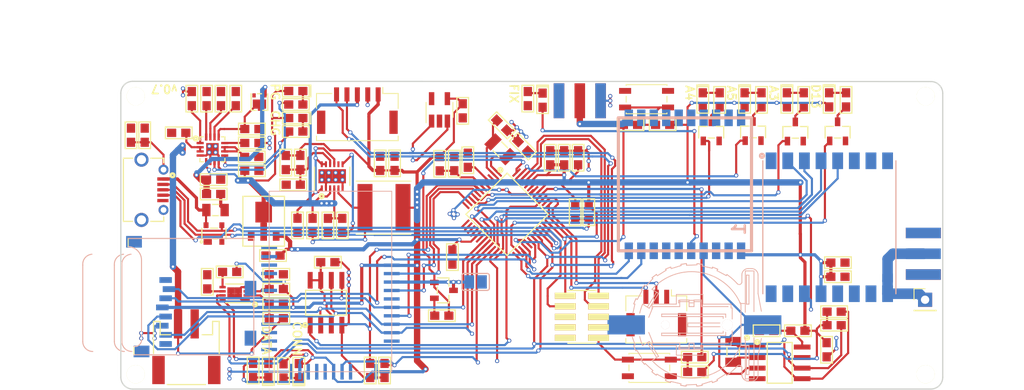
<source format=kicad_pcb>
(kicad_pcb (version 4) (host pcbnew 4.0.7-e2-6376~58~ubuntu16.04.1)
  (title_block (title fk-core) (date 2017-03-05) (rev 0.1) (company Conservify))
  (layers (0 F.Cu signal) (31 B.Cu signal) (34 B.Paste user) (35 F.Paste user) (36 B.SilkS user) (37 F.SilkS user) (38 B.Mask user) (39 F.Mask user) (44 Edge.Cuts user))
  (net 0 "")
  (net 1 GND)
  (net 2 3V3)
  (net 3 AREF)
  (net 4 /SWDIO)
  (net 5 /SWCLK)
  (net 6 /RST)
  (net 7 /SCL)
  (net 8 /SDA)
  (net 9 /RESET)
  (net 10 /A3)
  (net 11 /A4)
  (net 12 /MOSI)
  (net 13 /SCK)
  (net 14 /MISO)
  (net 15 /USB-)
  (net 16 /USB+)
  (net 17 /D30)
  (net 18 /D31)
  (net 19 /USB_ID)
  (net 20 /A5)
  (net 21 "Net-(D1-Pad1)")
  (net 22 "Net-(D2-Pad1)")
  (net 23 "Net-(D3-Pad1)")
  (net 24 "Net-(Q1-Pad3)")
  (net 25 "Net-(Q2-Pad3)")
  (net 26 "Net-(Q3-Pad3)")
  (net 27 5V0)
  (net 28 VUSB)
  (net 29 "Net-(F1-Pad1)")
  (net 30 "Net-(D5-Pad1)")
  (net 31 /D13)
  (net 32 "Net-(Q4-Pad3)")
  (net 33 /SDA2)
  (net 34 /BAT_BACKUP)
  (net 35 "Net-(C3-Pad2)")
  (net 36 "Net-(C4-Pad2)")
  (net 37 "Net-(C6-Pad1)")
  (net 38 "Net-(C7-Pad1)")
  (net 39 VEXT)
  (net 40 "Net-(C14-Pad1)")
  (net 41 VBAT)
  (net 42 VBUS)
  (net 43 "Net-(C22-Pad1)")
  (net 44 "Net-(C26-Pad1)")
  (net 45 /ISL_VIN)
  (net 46 "Net-(C27-Pad1)")
  (net 47 "Net-(C28-Pad2)")
  (net 48 "Net-(C29-Pad1)")
  (net 49 "Net-(C30-Pad1)")
  (net 50 "Net-(D4-Pad1)")
  (net 51 "Net-(D6-Pad1)")
  (net 52 VIN)
  (net 53 "Net-(D9-Pad1)")
  (net 54 "Net-(D10-Pad1)")
  (net 55 /GPS_FIX)
  (net 56 "Net-(D11-Pad1)")
  (net 57 "Net-(J7-Pad8)")
  (net 58 "Net-(J7-Pad7)")
  (net 59 "Net-(J7-Pad6)")
  (net 60 /RADIO_CS)
  (net 61 /RADIO_D0)
  (net 62 "Net-(J9-Pad4)")
  (net 63 "Net-(J9-Pad8)")
  (net 64 "Net-(J9-Pad9)")
  (net 65 "Net-(J10-Pad3)")
  (net 66 "Net-(J10-Pad4)")
  (net 67 "Net-(J11-Pad1)")
  (net 68 "Net-(M7-Pad1)")
  (net 69 /SD_CS)
  (net 70 "Net-(M7-Pad8)")
  (net 71 "Net-(M7-PadCD1)")
  (net 72 "Net-(M7-PadCD2)")
  (net 73 /WIFI_RST)
  (net 74 /WIFI_EN)
  (net 75 "Net-(R4-Pad1)")
  (net 76 "Net-(R5-Pad1)")
  (net 77 /USER_SW)
  (net 78 "Net-(R10-Pad2)")
  (net 79 /I2S_DATA)
  (net 80 "Net-(R21-Pad2)")
  (net 81 "Net-(R22-Pad2)")
  (net 82 "Net-(R24-Pad2)")
  (net 83 "Net-(R25-Pad2)")
  (net 84 /SCL2)
  (net 85 /PG)
  (net 86 /CHG)
  (net 87 "Net-(R34-Pad1)")
  (net 88 "Net-(R38-Pad1)")
  (net 89 "Net-(R42-Pad1)")
  (net 90 "Net-(R43-Pad1)")
  (net 91 "Net-(U1-Pad21)")
  (net 92 "Net-(U1-Pad24)")
  (net 93 "Net-(U1-Pad3)")
  (net 94 "Net-(U1-Pad2)")
  (net 95 "Net-(U1-Pad1)")
  (net 96 "Net-(U1-Pad19)")
  (net 97 /WIFI_CS)
  (net 98 "Net-(U1-Pad14)")
  (net 99 /WIFI_IRQ)
  (net 100 /WIFI_WAKE)
  (net 101 "Net-(U2-Pad3)")
  (net 102 /I2S_BCLK)
  (net 103 /I2S_WS)
  (net 104 /FLASH_CS)
  (net 105 "Net-(U4-Pad5)")
  (net 106 "Net-(U7-Pad7)")
  (net 107 "Net-(U7-Pad2)")
  (net 108 "Net-(U7-Pad1)")
  (net 109 "Net-(U9-Pad8)")
  (net 110 "Net-(U10-Pad2)")
  (net 111 "Net-(U10-Pad6)")
  (net 112 "Net-(U10-Pad7)")
  (net 113 "Net-(U10-Pad13)")
  (net 114 "Net-(U10-Pad14)")
  (net 115 "Net-(U10-Pad15)")
  (net 116 "Net-(U10-Pad16)")
  (net 117 "Net-(U10-Pad17)")
  (net 118 "Net-(U10-Pad18)")
  (net 119 "Net-(U10-Pad20)")
  (net 120 /GPS_TX)
  (net 121 /GPS_RX)
  (net 122 "Net-(J9-Pad7)")
  (net 123 "Net-(J1-Pad1)")
  (net 124 "Net-(J1-Pad2)")
  (net 125 "Net-(U3-Pad6)")
  (net 126 "Net-(U3-Pad7)")
  (net 127 "Net-(U3-Pad11)")
  (net 128 "Net-(U3-Pad12)")
  (net 129 "Net-(U3-Pad15)")
  (net 130 "Net-(U3-Pad16)")
  (net 131 /PERIPH_GND)
  (net 132 /PERIPH_EN)
  (module RocketScreamKicadLibrary:TQFP-48_7x7mm_Pitch0.5mm (layer F.Cu) (at 123.7996 125.7808 315)
    (fp_text reference U2 hide)
    (fp_text value ATSAMD21G18A-AU hide)
    (pad 1 smd rect (at -4.35 -2.75 315) (size 1.3 0.25) (layers F.Cu F.Paste F.Mask) (net 36 "Net-(C4-Pad2)"))
    (pad 2 smd rect (at -4.35 -2.25 315) (size 1.3 0.25) (layers F.Cu F.Paste F.Mask) (net 35 "Net-(C3-Pad2)"))
    (pad 3 smd rect (at -4.35 -1.75 315) (size 1.3 0.25) (layers F.Cu F.Paste F.Mask) (net 101 "Net-(U2-Pad3)"))
    (pad 4 smd rect (at -4.35 -1.25 315) (size 1.3 0.25) (layers F.Cu F.Paste F.Mask) (net 3 AREF))
    (pad 5 smd rect (at -4.35 -0.75 315) (size 1.3 0.25) (layers F.Cu F.Paste F.Mask) (net 1 GND))
    (pad 6 smd rect (at -4.35 -0.25 315) (size 1.3 0.25) (layers F.Cu F.Paste F.Mask) (net 38 "Net-(C7-Pad1)"))
    (pad 7 smd rect (at -4.35 0.25 315) (size 1.3 0.25) (layers F.Cu F.Paste F.Mask) (net 73 /WIFI_RST))
    (pad 8 smd rect (at -4.35 0.75 315) (size 1.3 0.25) (layers F.Cu F.Paste F.Mask) (net 99 /WIFI_IRQ))
    (pad 9 smd rect (at -4.35 1.25 315) (size 1.3 0.25) (layers F.Cu F.Paste F.Mask) (net 10 /A3))
    (pad 10 smd rect (at -4.35 1.75 315) (size 1.3 0.25) (layers F.Cu F.Paste F.Mask) (net 11 /A4))
    (pad 11 smd rect (at -4.35 2.25 315) (size 1.3 0.25) (layers F.Cu F.Paste F.Mask) (net 100 /WIFI_WAKE))
    (pad 12 smd rect (at -4.35 2.75 315) (size 1.3 0.25) (layers F.Cu F.Paste F.Mask) (net 79 /I2S_DATA))
    (pad 13 smd rect (at -2.75 4.35 45) (size 1.3 0.25) (layers F.Cu F.Paste F.Mask) (net 33 /SDA2))
    (pad 14 smd rect (at -2.25 4.35 45) (size 1.3 0.25) (layers F.Cu F.Paste F.Mask) (net 84 /SCL2))
    (pad 15 smd rect (at -1.75 4.35 45) (size 1.3 0.25) (layers F.Cu F.Paste F.Mask) (net 102 /I2S_BCLK))
    (pad 16 smd rect (at -1.25 4.35 45) (size 1.3 0.25) (layers F.Cu F.Paste F.Mask) (net 103 /I2S_WS))
    (pad 17 smd rect (at -0.75 4.35 45) (size 1.3 0.25) (layers F.Cu F.Paste F.Mask) (net 2 3V3))
    (pad 18 smd rect (at -0.25 4.35 45) (size 1.3 0.25) (layers F.Cu F.Paste F.Mask) (net 1 GND))
    (pad 19 smd rect (at 0.25 4.35 45) (size 1.3 0.25) (layers F.Cu F.Paste F.Mask) (net 12 /MOSI))
    (pad 20 smd rect (at 0.75 4.35 45) (size 1.3 0.25) (layers F.Cu F.Paste F.Mask) (net 13 /SCK))
    (pad 21 smd rect (at 1.25 4.35 45) (size 1.3 0.25) (layers F.Cu F.Paste F.Mask) (net 14 /MISO))
    (pad 22 smd rect (at 1.75 4.35 45) (size 1.3 0.25) (layers F.Cu F.Paste F.Mask) (net 74 /WIFI_EN))
    (pad 23 smd rect (at 2.25 4.35 45) (size 1.3 0.25) (layers F.Cu F.Paste F.Mask) (net 61 /RADIO_D0))
    (pad 24 smd rect (at 2.75 4.35 45) (size 1.3 0.25) (layers F.Cu F.Paste F.Mask) (net 60 /RADIO_CS))
    (pad 25 smd rect (at 4.35 2.75 315) (size 1.3 0.25) (layers F.Cu F.Paste F.Mask) (net 120 /GPS_TX))
    (pad 26 smd rect (at 4.35 2.25 315) (size 1.3 0.25) (layers F.Cu F.Paste F.Mask) (net 31 /D13))
    (pad 27 smd rect (at 4.35 1.75 315) (size 1.3 0.25) (layers F.Cu F.Paste F.Mask) (net 121 /GPS_RX))
    (pad 28 smd rect (at 4.35 1.25 315) (size 1.3 0.25) (layers F.Cu F.Paste F.Mask) (net 69 /SD_CS))
    (pad 29 smd rect (at 4.35 0.75 315) (size 1.3 0.25) (layers F.Cu F.Paste F.Mask) (net 77 /USER_SW))
    (pad 30 smd rect (at 4.35 0.25 315) (size 1.3 0.25) (layers F.Cu F.Paste F.Mask) (net 97 /WIFI_CS))
    (pad 31 smd rect (at 4.35 -0.25 315) (size 1.3 0.25) (layers F.Cu F.Paste F.Mask) (net 8 /SDA))
    (pad 32 smd rect (at 4.35 -0.75 315) (size 1.3 0.25) (layers F.Cu F.Paste F.Mask) (net 7 /SCL))
    (pad 33 smd rect (at 4.35 -1.25 315) (size 1.3 0.25) (layers F.Cu F.Paste F.Mask) (net 15 /USB-))
    (pad 34 smd rect (at 4.35 -1.75 315) (size 1.3 0.25) (layers F.Cu F.Paste F.Mask) (net 16 /USB+))
    (pad 35 smd rect (at 4.35 -2.25 315) (size 1.3 0.25) (layers F.Cu F.Paste F.Mask) (net 1 GND))
    (pad 36 smd rect (at 4.35 -2.75 315) (size 1.3 0.25) (layers F.Cu F.Paste F.Mask) (net 2 3V3))
    (pad 37 smd rect (at 2.75 -4.35 45) (size 1.3 0.25) (layers F.Cu F.Paste F.Mask) (net 17 /D30))
    (pad 38 smd rect (at 2.25 -4.35 45) (size 1.3 0.25) (layers F.Cu F.Paste F.Mask) (net 18 /D31))
    (pad 39 smd rect (at 1.75 -4.35 45) (size 1.3 0.25) (layers F.Cu F.Paste F.Mask) (net 104 /FLASH_CS))
    (pad 40 smd rect (at 1.25 -4.35 45) (size 1.3 0.25) (layers F.Cu F.Paste F.Mask) (net 9 /RESET))
    (pad 41 smd rect (at 0.75 -4.35 45) (size 1.3 0.25) (layers F.Cu F.Paste F.Mask) (net 19 /USB_ID))
    (pad 42 smd rect (at 0.25 -4.35 45) (size 1.3 0.25) (layers F.Cu F.Paste F.Mask) (net 1 GND))
    (pad 43 smd rect (at -0.25 -4.35 45) (size 1.3 0.25) (layers F.Cu F.Paste F.Mask) (net 37 "Net-(C6-Pad1)"))
    (pad 44 smd rect (at -0.75 -4.35 45) (size 1.3 0.25) (layers F.Cu F.Paste F.Mask) (net 2 3V3))
    (pad 45 smd rect (at -1.25 -4.35 45) (size 1.3 0.25) (layers F.Cu F.Paste F.Mask) (net 5 /SWCLK))
    (pad 46 smd rect (at -1.75 -4.35 45) (size 1.3 0.25) (layers F.Cu F.Paste F.Mask) (net 4 /SWDIO))
    (pad 47 smd rect (at -2.25 -4.35 45) (size 1.3 0.25) (layers F.Cu F.Paste F.Mask) (net 20 /A5))
    (pad 48 smd rect (at -2.75 -4.35 45) (size 1.3 0.25) (layers F.Cu F.Paste F.Mask) (net 132 /PERIPH_EN))
  )
  (module RocketScreamKicadLibrary:HOLE_NPTH_2.2MM (layer F.Cu) (at 174.1072 145.0266)
    (fp_text reference M1 hide)
    (fp_text value MOUNT_HOLE hide)
    (pad "" np_thru_hole circle (at 0 0) (size 2.2 2.2) (drill 2.2) (layers *.Cu *.Mask F.SilkS))
  )
  (module conservify:FGPMMOPA6H (layer B.Cu) (at 145.17624 122.174 90)
    (fp_text reference U10 hide)
    (fp_text value FGPMMOPA6H)
    (fp_text user 1 (at -5.3848 6.5024 90) (layer B.SilkS) (effects (font (thickness 0.3048)) (justify mirror)))
    (pad 1 smd rect (at -8.001 6.74878 90) (size 1.99898 1.00076) (layers B.Cu B.Paste B.Mask) (net 2 3V3))
    (pad 2 smd rect (at -8.001 5.25018 90) (size 1.99898 1.00076) (layers B.Cu B.Paste B.Mask) (net 110 "Net-(U10-Pad2)"))
    (pad 3 smd rect (at -8.001 3.74904 90) (size 1.99898 1.00076) (layers B.Cu B.Paste B.Mask) (net 1 GND))
    (pad 4 smd rect (at -8.001 2.25044 90) (size 1.99898 1.00076) (layers B.Cu B.Paste B.Mask) (net 34 /BAT_BACKUP))
    (pad 5 smd rect (at -8.001 0.7493 90) (size 1.99898 1.00076) (layers B.Cu B.Paste B.Mask) (net 55 /GPS_FIX))
    (pad 6 smd rect (at -8.001 -0.7493 90) (size 1.99898 1.00076) (layers B.Cu B.Paste B.Mask) (net 111 "Net-(U10-Pad6)"))
    (pad 7 smd rect (at -8.001 -2.25044 90) (size 1.99898 1.00076) (layers B.Cu B.Paste B.Mask) (net 112 "Net-(U10-Pad7)"))
    (pad 8 smd rect (at -8.001 -3.74904 90) (size 1.99898 1.00076) (layers B.Cu B.Paste B.Mask) (net 1 GND))
    (pad 9 smd rect (at -8.001 -5.25018 90) (size 1.99898 1.00076) (layers B.Cu B.Paste B.Mask) (net 120 /GPS_TX))
    (pad 10 smd rect (at -8.001 -6.74878 90) (size 1.99898 1.00076) (layers B.Cu B.Paste B.Mask) (net 121 /GPS_RX))
    (pad 11 smd rect (at 8.001 -6.74878 90) (size 1.99898 1.00076) (layers B.Cu B.Paste B.Mask) (net 67 "Net-(J11-Pad1)"))
    (pad 12 smd rect (at 8.001 -5.25018 90) (size 1.99898 1.00076) (layers B.Cu B.Paste B.Mask) (net 1 GND))
    (pad 13 smd rect (at 8.001 -3.74904 90) (size 1.99898 1.00076) (layers B.Cu B.Paste B.Mask) (net 113 "Net-(U10-Pad13)"))
    (pad 14 smd rect (at 8.001 -2.25044 90) (size 1.99898 1.00076) (layers B.Cu B.Paste B.Mask) (net 114 "Net-(U10-Pad14)"))
    (pad 15 smd rect (at 8.001 -0.7493 90) (size 1.99898 1.00076) (layers B.Cu B.Paste B.Mask) (net 115 "Net-(U10-Pad15)"))
    (pad 16 smd rect (at 8.001 0.7493 90) (size 1.99898 1.00076) (layers B.Cu B.Paste B.Mask) (net 116 "Net-(U10-Pad16)"))
    (pad 17 smd rect (at 8.001 2.25044 90) (size 1.99898 1.00076) (layers B.Cu B.Paste B.Mask) (net 117 "Net-(U10-Pad17)"))
    (pad 18 smd rect (at 8.001 3.74904 90) (size 1.99898 1.00076) (layers B.Cu B.Paste B.Mask) (net 118 "Net-(U10-Pad18)"))
    (pad 19 smd rect (at 8.001 5.25018 90) (size 1.99898 1.00076) (layers B.Cu B.Paste B.Mask) (net 1 GND))
    (pad 20 smd rect (at 8.001 6.74878 90) (size 1.99898 1.00076) (layers B.Cu B.Paste B.Mask) (net 119 "Net-(U10-Pad20)"))
  )
  (module conservify:MICROSD (layer B.Cu) (at 93.39072 142.68958 90)
    (fp_text reference M7 hide)
    (fp_text value MICROSD hide)
    (pad 1 smd rect (at 8.99922 -10.63752 90) (size 0.6985 1.4986) (layers B.Cu B.Paste B.Mask) (net 68 "Net-(M7-Pad1)"))
    (pad 2 smd rect (at 7.8994 -10.23874 90) (size 0.6985 1.4986) (layers B.Cu B.Paste B.Mask) (net 69 /SD_CS))
    (pad 3 smd rect (at 6.79958 -10.63752 90) (size 0.6985 1.4986) (layers B.Cu B.Paste B.Mask) (net 12 /MOSI))
    (pad 4 smd rect (at 5.69976 -11.03884 90) (size 0.6985 1.4986) (layers B.Cu B.Paste B.Mask) (net 2 3V3))
    (pad 5 smd rect (at 4.59994 -10.63752 90) (size 0.6985 1.4986) (layers B.Cu B.Paste B.Mask) (net 13 /SCK))
    (pad 6 smd rect (at 3.49758 -11.03884 90) (size 0.6985 1.4986) (layers B.Cu B.Paste B.Mask) (net 131 /PERIPH_GND))
    (pad 7 smd rect (at 2.39776 -10.63752 90) (size 0.6985 1.4986) (layers B.Cu B.Paste B.Mask) (net 14 /MISO))
    (pad 8 smd rect (at 1.29794 -10.63752 90) (size 0.6985 1.4986) (layers B.Cu B.Paste B.Mask) (net 70 "Net-(M7-Pad8)"))
    (pad CD1 smd rect (at 1.99898 -0.43942) (size 1.39954 1.79832) (layers B.Cu B.Paste B.Mask) (net 71 "Net-(M7-PadCD1)"))
    (pad CD2 smd rect (at 7.99846 -0.43942) (size 1.39954 1.79832) (layers B.Cu B.Paste B.Mask) (net 72 "Net-(M7-PadCD2)"))
    (pad MT1 smd rect (at 0.39878 -13.5382 90) (size 1.39954 1.89992) (layers B.Cu B.Paste B.Mask) (net 131 /PERIPH_GND))
    (pad MT2 smd rect (at 13.59916 -14.4399 90) (size 1.39954 1.89992) (layers B.Cu B.Paste B.Mask) (net 131 /PERIPH_GND))
  )
  (module RocketScreamKicadLibrary:CAP-0603 (layer F.Cu) (at 123.17648 115.075396 135)
    (fp_text reference C3 hide)
    (fp_text value 18pF)
    (pad 1 smd rect (at -0.85 0 135) (size 1.1 1) (layers F.Cu F.Paste F.Mask) (net 1 GND))
    (pad 2 smd rect (at 0.85 0 135) (size 1.1 1) (layers F.Cu F.Paste F.Mask) (net 35 "Net-(C3-Pad2)"))
  )
  (module RocketScreamKicadLibrary:CAP-0603 (layer F.Cu) (at 125.707921 117.606837 315)
    (fp_text reference C4 hide)
    (fp_text value 18pF)
    (pad 1 smd rect (at -0.85 0 315) (size 1.1 1) (layers F.Cu F.Paste F.Mask) (net 1 GND))
    (pad 2 smd rect (at 0.85 0 315) (size 1.1 1) (layers F.Cu F.Paste F.Mask) (net 36 "Net-(C4-Pad2)"))
  )
  (module RocketScreamKicadLibrary:CAP-0603 (layer F.Cu) (at 117.221 130.937 270)
    (fp_text reference C5 hide)
    (fp_text value 100nF)
    (pad 1 smd rect (at -0.85 0 270) (size 1.1 1) (layers F.Cu F.Paste F.Mask) (net 2 3V3))
    (pad 2 smd rect (at 0.85 0 270) (size 1.1 1) (layers F.Cu F.Paste F.Mask) (net 1 GND))
  )
  (module RocketScreamKicadLibrary:CAP-0603 (layer F.Cu) (at 132.334 118.9736 90)
    (fp_text reference C6 hide)
    (fp_text value 1uF)
    (pad 1 smd rect (at -0.85 0 90) (size 1.1 1) (layers F.Cu F.Paste F.Mask) (net 37 "Net-(C6-Pad1)"))
    (pad 2 smd rect (at 0.85 0 90) (size 1.1 1) (layers F.Cu F.Paste F.Mask) (net 1 GND))
  )
  (module RocketScreamKicadLibrary:CAP-0603 (layer F.Cu) (at 117.447592 119.680824 90)
    (fp_text reference C7 hide)
    (fp_text value 100nF)
    (pad 1 smd rect (at -0.85 0 90) (size 1.1 1) (layers F.Cu F.Paste F.Mask) (net 38 "Net-(C7-Pad1)"))
    (pad 2 smd rect (at 0.85 0 90) (size 1.1 1) (layers F.Cu F.Paste F.Mask) (net 1 GND))
  )
  (module RocketScreamKicadLibrary:CAP-0603 (layer F.Cu) (at 128.9812 118.9736 90)
    (fp_text reference C8 hide)
    (fp_text value 100nF)
    (pad 1 smd rect (at -0.85 0 90) (size 1.1 1) (layers F.Cu F.Paste F.Mask) (net 2 3V3))
    (pad 2 smd rect (at 0.85 0 90) (size 1.1 1) (layers F.Cu F.Paste F.Mask) (net 1 GND))
  )
  (module RocketScreamKicadLibrary:CAP-0603 (layer F.Cu) (at 130.6576 118.9736 90)
    (fp_text reference C9 hide)
    (fp_text value 100nF)
    (pad 1 smd rect (at -0.85 0 90) (size 1.1 1) (layers F.Cu F.Paste F.Mask) (net 2 3V3))
    (pad 2 smd rect (at 0.85 0 90) (size 1.1 1) (layers F.Cu F.Paste F.Mask) (net 1 GND))
  )
  (module RocketScreamKicadLibrary:CAP-0603 (layer F.Cu) (at 88.523486 121.608656)
    (fp_text reference C10 hide)
    (fp_text value 4.7uF)
    (pad 1 smd rect (at -0.85 0) (size 1.1 1) (layers F.Cu F.Paste F.Mask) (net 27 5V0))
    (pad 2 smd rect (at 0.85 0) (size 1.1 1) (layers F.Cu F.Paste F.Mask) (net 1 GND))
  )
  (module RocketScreamKicadLibrary:CAP-0603 (layer F.Cu) (at 118.463958 113.329406 270)
    (fp_text reference C11 hide)
    (fp_text value 100nF)
    (pad 1 smd rect (at -0.85 0 270) (size 1.1 1) (layers F.Cu F.Paste F.Mask) (net 2 3V3))
    (pad 2 smd rect (at 0.85 0 270) (size 1.1 1) (layers F.Cu F.Paste F.Mask) (net 1 GND))
  )
  (module RocketScreamKicadLibrary:CAP-0603 (layer F.Cu) (at 93.114447 115.519059 180)
    (fp_text reference C12 hide)
    (fp_text value 1uF)
    (pad 1 smd rect (at -0.85 0 180) (size 1.1 1) (layers F.Cu F.Paste F.Mask) (net 1 GND))
    (pad 2 smd rect (at 0.85 0 180) (size 1.1 1) (layers F.Cu F.Paste F.Mask) (net 39 VEXT))
  )
  (module RocketScreamKicadLibrary:CAP-0603 (layer F.Cu) (at 80.237658 116.264695 90)
    (fp_text reference C14 hide)
    (fp_text value 4.7nF)
    (pad 1 smd rect (at -0.85 0 90) (size 1.1 1) (layers F.Cu F.Paste F.Mask) (net 40 "Net-(C14-Pad1)"))
    (pad 2 smd rect (at 0.85 0 90) (size 1.1 1) (layers F.Cu F.Paste F.Mask) (net 1 GND))
  )
  (module RocketScreamKicadLibrary:CAP-0603 (layer F.Cu) (at 102.2477 131.5466)
    (fp_text reference C18 hide)
    (fp_text value 100nF)
    (pad 1 smd rect (at -0.85 0) (size 1.1 1) (layers F.Cu F.Paste F.Mask) (net 2 3V3))
    (pad 2 smd rect (at 0.85 0) (size 1.1 1) (layers F.Cu F.Paste F.Mask) (net 131 /PERIPH_GND))
  )
  (module RocketScreamKicadLibrary:CAP-0603 (layer F.Cu) (at 84.328 115.9764 180)
    (fp_text reference C19 hide)
    (fp_text value 4.7uF)
    (pad 1 smd rect (at -0.85 0 180) (size 1.1 1) (layers F.Cu F.Paste F.Mask) (net 41 VBAT))
    (pad 2 smd rect (at 0.85 0 180) (size 1.1 1) (layers F.Cu F.Paste F.Mask) (net 1 GND))
  )
  (module RocketScreamKicadLibrary:CAP-0603 (layer F.Cu) (at 93.100847 118.871859)
    (fp_text reference C20 hide)
    (fp_text value 4.7uF)
    (pad 1 smd rect (at -0.85 0) (size 1.1 1) (layers F.Cu F.Paste F.Mask) (net 42 VBUS))
    (pad 2 smd rect (at 0.85 0) (size 1.1 1) (layers F.Cu F.Paste F.Mask) (net 1 GND))
  )
  (module RocketScreamKicadLibrary:CAP-0603 (layer F.Cu) (at 93.114447 120.548259)
    (fp_text reference C21 hide)
    (fp_text value 1uF)
    (pad 1 smd rect (at -0.85 0) (size 1.1 1) (layers F.Cu F.Paste F.Mask) (net 42 VBUS))
    (pad 2 smd rect (at 0.85 0) (size 1.1 1) (layers F.Cu F.Paste F.Mask) (net 1 GND))
  )
  (module RocketScreamKicadLibrary:CAP-0603 (layer F.Cu) (at 102.2604 127.120777 270)
    (fp_text reference C25 hide)
    (fp_text value 4.7uF)
    (pad 1 smd rect (at -0.85 0 270) (size 1.1 1) (layers F.Cu F.Paste F.Mask) (net 42 VBUS))
    (pad 2 smd rect (at 0.85 0 270) (size 1.1 1) (layers F.Cu F.Paste F.Mask) (net 1 GND))
  )
  (module RocketScreamKicadLibrary:CAP-0603 (layer F.Cu) (at 100.416019 127.120777 270)
    (fp_text reference C26 hide)
    (fp_text value 100nF)
    (pad 1 smd rect (at -0.85 0 270) (size 1.1 1) (layers F.Cu F.Paste F.Mask) (net 44 "Net-(C26-Pad1)"))
    (pad 2 smd rect (at 0.85 0 270) (size 1.1 1) (layers F.Cu F.Paste F.Mask) (net 45 /ISL_VIN))
  )
  (module RocketScreamKicadLibrary:CAP-0603 (layer F.Cu) (at 96.05669 136.562314)
    (fp_text reference C27 hide)
    (fp_text value 1uF)
    (pad 1 smd rect (at -0.85 0) (size 1.1 1) (layers F.Cu F.Paste F.Mask) (net 46 "Net-(C27-Pad1)"))
    (pad 2 smd rect (at 0.85 0) (size 1.1 1) (layers F.Cu F.Paste F.Mask) (net 1 GND))
  )
  (module RocketScreamKicadLibrary:CAP-0603 (layer F.Cu) (at 96.05669 133.006314 180)
    (fp_text reference C28 hide)
    (fp_text value 10nF)
    (pad 1 smd rect (at -0.85 0 180) (size 1.1 1) (layers F.Cu F.Paste F.Mask) (net 1 GND))
    (pad 2 smd rect (at 0.85 0 180) (size 1.1 1) (layers F.Cu F.Paste F.Mask) (net 47 "Net-(C28-Pad2)"))
  )
  (module RocketScreamKicadLibrary:CAP-0603 (layer F.Cu) (at 98.6028 127.1134 270)
    (fp_text reference C29 hide)
    (fp_text value 1uF)
    (pad 1 smd rect (at -0.85 0 270) (size 1.1 1) (layers F.Cu F.Paste F.Mask) (net 48 "Net-(C29-Pad1)"))
    (pad 2 smd rect (at 0.85 0 270) (size 1.1 1) (layers F.Cu F.Paste F.Mask) (net 1 GND))
  )
  (module RocketScreamKicadLibrary:CAP-0603 (layer F.Cu) (at 97.197786 119.557156 90)
    (fp_text reference C30 hide)
    (fp_text value 100pF)
    (pad 1 smd rect (at -0.85 0 90) (size 1.1 1) (layers F.Cu F.Paste F.Mask) (net 49 "Net-(C30-Pad1)"))
    (pad 2 smd rect (at 0.85 0 90) (size 1.1 1) (layers F.Cu F.Paste F.Mask) (net 2 3V3))
  )
  (module RocketScreamKicadLibrary:CAP-0603 (layer F.Cu) (at 110.271219 119.653177 90)
    (fp_text reference C31 hide)
    (fp_text value 10uF)
    (pad 1 smd rect (at -0.85 0 90) (size 1.1 1) (layers F.Cu F.Paste F.Mask) (net 2 3V3))
    (pad 2 smd rect (at 0.85 0 90) (size 1.1 1) (layers F.Cu F.Paste F.Mask) (net 1 GND))
  )
  (module RocketScreamKicadLibrary:CAP-0603 (layer F.Cu) (at 108.544019 119.653177 90)
    (fp_text reference C32 hide)
    (fp_text value 10uF)
    (pad 1 smd rect (at -0.85 0 90) (size 1.1 1) (layers F.Cu F.Paste F.Mask) (net 2 3V3))
    (pad 2 smd rect (at 0.85 0 90) (size 1.1 1) (layers F.Cu F.Paste F.Mask) (net 1 GND))
  )
  (module RocketScreamKicadLibrary:LED-0603 (layer F.Cu) (at 162.5092 112.0108 270)
    (fp_text reference D1 hide)
    (fp_text value Orange)
    (pad 2 smd rect (at 0.85 0 90) (size 1.1 1) (layers F.Cu F.Paste F.Mask) (net 2 3V3))
    (pad 1 smd rect (at -0.85 0 90) (size 1.1 1) (layers F.Cu F.Paste F.Mask) (net 21 "Net-(D1-Pad1)"))
  )
  (module RocketScreamKicadLibrary:LED-0603 (layer F.Cu) (at 95.0976 144.58 90)
    (fp_text reference D2 hide)
    (fp_text value Green)
    (pad 2 smd rect (at 0.85 0 270) (size 1.1 1) (layers F.Cu F.Paste F.Mask) (net 2 3V3))
    (pad 1 smd rect (at -0.85 0 270) (size 1.1 1) (layers F.Cu F.Paste F.Mask) (net 22 "Net-(D2-Pad1)"))
  )
  (module RocketScreamKicadLibrary:LED-0603 (layer F.Cu) (at 98.76327 144.59983 90)
    (fp_text reference D3 hide)
    (fp_text value Yellow)
    (pad 2 smd rect (at 0.85 0 270) (size 1.1 1) (layers F.Cu F.Paste F.Mask) (net 2 3V3))
    (pad 1 smd rect (at -0.85 0 270) (size 1.1 1) (layers F.Cu F.Paste F.Mask) (net 23 "Net-(D3-Pad1)"))
  )
  (module RocketScreamKicadLibrary:LED-0603 (layer F.Cu) (at 157.4292 112.0108 270)
    (fp_text reference D4 hide)
    (fp_text value Orange)
    (pad 2 smd rect (at 0.85 0 90) (size 1.1 1) (layers F.Cu F.Paste F.Mask) (net 2 3V3))
    (pad 1 smd rect (at -0.85 0 90) (size 1.1 1) (layers F.Cu F.Paste F.Mask) (net 50 "Net-(D4-Pad1)"))
  )
  (module RocketScreamKicadLibrary:LED-0603 (layer F.Cu) (at 147.32 112.0108 270)
    (fp_text reference D5 hide)
    (fp_text value Yellow)
    (pad 2 smd rect (at 0.85 0 90) (size 1.1 1) (layers F.Cu F.Paste F.Mask) (net 2 3V3))
    (pad 1 smd rect (at -0.85 0 90) (size 1.1 1) (layers F.Cu F.Paste F.Mask) (net 30 "Net-(D5-Pad1)"))
  )
  (module RocketScreamKicadLibrary:LED-0603 (layer F.Cu) (at 152.3492 112.0108 270)
    (fp_text reference D6 hide)
    (fp_text value Blue)
    (pad 2 smd rect (at 0.85 0 90) (size 1.1 1) (layers F.Cu F.Paste F.Mask) (net 2 3V3))
    (pad 1 smd rect (at -0.85 0 90) (size 1.1 1) (layers F.Cu F.Paste F.Mask) (net 51 "Net-(D6-Pad1)"))
  )
  (module RocketScreamKicadLibrary:SOT-1016 (layer F.Cu) (at 94.0308 112.272 180)
    (fp_text reference D7 hide)
    (fp_text value PMEG3020CPA hide)
    (pad 1 smd rect (at -0.65 0.8 180) (size 0.4 0.5) (layers F.Cu F.Paste F.Mask) (net 27 5V0))
    (pad 2 smd rect (at 0.65 0.8 180) (size 0.4 0.5) (layers F.Cu F.Paste F.Mask) (net 52 VIN))
    (pad 3 smd rect (at 0 -0.25 180) (size 1.6 1.1) (layers F.Cu F.Paste F.Mask) (net 39 VEXT))
    (pad 3 smd rect (at 0 -0.925 180) (size 0.4 0.25) (layers F.Cu F.Paste F.Mask) (net 39 VEXT))
  )
  (module RocketScreamKicadLibrary:SOT-143B (layer F.Cu) (at 88.5596 128.1016)
    (fp_text reference D8 hide)
    (fp_text value PRTR5V0U2X hide)
    (pad 1 smd rect (at -0.75 1) (size 1 0.7) (layers F.Cu F.Paste F.Mask) (net 1 GND))
    (pad 2 smd rect (at 0.95 1) (size 0.6 0.7) (layers F.Cu F.Paste F.Mask) (net 16 /USB+))
    (pad 3 smd rect (at 0.95 -1) (size 0.6 0.7) (layers F.Cu F.Paste F.Mask) (net 15 /USB-))
    (pad 4 smd rect (at -0.95 -1) (size 0.6 0.7) (layers F.Cu F.Paste F.Mask) (net 28 VUSB))
  )
  (module RocketScreamKicadLibrary:LED-0603 (layer F.Cu) (at 98.3996 110.944 180)
    (fp_text reference D9 hide)
    (fp_text value Green)
    (pad 2 smd rect (at 0.85 0) (size 1.1 1) (layers F.Cu F.Paste F.Mask) (net 42 VBUS))
    (pad 1 smd rect (at -0.85 0) (size 1.1 1) (layers F.Cu F.Paste F.Mask) (net 53 "Net-(D9-Pad1)"))
  )
  (module RocketScreamKicadLibrary:LED-0603 (layer F.Cu) (at 98.3996 114.1952 180)
    (fp_text reference D10 hide)
    (fp_text value Red)
    (pad 2 smd rect (at 0.85 0) (size 1.1 1) (layers F.Cu F.Paste F.Mask) (net 42 VBUS))
    (pad 1 smd rect (at -0.85 0) (size 1.1 1) (layers F.Cu F.Paste F.Mask) (net 54 "Net-(D10-Pad1)"))
  )
  (module RocketScreamKicadLibrary:LED-0603 (layer F.Cu) (at 128.0668 112.048 270)
    (fp_text reference D11 hide)
    (fp_text value Red)
    (pad 2 smd rect (at 0.85 0 90) (size 1.1 1) (layers F.Cu F.Paste F.Mask) (net 55 /GPS_FIX))
    (pad 1 smd rect (at -0.85 0 90) (size 1.1 1) (layers F.Cu F.Paste F.Mask) (net 56 "Net-(D11-Pad1)"))
  )
  (module RocketScreamKicadLibrary:MF-PSMF020X (layer F.Cu) (at 88.7476 125.2728 180)
    (fp_text reference F1 hide)
    (fp_text value MF-PSMF050X-2)
    (pad 1 smd rect (at -1.1 0 180) (size 1 1.5) (layers F.Cu F.Paste F.Mask) (net 29 "Net-(F1-Pad1)"))
    (pad 2 smd rect (at 1.1 0 180) (size 1 1.5) (layers F.Cu F.Paste F.Mask) (net 28 VUSB))
  )
  (module conservify:Molex_CLIK-Mate_502382-0370_1x03_P1.25mm_Vertical (layer F.Cu) (at 141.732 137.668 180)
    (fp_text reference J5 hide)
    (fp_text value Conn_01x03 hide)
    (pad 1 smd rect (at -1.25 1.95 180) (size 0.6 1.7) (layers F.Cu F.Paste F.Mask) (net 1 GND))
    (pad 2 smd rect (at 0 1.95 180) (size 0.6 1.7) (layers F.Cu F.Paste F.Mask) (net 18 /D31))
    (pad 3 smd rect (at 1.25 1.95 180) (size 0.6 1.7) (layers F.Cu F.Paste F.Mask) (net 17 /D30))
    (pad "" smd rect (at -3.1 -1.4 180) (size 1 2.8) (layers F.Cu F.Paste F.Mask))
    (pad "" smd rect (at 3.1 -1.4 180) (size 1 2.8) (layers F.Cu F.Paste F.Mask))
  )
  (module conservify:Molex_CLIK-Mate_502382-0570_1x05_P1.25mm_Vertical (layer F.Cu) (at 105.7976 113.3064 180)
    (fp_text reference J6 hide)
    (fp_text value Conn_01x05 hide)
    (pad 1 smd rect (at -2.5 1.95 180) (size 0.6 1.7) (layers F.Cu F.Paste F.Mask) (net 2 3V3))
    (pad 2 smd rect (at -1.25 1.95 180) (size 0.6 1.7) (layers F.Cu F.Paste F.Mask) (net 1 GND))
    (pad 3 smd rect (at 0 1.95 180) (size 0.6 1.7) (layers F.Cu F.Paste F.Mask) (net 42 VBUS))
    (pad 4 smd rect (at 1.25 1.95 180) (size 0.6 1.7) (layers F.Cu F.Paste F.Mask) (net 7 /SCL))
    (pad 5 smd rect (at 2.5 1.95 180) (size 0.6 1.7) (layers F.Cu F.Paste F.Mask) (net 8 /SDA))
    (pad "" smd rect (at -4.35 -1.4 180) (size 1 2.8) (layers F.Cu F.Paste F.Mask))
    (pad "" smd rect (at 4.35 -1.4 180) (size 1 2.8) (layers F.Cu F.Paste F.Mask))
  )
  (module conservify:HDR_2x5_Pitch1.27mm_SMD_JTAG_SWD (layer F.Cu) (at 132.7912 138.1252 270)
    (fp_text reference J7 hide)
    (fp_text value CONN-HDR-2x5 hide)
    (pad 10 smd rect (at 2.54 -2 270) (size 0.75 2.5) (layers F.Cu F.Paste F.SilkS F.Mask) (net 6 /RST))
    (pad 9 smd rect (at 2.54 2 270) (size 0.75 2.5) (layers F.Cu F.Paste F.SilkS F.Mask) (net 1 GND))
    (pad 8 smd rect (at 1.27 -2 270) (size 0.75 2.5) (layers F.Cu F.Paste F.SilkS F.Mask) (net 57 "Net-(J7-Pad8)"))
    (pad 7 smd rect (at 1.27 2 270) (size 0.75 2.5) (layers F.Cu F.Paste F.SilkS F.Mask) (net 58 "Net-(J7-Pad7)"))
    (pad 6 smd rect (at 0 -2 270) (size 0.75 2.5) (layers F.Cu F.Paste F.SilkS F.Mask) (net 59 "Net-(J7-Pad6)"))
    (pad 5 smd rect (at 0 2 270) (size 0.75 2.5) (layers F.Cu F.Paste F.SilkS F.Mask) (net 1 GND))
    (pad 4 smd rect (at -1.27 -2 270) (size 0.75 2.5) (layers F.Cu F.Paste F.SilkS F.Mask) (net 5 /SWCLK))
    (pad 3 smd rect (at -1.27 2 270) (size 0.75 2.5) (layers F.Cu F.Paste F.SilkS F.Mask) (net 1 GND))
    (pad 2 smd rect (at -2.54 -2 270) (size 0.75 2.5) (layers F.Cu F.Paste F.SilkS F.Mask) (net 4 /SWDIO))
    (pad 1 smd rect (at -2.54 2 270) (size 0.75 2.5) (layers F.Cu F.Paste F.SilkS F.Mask) (net 2 3V3))
  )
  (module RocketScreamKicadLibrary:S2B-PH-SM4-TB (layer F.Cu) (at 85.2452 141.726)
    (fp_text reference J10 hide)
    (fp_text value S2B-PH-SM4-TB hide)
    (pad 1 smd rect (at -1 -2.75) (size 1 3.5) (layers F.Cu F.Paste F.Mask) (net 41 VBAT))
    (pad 2 smd rect (at 1 -2.75) (size 1 3.5) (layers F.Cu F.Paste F.Mask) (net 1 GND))
    (pad 3 smd rect (at -3.35 2.8) (size 1.5 3.4) (layers F.Cu F.Paste F.Mask) (net 65 "Net-(J10-Pad3)"))
    (pad 4 smd rect (at 3.35 2.8) (size 1.5 3.4) (layers F.Cu F.Paste F.Mask) (net 66 "Net-(J10-Pad4)"))
  )
  (module RocketScreamKicadLibrary:RF-SMA-EDGE (layer F.Cu) (at 132.5372 112.1156 90)
    (fp_text reference J11 hide)
    (fp_text value RF-SMA-EDGE hide)
    (pad 1 smd rect (at 0 0 90) (size 4.2 1.27) (layers F.Cu F.Paste F.Mask) (net 67 "Net-(J11-Pad1)"))
    (pad 2 smd rect (at 0 2.5 90) (size 4.2 1.27) (layers F.Cu F.Paste F.Mask) (net 1 GND))
    (pad 3 smd rect (at 0 -2.5 90) (size 4.2 1.27) (layers F.Cu F.Paste F.Mask) (net 1 GND))
    (pad 5 smd rect (at 0 -2.5 90) (size 4.2 1.27) (layers B.Cu B.Paste B.Mask) (net 1 GND))
    (pad 4 smd rect (at 0 2.5 90) (size 4.2 1.27) (layers B.Cu B.Paste B.Mask) (net 1 GND))
  )
  (module RocketScreamKicadLibrary:IND-0603 (layer F.Cu) (at 115.704792 119.696024 90)
    (fp_text reference L1 hide)
    (fp_text value BLM18KG221SN1D)
    (pad 1 smd rect (at -0.85 0 90) (size 1.1 1) (layers F.Cu F.Paste F.Mask) (net 38 "Net-(C7-Pad1)"))
    (pad 2 smd rect (at 0.85 0 90) (size 1.1 1) (layers F.Cu F.Paste F.Mask) (net 2 3V3))
  )
  (module RocketScreamKicadLibrary:IND-0603 (layer F.Cu) (at 88.523486 123.335856)
    (fp_text reference L2 hide)
    (fp_text value BLM18KG221SN1D)
    (pad 1 smd rect (at -0.85 0) (size 1.1 1) (layers F.Cu F.Paste F.Mask) (net 27 5V0))
    (pad 2 smd rect (at 0.85 0) (size 1.1 1) (layers F.Cu F.Paste F.Mask) (net 29 "Net-(F1-Pad1)"))
  )
  (module conservify:WURTH_L_6.0x6.0 (layer F.Cu) (at 108.950419 124.987177)
    (fp_text reference L5 hide)
    (fp_text value 22uH)
    (pad 1 smd rect (at -2.2352 0) (size 1.8 5.7) (layers F.Cu F.Paste F.Mask) (net 45 /ISL_VIN))
    (pad 2 smd rect (at 2.3368 0) (size 1.8 5.7) (layers F.Cu F.Paste F.Mask) (net 2 3V3))
  )
  (module RocketScreamKicadLibrary:HOLE_NPTH_2.2MM (layer F.Cu) (at 79.16026 145.02714)
    (fp_text reference M3 hide)
    (fp_text value MOUNT_HOLE hide)
    (pad "" np_thru_hole circle (at 0 0) (size 2.2 2.2) (drill 2.2) (layers *.Cu *.Mask F.SilkS))
  )
  (module RocketScreamKicadLibrary:HOLE_NPTH_2.2MM (layer F.Cu) (at 174.10782 111.57928)
    (fp_text reference M4 hide)
    (fp_text value MOUNT_HOLE hide)
    (pad "" np_thru_hole circle (at 0 0) (size 2.2 2.2) (drill 2.2) (layers *.Cu *.Mask F.SilkS))
  )
  (module RocketScreamKicadLibrary:HOLE_NPTH_2.2MM (layer F.Cu) (at 79.16056 111.57912)
    (fp_text reference M6 hide)
    (fp_text value MOUNT_HOLE hide)
    (pad "" np_thru_hole circle (at 0 0) (size 2.2 2.2) (drill 2.2) (layers *.Cu *.Mask F.SilkS))
  )
  (module RocketScreamKicadLibrary:SOT-23 (layer F.Cu) (at 163.5252 115.8024)
    (fp_text reference Q1 hide)
    (fp_text value 2N7002LT1G hide)
    (pad 1 smd rect (at -0.95 1.15) (size 0.65 1.05) (layers F.Cu F.Paste F.Mask) (net 31 /D13))
    (pad 2 smd rect (at 0.95 1.15) (size 0.65 1.05) (layers F.Cu F.Paste F.Mask) (net 1 GND))
    (pad 3 smd rect (at 0 -1.15) (size 0.65 1.05) (layers F.Cu F.Paste F.Mask) (net 24 "Net-(Q1-Pad3)"))
  )
  (module RocketScreamKicadLibrary:SOT-23 (layer F.Cu) (at 158.4452 115.8208)
    (fp_text reference Q2 hide)
    (fp_text value 2N7002LT1G hide)
    (pad 1 smd rect (at -0.95 1.15) (size 0.65 1.05) (layers F.Cu F.Paste F.Mask) (net 10 /A3))
    (pad 2 smd rect (at 0.95 1.15) (size 0.65 1.05) (layers F.Cu F.Paste F.Mask) (net 1 GND))
    (pad 3 smd rect (at 0 -1.15) (size 0.65 1.05) (layers F.Cu F.Paste F.Mask) (net 25 "Net-(Q2-Pad3)"))
  )
  (module RocketScreamKicadLibrary:SOT-23 (layer F.Cu) (at 148.336 115.8024)
    (fp_text reference Q3 hide)
    (fp_text value 2N7002LT1G hide)
    (pad 1 smd rect (at -0.95 1.15) (size 0.65 1.05) (layers F.Cu F.Paste F.Mask) (net 11 /A4))
    (pad 2 smd rect (at 0.95 1.15) (size 0.65 1.05) (layers F.Cu F.Paste F.Mask) (net 1 GND))
    (pad 3 smd rect (at 0 -1.15) (size 0.65 1.05) (layers F.Cu F.Paste F.Mask) (net 26 "Net-(Q3-Pad3)"))
  )
  (module RocketScreamKicadLibrary:SOT-23 (layer F.Cu) (at 153.3652 115.77)
    (fp_text reference Q4 hide)
    (fp_text value 2N7002LT1G hide)
    (pad 1 smd rect (at -0.95 1.15) (size 0.65 1.05) (layers F.Cu F.Paste F.Mask) (net 20 /A5))
    (pad 2 smd rect (at 0.95 1.15) (size 0.65 1.05) (layers F.Cu F.Paste F.Mask) (net 1 GND))
    (pad 3 smd rect (at 0 -1.15) (size 0.65 1.05) (layers F.Cu F.Paste F.Mask) (net 32 "Net-(Q4-Pad3)"))
  )
  (module RocketScreamKicadLibrary:RES-0603 (layer F.Cu) (at 107.3404 144.58 270)
    (fp_text reference R1 hide)
    (fp_text value 100k)
    (pad 1 smd rect (at -0.85 0 270) (size 1.1 1) (layers F.Cu F.Paste F.Mask) (net 73 /WIFI_RST))
    (pad 2 smd rect (at 0.85 0 270) (size 1.1 1) (layers F.Cu F.Paste F.Mask) (net 131 /PERIPH_GND))
  )
  (module RocketScreamKicadLibrary:RES-0603 (layer F.Cu) (at 109.0676 144.58 270)
    (fp_text reference R2 hide)
    (fp_text value 100k)
    (pad 1 smd rect (at -0.85 0 270) (size 1.1 1) (layers F.Cu F.Paste F.Mask) (net 74 /WIFI_EN))
    (pad 2 smd rect (at 0.85 0 270) (size 1.1 1) (layers F.Cu F.Paste F.Mask) (net 131 /PERIPH_GND))
  )
  (module RocketScreamKicadLibrary:RES-0603 (layer F.Cu) (at 164.5412 112.0108 270)
    (fp_text reference R3 hide)
    (fp_text value 2K2)
    (pad 1 smd rect (at -0.85 0 270) (size 1.1 1) (layers F.Cu F.Paste F.Mask) (net 21 "Net-(D1-Pad1)"))
    (pad 2 smd rect (at 0.85 0 270) (size 1.1 1) (layers F.Cu F.Paste F.Mask) (net 24 "Net-(Q1-Pad3)"))
  )
  (module RocketScreamKicadLibrary:RES-0603 (layer F.Cu) (at 93.2688 144.58 270)
    (fp_text reference R4 hide)
    (fp_text value 1k)
    (pad 1 smd rect (at -0.85 0 270) (size 1.1 1) (layers F.Cu F.Paste F.Mask) (net 75 "Net-(R4-Pad1)"))
    (pad 2 smd rect (at 0.85 0 270) (size 1.1 1) (layers F.Cu F.Paste F.Mask) (net 22 "Net-(D2-Pad1)"))
  )
  (module RocketScreamKicadLibrary:RES-0603 (layer F.Cu) (at 96.9264 144.6308 270)
    (fp_text reference R5 hide)
    (fp_text value 1k)
    (pad 1 smd rect (at -0.85 0 270) (size 1.1 1) (layers F.Cu F.Paste F.Mask) (net 76 "Net-(R5-Pad1)"))
    (pad 2 smd rect (at 0.85 0 270) (size 1.1 1) (layers F.Cu F.Paste F.Mask) (net 23 "Net-(D3-Pad1)"))
  )
  (module RocketScreamKicadLibrary:RES-0603 (layer F.Cu) (at 146.3548 144.7546 180)
    (fp_text reference R8 hide)
    (fp_text value 10K)
    (pad 1 smd rect (at -0.85 0 180) (size 1.1 1) (layers F.Cu F.Paste F.Mask) (net 2 3V3))
    (pad 2 smd rect (at 0.85 0 180) (size 1.1 1) (layers F.Cu F.Paste F.Mask) (net 6 /RST))
  )
  (module RocketScreamKicadLibrary:RES-0603 (layer F.Cu) (at 146.3548 142.9766 180)
    (fp_text reference R9 hide)
    (fp_text value 330R)
    (pad 1 smd rect (at -0.85 0 180) (size 1.1 1) (layers F.Cu F.Paste F.Mask) (net 9 /RESET))
    (pad 2 smd rect (at 0.85 0 180) (size 1.1 1) (layers F.Cu F.Paste F.Mask) (net 6 /RST))
  )
  (module RocketScreamKicadLibrary:RES-0603 (layer F.Cu) (at 138.6332 115.0112)
    (fp_text reference R10 hide)
    (fp_text value 330R)
    (pad 1 smd rect (at -0.85 0) (size 1.1 1) (layers F.Cu F.Paste F.Mask) (net 77 /USER_SW))
    (pad 2 smd rect (at 0.85 0) (size 1.1 1) (layers F.Cu F.Paste F.Mask) (net 78 "Net-(R10-Pad2)"))
  )
  (module RocketScreamKicadLibrary:RES-0603 (layer F.Cu) (at 142.494 115.0112 180)
    (fp_text reference R17 hide)
    (fp_text value 10K)
    (pad 1 smd rect (at -0.85 0 180) (size 1.1 1) (layers F.Cu F.Paste F.Mask) (net 2 3V3))
    (pad 2 smd rect (at 0.85 0 180) (size 1.1 1) (layers F.Cu F.Paste F.Mask) (net 78 "Net-(R10-Pad2)"))
  )
  (module RocketScreamKicadLibrary:RES-0603 (layer F.Cu) (at 159.4612 112.0108 270)
    (fp_text reference R18 hide)
    (fp_text value 2K2)
    (pad 1 smd rect (at -0.85 0 270) (size 1.1 1) (layers F.Cu F.Paste F.Mask) (net 50 "Net-(D4-Pad1)"))
    (pad 2 smd rect (at 0.85 0 270) (size 1.1 1) (layers F.Cu F.Paste F.Mask) (net 25 "Net-(Q2-Pad3)"))
  )
  (module RocketScreamKicadLibrary:RES-0603 (layer F.Cu) (at 149.352 112.0108 270)
    (fp_text reference R19 hide)
    (fp_text value 2K2)
    (pad 1 smd rect (at -0.85 0 270) (size 1.1 1) (layers F.Cu F.Paste F.Mask) (net 30 "Net-(D5-Pad1)"))
    (pad 2 smd rect (at 0.85 0 270) (size 1.1 1) (layers F.Cu F.Paste F.Mask) (net 26 "Net-(Q3-Pad3)"))
  )
  (module RocketScreamKicadLibrary:RES-0603 (layer F.Cu) (at 154.3812 112.0108 270)
    (fp_text reference R20 hide)
    (fp_text value 2K2)
    (pad 1 smd rect (at -0.85 0 270) (size 1.1 1) (layers F.Cu F.Paste F.Mask) (net 51 "Net-(D6-Pad1)"))
    (pad 2 smd rect (at 0.85 0 270) (size 1.1 1) (layers F.Cu F.Paste F.Mask) (net 32 "Net-(Q4-Pad3)"))
  )
  (module RocketScreamKicadLibrary:RES-0603 (layer F.Cu) (at 93.114447 117.195459 180)
    (fp_text reference R21 hide)
    (fp_text value 1K18)
    (pad 1 smd rect (at -0.85 0 180) (size 1.1 1) (layers F.Cu F.Paste F.Mask) (net 1 GND))
    (pad 2 smd rect (at 0.85 0 180) (size 1.1 1) (layers F.Cu F.Paste F.Mask) (net 80 "Net-(R21-Pad2)"))
  )
  (module RocketScreamKicadLibrary:RES-0603 (layer F.Cu) (at 91.184047 111.861459 270)
    (fp_text reference R22 hide)
    (fp_text value 46K4)
    (pad 1 smd rect (at -0.85 0 270) (size 1.1 1) (layers F.Cu F.Paste F.Mask) (net 1 GND))
    (pad 2 smd rect (at 0.85 0 270) (size 1.1 1) (layers F.Cu F.Paste F.Mask) (net 81 "Net-(R22-Pad2)"))
  )
  (module RocketScreamKicadLibrary:RES-0603 (layer F.Cu) (at 133.611642 125.533026 90)
    (fp_text reference R23 hide)
    (fp_text value 100K)
    (pad 1 smd rect (at -0.85 0 90) (size 1.1 1) (layers F.Cu F.Paste F.Mask) (net 62 "Net-(J9-Pad4)"))
    (pad 2 smd rect (at 0.85 0 90) (size 1.1 1) (layers F.Cu F.Paste F.Mask) (net 2 3V3))
  )
  (module RocketScreamKicadLibrary:RES-0603 (layer F.Cu) (at 89.406047 111.861459 270)
    (fp_text reference R24 hide)
    (fp_text value 2K94)
    (pad 1 smd rect (at -0.85 0 270) (size 1.1 1) (layers F.Cu F.Paste F.Mask) (net 1 GND))
    (pad 2 smd rect (at 0.85 0 270) (size 1.1 1) (layers F.Cu F.Paste F.Mask) (net 82 "Net-(R24-Pad2)"))
  )
  (module RocketScreamKicadLibrary:RES-0603 (layer F.Cu) (at 87.678847 111.861459 270)
    (fp_text reference R25 hide)
    (fp_text value 2K2)
    (pad 1 smd rect (at -0.85 0 270) (size 1.1 1) (layers F.Cu F.Paste F.Mask) (net 1 GND))
    (pad 2 smd rect (at 0.85 0 270) (size 1.1 1) (layers F.Cu F.Paste F.Mask) (net 83 "Net-(R25-Pad2)"))
  )
  (module RocketScreamKicadLibrary:RES-0603 (layer F.Cu) (at 131.986042 125.533026 90)
    (fp_text reference R30 hide)
    (fp_text value 330R)
    (pad 1 smd rect (at -0.85 0 90) (size 1.1 1) (layers F.Cu F.Paste F.Mask) (net 62 "Net-(J9-Pad4)"))
    (pad 2 smd rect (at 0.85 0 90) (size 1.1 1) (layers F.Cu F.Paste F.Mask) (net 19 /USB_ID))
  )
  (module RocketScreamKicadLibrary:RES-0603 (layer F.Cu) (at 78.586658 116.264695 90)
    (fp_text reference R31 hide)
    (fp_text value 1M)
    (pad 1 smd rect (at -0.85 0 90) (size 1.1 1) (layers F.Cu F.Paste F.Mask) (net 40 "Net-(C14-Pad1)"))
    (pad 2 smd rect (at 0.85 0 90) (size 1.1 1) (layers F.Cu F.Paste F.Mask) (net 1 GND))
  )
  (module RocketScreamKicadLibrary:RES-0603 (layer F.Cu) (at 98.3996 112.5696)
    (fp_text reference R32 hide)
    (fp_text value 10K)
    (pad 1 smd rect (at -0.85 0) (size 1.1 1) (layers F.Cu F.Paste F.Mask) (net 85 /PG))
    (pad 2 smd rect (at 0.85 0) (size 1.1 1) (layers F.Cu F.Paste F.Mask) (net 53 "Net-(D9-Pad1)"))
  )
  (module RocketScreamKicadLibrary:RES-0603 (layer F.Cu) (at 98.3996 115.8208)
    (fp_text reference R33 hide)
    (fp_text value 2K2)
    (pad 1 smd rect (at -0.85 0) (size 1.1 1) (layers F.Cu F.Paste F.Mask) (net 86 /CHG))
    (pad 2 smd rect (at 0.85 0) (size 1.1 1) (layers F.Cu F.Paste F.Mask) (net 54 "Net-(D10-Pad1)"))
  )
  (module RocketScreamKicadLibrary:RES-0603 (layer F.Cu) (at 85.900847 111.861459 90)
    (fp_text reference R34 hide)
    (fp_text value 10K)
    (pad 1 smd rect (at -0.85 0 90) (size 1.1 1) (layers F.Cu F.Paste F.Mask) (net 87 "Net-(R34-Pad1)"))
    (pad 2 smd rect (at 0.85 0 90) (size 1.1 1) (layers F.Cu F.Paste F.Mask) (net 1 GND))
  )
  (module RocketScreamKicadLibrary:RES-0603 (layer F.Cu) (at 163.109711 137.504605)
    (fp_text reference R35 hide)
    (fp_text value 4.7K)
    (pad 1 smd rect (at -0.85 0) (size 1.1 1) (layers F.Cu F.Paste F.Mask) (net 2 3V3))
    (pad 2 smd rect (at 0.85 0) (size 1.1 1) (layers F.Cu F.Paste F.Mask) (net 8 /SDA))
  )
  (module RocketScreamKicadLibrary:RES-0603 (layer F.Cu) (at 163.109711 139.130205)
    (fp_text reference R36 hide)
    (fp_text value 4.7K)
    (pad 1 smd rect (at -0.85 0) (size 1.1 1) (layers F.Cu F.Paste F.Mask) (net 2 3V3))
    (pad 2 smd rect (at 0.85 0) (size 1.1 1) (layers F.Cu F.Paste F.Mask) (net 7 /SCL))
  )
  (module RocketScreamKicadLibrary:RES-0603 (layer F.Cu) (at 103.9876 127.120777 90)
    (fp_text reference R38 hide)
    (fp_text value 100k)
    (pad 1 smd rect (at -0.85 0 90) (size 1.1 1) (layers F.Cu F.Paste F.Mask) (net 88 "Net-(R38-Pad1)"))
    (pad 2 smd rect (at 0.85 0 90) (size 1.1 1) (layers F.Cu F.Paste F.Mask) (net 42 VBUS))
  )
  (module RocketScreamKicadLibrary:RES-0603 (layer F.Cu) (at 126.2888 111.8584 90)
    (fp_text reference R39 hide)
    (fp_text value 1k)
    (pad 1 smd rect (at -0.85 0 90) (size 1.1 1) (layers F.Cu F.Paste F.Mask) (net 1 GND))
    (pad 2 smd rect (at 0.85 0 90) (size 1.1 1) (layers F.Cu F.Paste F.Mask) (net 56 "Net-(D11-Pad1)"))
  )
  (module RocketScreamKicadLibrary:RES-0603 (layer F.Cu) (at 96.05669 138.289514 180)
    (fp_text reference R40 hide)
    (fp_text value 1k)
    (pad 1 smd rect (at -0.85 0 180) (size 1.1 1) (layers F.Cu F.Paste F.Mask) (net 41 VBAT))
    (pad 2 smd rect (at 0.85 0 180) (size 1.1 1) (layers F.Cu F.Paste F.Mask) (net 46 "Net-(C27-Pad1)"))
  )
  (module RocketScreamKicadLibrary:RES-0603 (layer F.Cu) (at 96.05669 134.784314 180)
    (fp_text reference R41 hide)
    (fp_text value 180R)
    (pad 1 smd rect (at -0.85 0 180) (size 1.1 1) (layers F.Cu F.Paste F.Mask) (net 2 3V3))
    (pad 2 smd rect (at 0.85 0 180) (size 1.1 1) (layers F.Cu F.Paste F.Mask) (net 47 "Net-(C28-Pad2)"))
  )
  (module RocketScreamKicadLibrary:RES-0603 (layer F.Cu) (at 90.4494 132.715)
    (fp_text reference R42 hide)
    (fp_text value 4.7K)
    (pad 1 smd rect (at -0.85 0) (size 1.1 1) (layers F.Cu F.Paste F.Mask) (net 89 "Net-(R42-Pad1)"))
    (pad 2 smd rect (at 0.85 0) (size 1.1 1) (layers F.Cu F.Paste F.Mask) (net 2 3V3))
  )
  (module RocketScreamKicadLibrary:RES-0603 (layer F.Cu) (at 87.757 133.9088 90)
    (fp_text reference R43 hide)
    (fp_text value 4.7K)
    (pad 1 smd rect (at -0.85 0 90) (size 1.1 1) (layers F.Cu F.Paste F.Mask) (net 90 "Net-(R43-Pad1)"))
    (pad 2 smd rect (at 0.85 0 90) (size 1.1 1) (layers F.Cu F.Paste F.Mask) (net 1 GND))
  )
  (module RocketScreamKicadLibrary:RES-0603 (layer F.Cu) (at 98.942819 119.551577 90)
    (fp_text reference R44 hide)
    (fp_text value 100k)
    (pad 1 smd rect (at -0.85 0 90) (size 1.1 1) (layers F.Cu F.Paste F.Mask) (net 49 "Net-(C30-Pad1)"))
    (pad 2 smd rect (at 0.85 0 90) (size 1.1 1) (layers F.Cu F.Paste F.Mask) (net 2 3V3))
  )
  (module RocketScreamKicadLibrary:RES-0603 (layer F.Cu) (at 98.0948 122.2248)
    (fp_text reference R45 hide)
    (fp_text value 22K1)
    (pad 1 smd rect (at -0.85 0) (size 1.1 1) (layers F.Cu F.Paste F.Mask) (net 1 GND))
    (pad 2 smd rect (at 0.85 0) (size 1.1 1) (layers F.Cu F.Paste F.Mask) (net 49 "Net-(C30-Pad1)"))
  )
  (module conservify:SW_SPST_WURTH_1 (layer F.Cu) (at 140.896469 144.271829 180)
    (fp_text reference SW1 hide)
    (fp_text value SPNO hide)
    (pad 1 smd rect (at 2.58 -1 180) (size 1.45 0.7) (layers F.Cu F.Paste F.Mask) (net 1 GND))
    (pad 1 smd rect (at -2.58 -1 180) (size 1.45 0.7) (layers F.Cu F.Paste F.Mask) (net 1 GND))
    (pad 2 smd rect (at -2.58 1 180) (size 1.45 0.7) (layers F.Cu F.Paste F.Mask) (net 6 /RST))
    (pad 2 smd rect (at 2.58 1 180) (size 1.45 0.7) (layers F.Cu F.Paste F.Mask) (net 6 /RST))
  )
  (module conservify:SW_SPST_WURTH_1 (layer F.Cu) (at 140.5636 111.927)
    (fp_text reference SW2 hide)
    (fp_text value SPNO hide)
    (pad 1 smd rect (at 2.58 -1) (size 1.45 0.7) (layers F.Cu F.Paste F.Mask) (net 1 GND))
    (pad 1 smd rect (at -2.58 -1) (size 1.45 0.7) (layers F.Cu F.Paste F.Mask) (net 1 GND))
    (pad 2 smd rect (at -2.58 1) (size 1.45 0.7) (layers F.Cu F.Paste F.Mask) (net 78 "Net-(R10-Pad2)"))
    (pad 2 smd rect (at 2.58 1) (size 1.45 0.7) (layers F.Cu F.Paste F.Mask) (net 78 "Net-(R10-Pad2)"))
  )
  (module conservify:ATMEL_ATWINC1500-MR210PA (layer B.Cu) (at 102.5652 133.8683 90)
    (fp_text reference U1 hide)
    (fp_text value ATWINC1500-MR210PA hide)
    (pad 21 smd rect (at -10.8609 2.41427 90) (size 1.9 0.4) (layers B.Cu B.Paste B.Mask) (net 91 "Net-(U1-Pad21)"))
    (pad 22 smd rect (at -10.8609 1.39827 90) (size 1.9 0.4) (layers B.Cu B.Paste B.Mask) (net 74 /WIFI_EN))
    (pad 23 smd rect (at -10.8609 0.382269 90) (size 1.9 0.4) (layers B.Cu B.Paste B.Mask) (net 2 3V3))
    (pad 24 smd rect (at -10.8609 -0.633731 90) (size 1.9 0.4) (layers B.Cu B.Paste B.Mask) (net 92 "Net-(U1-Pad24)"))
    (pad 25 smd rect (at -10.8609 -1.64973 90) (size 1.9 0.4) (layers B.Cu B.Paste B.Mask))
    (pad 26 smd rect (at -10.8609 -2.66573 90) (size 1.9 0.4) (layers B.Cu B.Paste B.Mask) (net 75 "Net-(R4-Pad1)"))
    (pad 27 smd rect (at -10.8609 -3.68173 90) (size 1.9 0.4) (layers B.Cu B.Paste B.Mask) (net 76 "Net-(R5-Pad1)"))
    (pad 28 smd rect (at -10.8609 -4.69773 90) (size 1.9 0.4) (layers B.Cu B.Paste B.Mask) (net 131 /PERIPH_GND))
    (pad 20 smd rect (at -10.8609 5.46227 90) (size 1.9 0.4) (layers B.Cu B.Paste B.Mask) (net 2 3V3))
    (pad 4 smd rect (at -5.14145 -7.36813) (size 1.9 0.4) (layers B.Cu B.Paste B.Mask) (net 73 /WIFI_RST))
    (pad 3 smd rect (at -6.15745 -7.36813) (size 1.9 0.4) (layers B.Cu B.Paste B.Mask) (net 93 "Net-(U1-Pad3)"))
    (pad 2 smd rect (at -7.17345 -7.36813) (size 1.9 0.4) (layers B.Cu B.Paste B.Mask) (net 94 "Net-(U1-Pad2)"))
    (pad 1 smd rect (at -8.18945 -7.36813) (size 1.9 0.4) (layers B.Cu B.Paste B.Mask) (net 95 "Net-(U1-Pad1)"))
    (pad 5 smd rect (at -1.07745 -7.36813) (size 1.9 0.4) (layers B.Cu B.Paste B.Mask))
    (pad 6 smd rect (at 0.954553 -7.36813) (size 1.9 0.4) (layers B.Cu B.Paste B.Mask))
    (pad 7 smd rect (at 1.97055 -7.36813) (size 1.9 0.4) (layers B.Cu B.Paste B.Mask))
    (pad 8 smd rect (at 2.98655 -7.36813) (size 1.9 0.4) (layers B.Cu B.Paste B.Mask))
    (pad 9 smd rect (at 4.00255 -7.36813) (size 1.9 0.4) (layers B.Cu B.Paste B.Mask) (net 131 /PERIPH_GND))
    (pad 19 smd rect (at -7.18167 7.36214) (size 1.9 0.4) (layers B.Cu B.Paste B.Mask) (net 96 "Net-(U1-Pad19)"))
    (pad 18 smd rect (at -6.16567 7.36214) (size 1.9 0.4) (layers B.Cu B.Paste B.Mask) (net 13 /SCK))
    (pad 17 smd rect (at -5.14967 7.36214) (size 1.9 0.4) (layers B.Cu B.Paste B.Mask) (net 14 /MISO))
    (pad 16 smd rect (at -4.13367 7.36214) (size 1.9 0.4) (layers B.Cu B.Paste B.Mask) (net 97 /WIFI_CS))
    (pad 15 smd rect (at -3.11767 7.36214) (size 1.9 0.4) (layers B.Cu B.Paste B.Mask) (net 12 /MOSI))
    (pad 14 smd rect (at -2.10167 7.36214) (size 1.9 0.4) (layers B.Cu B.Paste B.Mask) (net 98 "Net-(U1-Pad14)"))
    (pad 13 smd rect (at -1.08567 7.36214) (size 1.9 0.4) (layers B.Cu B.Paste B.Mask) (net 99 /WIFI_IRQ))
    (pad 12 smd rect (at -0.069666 7.36214) (size 1.9 0.4) (layers B.Cu B.Paste B.Mask) (net 131 /PERIPH_GND))
    (pad 11 smd rect (at 0.946334 7.36214) (size 1.9 0.4) (layers B.Cu B.Paste B.Mask) (net 100 /WIFI_WAKE))
    (pad 10 smd rect (at 1.96233 7.36214) (size 1.9 0.4) (layers B.Cu B.Paste B.Mask) (net 2 3V3))
  )
  (module TO_SOT_Packages_SMD:SOT-23-5_HandSoldering (layer F.Cu) (at 115.671358 113.213792 90)
    (fp_text reference U4 hide)
    (fp_text value 24AA02E64 hide)
    (pad 1 smd rect (at -1.35 -0.95 90) (size 1.56 0.65) (layers F.Cu F.Paste F.Mask) (net 7 /SCL))
    (pad 2 smd rect (at -1.35 0 90) (size 1.56 0.65) (layers F.Cu F.Paste F.Mask) (net 1 GND))
    (pad 3 smd rect (at -1.35 0.95 90) (size 1.56 0.65) (layers F.Cu F.Paste F.Mask) (net 8 /SDA))
    (pad 4 smd rect (at 1.35 0.95 90) (size 1.56 0.65) (layers F.Cu F.Paste F.Mask) (net 2 3V3))
    (pad 5 smd rect (at 1.35 -0.95 90) (size 1.56 0.65) (layers F.Cu F.Paste F.Mask) (net 105 "Net-(U4-Pad5)"))
  )
  (module RocketScreamKicadLibrary:SOIC-8-N (layer F.Cu) (at 102.0318 136.4234 90)
    (fp_text reference U5 hide)
    (fp_text value S25FL116K0XMFI041 hide)
    (pad 8 smd rect (at 2.7 -1.905 90) (size 2 0.6) (layers F.Cu F.Paste F.Mask) (net 2 3V3))
    (pad 7 smd rect (at 2.7 -0.635 90) (size 2 0.6) (layers F.Cu F.Paste F.Mask) (net 2 3V3))
    (pad 6 smd rect (at 2.7 0.635 90) (size 2 0.6) (layers F.Cu F.Paste F.Mask) (net 13 /SCK))
    (pad 5 smd rect (at 2.7 1.905 90) (size 2 0.6) (layers F.Cu F.Paste F.Mask) (net 12 /MOSI))
    (pad 4 smd rect (at -2.7 1.905 90) (size 2 0.6) (layers F.Cu F.Paste F.Mask) (net 131 /PERIPH_GND))
    (pad 3 smd rect (at -2.7 0.635 90) (size 2 0.6) (layers F.Cu F.Paste F.Mask) (net 2 3V3))
    (pad 2 smd rect (at -2.7 -0.635 90) (size 2 0.6) (layers F.Cu F.Paste F.Mask) (net 14 /MISO))
    (pad 1 smd rect (at -2.7 -1.905 90) (size 2 0.6) (layers F.Cu F.Paste F.Mask) (net 104 /FLASH_CS))
  )
  (module RocketScreamKicadLibrary:QFN-16_3x3mm (layer F.Cu) (at 88.377717 117.959267)
    (fp_text reference U6 hide)
    (fp_text value BQ24074RGTT hide)
    (pad 17 smd rect (at 0.375 0.375) (size 0.75 0.75) (layers F.Cu F.Paste F.Mask) (net 1 GND))
    (pad 17 smd rect (at 0.375 -0.375) (size 0.75 0.75) (layers F.Cu F.Paste F.Mask) (net 1 GND))
    (pad 17 smd rect (at -0.375 -0.375) (size 0.75 0.75) (layers F.Cu F.Paste F.Mask) (net 1 GND))
    (pad 17 smd rect (at -0.375 0.375) (size 0.75 0.75) (layers F.Cu F.Paste F.Mask) (net 1 GND))
    (pad 1 smd rect (at -1.475 -0.75) (size 0.85 0.28) (layers F.Cu F.Paste F.Mask) (net 87 "Net-(R34-Pad1)"))
    (pad 2 smd rect (at -1.475 -0.25) (size 0.85 0.28) (layers F.Cu F.Paste F.Mask) (net 41 VBAT))
    (pad 3 smd rect (at -1.475 0.25) (size 0.85 0.28) (layers F.Cu F.Paste F.Mask) (net 41 VBAT))
    (pad 4 smd rect (at -1.475 0.75) (size 0.85 0.28) (layers F.Cu F.Paste F.Mask) (net 1 GND))
    (pad 5 smd rect (at -0.75 1.475 90) (size 0.85 0.28) (layers F.Cu F.Paste F.Mask) (net 42 VBUS))
    (pad 6 smd rect (at -0.25 1.475 90) (size 0.85 0.28) (layers F.Cu F.Paste F.Mask) (net 1 GND))
    (pad 7 smd rect (at 0.25 1.475 90) (size 0.85 0.3) (layers F.Cu F.Paste F.Mask) (net 85 /PG))
    (pad 8 smd rect (at 0.75 1.475 90) (size 0.85 0.28) (layers F.Cu F.Paste F.Mask) (net 1 GND))
    (pad 9 smd rect (at 1.475 0.75) (size 0.85 0.28) (layers F.Cu F.Paste F.Mask) (net 86 /CHG))
    (pad 10 smd rect (at 1.475 0.25) (size 0.85 0.28) (layers F.Cu F.Paste F.Mask) (net 42 VBUS))
    (pad 11 smd rect (at 1.475 -0.25) (size 0.85 0.28) (layers F.Cu F.Paste F.Mask) (net 42 VBUS))
    (pad 12 smd rect (at 1.475 -0.75) (size 0.85 0.28) (layers F.Cu F.Paste F.Mask) (net 80 "Net-(R21-Pad2)"))
    (pad 13 smd rect (at 0.75 -1.475 90) (size 0.85 0.28) (layers F.Cu F.Paste F.Mask) (net 39 VEXT))
    (pad 14 smd rect (at 0.25 -1.475 90) (size 0.85 0.28) (layers F.Cu F.Paste F.Mask) (net 81 "Net-(R22-Pad2)"))
    (pad 15 smd rect (at -0.25 -1.475 90) (size 0.85 0.28) (layers F.Cu F.Paste F.Mask) (net 82 "Net-(R24-Pad2)"))
    (pad 16 smd rect (at -0.75 -1.475 90) (size 0.85 0.3) (layers F.Cu F.Paste F.Mask) (net 83 "Net-(R25-Pad2)"))
  )
  (module RocketScreamKicadLibrary:SOIC-8-N (layer F.Cu) (at 156.5656 143.6624)
    (fp_text reference U7 hide)
    (fp_text value PCF8523)
    (pad 8 smd rect (at 2.7 -1.905) (size 2 0.6) (layers F.Cu F.Paste F.Mask) (net 43 "Net-(C22-Pad1)"))
    (pad 7 smd rect (at 2.7 -0.635) (size 2 0.6) (layers F.Cu F.Paste F.Mask) (net 106 "Net-(U7-Pad7)"))
    (pad 6 smd rect (at 2.7 0.635) (size 2 0.6) (layers F.Cu F.Paste F.Mask) (net 7 /SCL))
    (pad 5 smd rect (at 2.7 1.905) (size 2 0.6) (layers F.Cu F.Paste F.Mask) (net 8 /SDA))
    (pad 4 smd rect (at -2.7 1.905) (size 2 0.6) (layers F.Cu F.Paste F.Mask) (net 1 GND))
    (pad 3 smd rect (at -2.7 0.635) (size 2 0.6) (layers F.Cu F.Paste F.Mask) (net 34 /BAT_BACKUP))
    (pad 2 smd rect (at -2.7 -0.635) (size 2 0.6) (layers F.Cu F.Paste F.Mask) (net 107 "Net-(U7-Pad2)"))
    (pad 1 smd rect (at -2.7 -1.905) (size 2 0.6) (layers F.Cu F.Paste F.Mask) (net 108 "Net-(U7-Pad1)"))
  )
  (module Housings_DFN_QFN:DFN-12-1EP_3x4mm_Pitch0.5mm (layer F.Cu) (at 102.772819 121.204777 90)
    (fp_text reference U9 hide)
    (fp_text value ISL8541x hide)
    (pad 1 smd rect (at -1.45 -1.25 90) (size 0.7 0.25) (layers F.Cu F.Paste F.Mask) (net 48 "Net-(C29-Pad1)"))
    (pad 2 smd rect (at -1.45 -0.75 90) (size 0.7 0.25) (layers F.Cu F.Paste F.Mask) (net 1 GND))
    (pad 3 smd rect (at -1.45 -0.25 90) (size 0.7 0.25) (layers F.Cu F.Paste F.Mask) (net 44 "Net-(C26-Pad1)"))
    (pad 4 smd rect (at -1.45 0.25 90) (size 0.7 0.25) (layers F.Cu F.Paste F.Mask) (net 42 VBUS))
    (pad 5 smd rect (at -1.45 0.75 90) (size 0.7 0.25) (layers F.Cu F.Paste F.Mask) (net 45 /ISL_VIN))
    (pad 6 smd rect (at -1.45 1.25 90) (size 0.7 0.25) (layers F.Cu F.Paste F.Mask) (net 1 GND))
    (pad 7 smd rect (at 1.45 1.25 90) (size 0.7 0.25) (layers F.Cu F.Paste F.Mask) (net 88 "Net-(R38-Pad1)"))
    (pad 8 smd rect (at 1.45 0.75 90) (size 0.7 0.25) (layers F.Cu F.Paste F.Mask) (net 109 "Net-(U9-Pad8)"))
    (pad 9 smd rect (at 1.45 0.25 90) (size 0.7 0.25) (layers F.Cu F.Paste F.Mask) (net 48 "Net-(C29-Pad1)"))
    (pad 10 smd rect (at 1.45 -0.25 90) (size 0.7 0.25) (layers F.Cu F.Paste F.Mask) (net 49 "Net-(C30-Pad1)"))
    (pad 11 smd rect (at 1.45 -0.75 90) (size 0.7 0.25) (layers F.Cu F.Paste F.Mask) (net 48 "Net-(C29-Pad1)"))
    (pad 12 smd rect (at 1.45 -1.25 90) (size 0.7 0.25) (layers F.Cu F.Paste F.Mask) (net 48 "Net-(C29-Pad1)"))
    (pad 13 smd rect (at 0.425 1.2375 90) (size 0.85 0.825) (layers F.Cu F.Paste F.Mask) (net 1 GND))
    (pad 13 smd rect (at 0.425 0.4125 90) (size 0.85 0.825) (layers F.Cu F.Paste F.Mask) (net 1 GND))
    (pad 13 smd rect (at 0.425 -0.4125 90) (size 0.85 0.825) (layers F.Cu F.Paste F.Mask) (net 1 GND))
    (pad 13 smd rect (at 0.425 -1.2375 90) (size 0.85 0.825) (layers F.Cu F.Paste F.Mask) (net 1 GND))
    (pad 13 smd rect (at -0.425 1.2375 90) (size 0.85 0.825) (layers F.Cu F.Paste F.Mask) (net 1 GND))
    (pad 13 smd rect (at -0.425 0.4125 90) (size 0.85 0.825) (layers F.Cu F.Paste F.Mask) (net 1 GND))
    (pad 13 smd rect (at -0.425 -0.4125 90) (size 0.85 0.825) (layers F.Cu F.Paste F.Mask) (net 1 GND))
    (pad 13 smd rect (at -0.425 -1.2375 90) (size 0.85 0.825) (layers F.Cu F.Paste F.Mask) (net 1 GND))
  )
  (module Housings_DFN_QFN:DFN-8-1EP_3x2mm_Pitch0.5mm (layer F.Cu) (at 91.04719 135.299214 180)
    (fp_text reference U11 hide)
    (fp_text value MAX1704XX hide)
    (pad 1 smd rect (at -1.45 -0.75 180) (size 0.75 0.3) (layers F.Cu F.Paste F.Mask) (net 1 GND))
    (pad 2 smd rect (at -1.45 -0.25 180) (size 0.75 0.3) (layers F.Cu F.Paste F.Mask) (net 46 "Net-(C27-Pad1)"))
    (pad 3 smd rect (at -1.45 0.25 180) (size 0.75 0.3) (layers F.Cu F.Paste F.Mask) (net 47 "Net-(C28-Pad2)"))
    (pad 4 smd rect (at -1.45 0.75 180) (size 0.75 0.3) (layers F.Cu F.Paste F.Mask) (net 1 GND))
    (pad 5 smd rect (at 1.45 0.75 180) (size 0.75 0.3) (layers F.Cu F.Paste F.Mask) (net 89 "Net-(R42-Pad1)"))
    (pad 6 smd rect (at 1.45 0.25 180) (size 0.75 0.3) (layers F.Cu F.Paste F.Mask) (net 90 "Net-(R43-Pad1)"))
    (pad 7 smd rect (at 1.45 -0.25 180) (size 0.75 0.3) (layers F.Cu F.Paste F.Mask) (net 7 /SCL))
    (pad 8 smd rect (at 1.45 -0.75 180) (size 0.75 0.3) (layers F.Cu F.Paste F.Mask) (net 8 /SDA))
    (pad 9 smd rect (at 0.4375 0.3625 180) (size 0.875 0.725) (layers F.Cu F.Paste F.Mask) (net 1 GND))
    (pad 9 smd rect (at 0.4375 -0.3625 180) (size 0.875 0.725) (layers F.Cu F.Paste F.Mask) (net 1 GND))
    (pad 9 smd rect (at -0.4375 0.3625 180) (size 0.875 0.725) (layers F.Cu F.Paste F.Mask) (net 1 GND))
    (pad 9 smd rect (at -0.4375 -0.3625 180) (size 0.875 0.725) (layers F.Cu F.Paste F.Mask) (net 1 GND))
  )
  (module RocketScreamKicadLibrary:ABS07 (layer F.Cu) (at 122.9868 117.9576 315)
    (fp_text reference Y1 hide)
    (fp_text value FC-135)
    (pad 1 smd rect (at -1.25 0 315) (size 1.1 1.9) (layers F.Cu F.Paste F.Mask) (net 35 "Net-(C3-Pad2)"))
    (pad 2 smd rect (at 1.25 0 315) (size 1.1 1.9) (layers F.Cu F.Paste F.Mask) (net 36 "Net-(C4-Pad2)"))
  )
  (module RocketScreamKicadLibrary:ABS07 (layer F.Cu) (at 150.9776 142.3416 90)
    (fp_text reference Y2 hide)
    (fp_text value FC-135)
    (pad 1 smd rect (at -1.25 0 90) (size 1.1 1.9) (layers F.Cu F.Paste F.Mask) (net 107 "Net-(U7-Pad2)"))
    (pad 2 smd rect (at 1.25 0 90) (size 1.1 1.9) (layers F.Cu F.Paste F.Mask) (net 108 "Net-(U7-Pad1)"))
  )
  (module conservify:BAT_CR1210 (layer B.Cu) (at 146.3168 139.0904 270)
    (fp_text reference BT1 hide)
    (fp_text value Battery_Cell)
    (pad 1 smd rect (at 0 -8.2 270) (size 2.3 4.5) (layers B.Cu B.Paste B.Mask) (net 34 /BAT_BACKUP))
    (pad 2 smd rect (at 0 8.2 270) (size 2.3 4.5) (layers B.Cu B.Paste B.Mask) (net 1 GND))
    (pad "" np_thru_hole circle (at 0 3.5 270) (size 1.05 1.05) (drill 1.05) (layers *.Cu *.Mask B.SilkS))
    (pad "" np_thru_hole circle (at 0 -3.95 270) (size 1.3 1.3) (drill 1.3) (layers *.Cu *.Mask B.SilkS))
  )
  (module RocketScreamKicadLibrary:CAP-0603 (layer F.Cu) (at 119.0752 119.274424 90)
    (fp_text reference C1 hide)
    (fp_text value 1uF)
    (pad 1 smd rect (at -0.85 0 90) (size 1.1 1) (layers F.Cu F.Paste F.Mask) (net 3 AREF))
    (pad 2 smd rect (at 0.85 0 90) (size 1.1 1) (layers F.Cu F.Paste F.Mask) (net 1 GND))
  )
  (module RocketScreamKicadLibrary:CAP-0603 (layer F.Cu) (at 154.9908 139.8016 180)
    (fp_text reference C22 hide)
    (fp_text value 10uF)
    (pad 1 smd rect (at -0.85 0 180) (size 1.1 1) (layers F.Cu F.Paste F.Mask) (net 43 "Net-(C22-Pad1)"))
    (pad 2 smd rect (at 0.85 0 180) (size 1.1 1) (layers F.Cu F.Paste F.Mask) (net 1 GND))
  )
  (module RocketScreamKicadLibrary:CAP-0603 (layer F.Cu) (at 162.2044 142.0876 270)
    (fp_text reference C24 hide)
    (fp_text value 10uF)
    (pad 1 smd rect (at -0.85 0 270) (size 1.1 1) (layers F.Cu F.Paste F.Mask) (net 2 3V3))
    (pad 2 smd rect (at 0.85 0 270) (size 1.1 1) (layers F.Cu F.Paste F.Mask) (net 1 GND))
  )
  (module RocketScreamKicadLibrary:RES-0603 (layer F.Cu) (at 158.75 139.8016 180)
    (fp_text reference R37 hide)
    (fp_text value 1k)
    (pad 1 smd rect (at -0.85 0 180) (size 1.1 1) (layers F.Cu F.Paste F.Mask) (net 2 3V3))
    (pad 2 smd rect (at 0.85 0 180) (size 1.1 1) (layers F.Cu F.Paste F.Mask) (net 43 "Net-(C22-Pad1)"))
  )
  (module RocketScreamKicadLibrary:CAP-0603 (layer F.Cu) (at 95.6564 130.7465 180)
    (fp_text reference C23 hide)
    (fp_text value 1uF)
    (pad 1 smd rect (at -0.85 0 180) (size 1.1 1) (layers F.Cu F.Paste F.Mask) (net 2 3V3))
    (pad 2 smd rect (at 0.85 0 180) (size 1.1 1) (layers F.Cu F.Paste F.Mask) (net 1 GND))
  )
  (module RocketScreamKicadLibrary:SOT-89 (layer F.Cu) (at 94.5388 126.619)
    (fp_text reference U8 hide)
    (fp_text value MCP1700T-3302E/MB hide)
    (pad 1 smd rect (at -1.5 1.75) (size 0.8 1.2) (layers F.Cu F.Paste F.Mask) (net 1 GND))
    (pad 2 smd rect (at 0 1.1) (size 0.8 2.2) (drill (offset 0 0.15)) (layers F.Cu F.Paste F.Mask) (net 42 VBUS))
    (pad 3 smd rect (at 1.5 1.75) (size 0.8 1.2) (layers F.Cu F.Paste F.Mask) (net 2 3V3))
    (pad 2 smd rect (at 0 0) (size 2 2.5) (drill (offset 0 -1.1)) (layers F.Cu F.Paste F.Mask) (net 42 VBUS))
  )
  (module RocketScreamKicadLibrary:CAP-0603 (layer F.Cu) (at 163.565416 133.302126)
    (fp_text reference C2 hide)
    (fp_text value "47uF 10V X5R")
    (pad 1 smd rect (at -0.85 0) (size 1.1 1) (layers F.Cu F.Paste F.Mask) (net 2 3V3))
    (pad 2 smd rect (at 0.85 0) (size 1.1 1) (layers F.Cu F.Paste F.Mask) (net 1 GND))
  )
  (module RocketScreamKicadLibrary:CAP-0603 (layer F.Cu) (at 163.565416 131.600326)
    (fp_text reference C13 hide)
    (fp_text value 100nF)
    (pad 1 smd rect (at -0.85 0) (size 1.1 1) (layers F.Cu F.Paste F.Mask) (net 2 3V3))
    (pad 2 smd rect (at 0.85 0) (size 1.1 1) (layers F.Cu F.Paste F.Mask) (net 1 GND))
  )
  (module RocketScreamKicadLibrary:RF-SMA-EDGE (layer B.Cu) (at 173.831 130.5306)
    (fp_text reference J1 hide)
    (fp_text value RF-SMA-EDGE)
    (pad 1 smd rect (at 0 0) (size 4.2 1.27) (layers B.Cu B.Paste B.Mask) (net 123 "Net-(J1-Pad1)"))
    (pad 2 smd rect (at 0 -2.5) (size 4.2 1.27) (layers B.Cu B.Paste B.Mask) (net 124 "Net-(J1-Pad2)"))
    (pad 3 smd rect (at 0 2.5) (size 4.2 1.27) (layers B.Cu B.Paste B.Mask) (net 1 GND))
    (pad 5 smd rect (at 0 2.5) (size 4.2 1.27) (layers F.Cu F.Paste F.Mask) (net 1 GND))
    (pad 4 smd rect (at 0 -2.5) (size 4.2 1.27) (layers F.Cu F.Paste F.Mask) (net 1 GND))
  )
  (module Socket_Strips:Socket_Strip_Straight_1x01_Pitch2.54mm (layer F.Cu) (at 174.0408 136.0678)
    (fp_text reference J4 hide)
    (fp_text value Conn_01x01)
    (pad 1 thru_hole rect (at 0 0) (size 1.7 1.7) (drill 1) (layers *.Cu *.Mask) (net 123 "Net-(J1-Pad1)"))
  )
  (module RocketScreamKicadLibrary:RFM9xW (layer B.Cu) (at 162.5346 127.3429 270)
    (fp_text reference U3 hide)
    (fp_text value RFM95W)
    (pad 1 smd rect (at -8 7 270) (size 2 1.3) (layers B.Cu B.Paste B.Mask) (net 1 GND))
    (pad 2 smd rect (at -8 5 270) (size 2 1.3) (layers B.Cu B.Paste B.Mask) (net 14 /MISO))
    (pad 3 smd rect (at -8 3 270) (size 2 1.3) (layers B.Cu B.Paste B.Mask) (net 12 /MOSI))
    (pad 4 smd rect (at -8 1 270) (size 2 1.3) (layers B.Cu B.Paste B.Mask) (net 13 /SCK))
    (pad 5 smd rect (at -8 -1 270) (size 2 1.3) (layers B.Cu B.Paste B.Mask) (net 60 /RADIO_CS))
    (pad 6 smd rect (at -8 -3 270) (size 2 1.3) (layers B.Cu B.Paste B.Mask) (net 125 "Net-(U3-Pad6)"))
    (pad 7 smd rect (at -8 -5 270) (size 2 1.3) (layers B.Cu B.Paste B.Mask) (net 126 "Net-(U3-Pad7)"))
    (pad 8 smd rect (at -8 -7 270) (size 2 1.3) (layers B.Cu B.Paste B.Mask) (net 1 GND))
    (pad 9 smd rect (at 8 -7 270) (size 2 1.3) (layers B.Cu B.Paste B.Mask) (net 123 "Net-(J1-Pad1)"))
    (pad 10 smd rect (at 8 -5 270) (size 2 1.3) (layers B.Cu B.Paste B.Mask) (net 1 GND))
    (pad 11 smd rect (at 8 -3 270) (size 2 1.3) (layers B.Cu B.Paste B.Mask) (net 127 "Net-(U3-Pad11)"))
    (pad 12 smd rect (at 8 -1 270) (size 2 1.3) (layers B.Cu B.Paste B.Mask) (net 128 "Net-(U3-Pad12)"))
    (pad 13 smd rect (at 8 1 270) (size 2 1.3) (layers B.Cu B.Paste B.Mask) (net 2 3V3))
    (pad 14 smd rect (at 8 3 270) (size 2 1.3) (layers B.Cu B.Paste B.Mask) (net 61 /RADIO_D0))
    (pad 15 smd rect (at 8 5 270) (size 2 1.3) (layers B.Cu B.Paste B.Mask) (net 129 "Net-(U3-Pad15)"))
    (pad 16 smd rect (at 8 7 270) (size 2 1.3) (layers B.Cu B.Paste B.Mask) (net 130 "Net-(U3-Pad16)"))
  )
  (module conservify:MICRO-USB (layer F.Cu) (at 80.9752 122.8344 270)
    (fp_text reference J9 hide)
    (fp_text value MICRO-USB hide)
    (pad 1 smd rect (at -1.3 -1.45 270) (size 0.4 1.35) (layers F.Cu F.Paste F.Mask) (net 28 VUSB))
    (pad 2 smd rect (at -0.65 -1.45 270) (size 0.4 1.35) (layers F.Cu F.Paste F.Mask) (net 15 /USB-))
    (pad 3 smd rect (at 0 -1.45 270) (size 0.4 1.35) (layers F.Cu F.Paste F.Mask) (net 16 /USB+))
    (pad 4 smd rect (at 0.65 -1.45 270) (size 0.4 1.35) (layers F.Cu F.Paste F.Mask) (net 62 "Net-(J9-Pad4)"))
    (pad 5 smd rect (at 1.3 -1.45 270) (size 0.4 1.35) (layers F.Cu F.Paste F.Mask) (net 1 GND))
    (pad 6 thru_hole circle (at -2.425 -1.525 270) (size 1.2 1.2) (drill 0.7) (layers *.Cu *.Mask F.Paste) (net 40 "Net-(C14-Pad1)"))
    (pad 7 thru_hole circle (at 2.425 -1.525 270) (size 1.2 1.2) (drill 0.7) (layers *.Cu *.Mask F.Paste) (net 122 "Net-(J9-Pad7)"))
    (pad 8 thru_hole circle (at -3.625 1.125 270) (size 1.7 1.7) (drill oval 1.1) (layers *.Cu *.Mask F.Paste) (net 63 "Net-(J9-Pad8)"))
    (pad 9 thru_hole circle (at 3.625 1.125 270) (size 1.7 1.7) (drill oval 1.1) (layers *.Cu *.Mask F.Paste) (net 64 "Net-(J9-Pad9)"))
  )
  (module conservify:SJ_OPEN (layer B.Cu) (at 120.015 133.9215)
    (fp_text reference J2 hide)
    (fp_text value Conn_01x02 hide)
    (pad 1 smd rect (at -0.762 0) (size 1.1684 1.6002) (layers B.Cu B.Mask) (net 131 /PERIPH_GND))
    (pad 2 smd rect (at 0.762 0) (size 1.1684 1.6002) (layers B.Cu B.Mask) (net 1 GND))
  )
  (module RocketScreamKicadLibrary:SOT-23 (layer F.Cu) (at 116.205 134.9375 270)
    (fp_text reference Q5 hide)
    (fp_text value 2N7002LT1G)
    (pad 1 smd rect (at -0.95 1.15 270) (size 0.65 1.05) (layers F.Cu F.Paste F.Mask) (net 132 /PERIPH_EN))
    (pad 2 smd rect (at 0.95 1.15 270) (size 0.65 1.05) (layers F.Cu F.Paste F.Mask) (net 1 GND))
    (pad 3 smd rect (at 0 -1.15 270) (size 0.65 1.05) (layers F.Cu F.Paste F.Mask) (net 131 /PERIPH_GND))
  )
  (module RocketScreamKicadLibrary:RES-0603 (layer F.Cu) (at 115.951 137.9855 180)
    (fp_text reference R6 hide)
    (fp_text value 10K)
    (pad 1 smd rect (at -0.85 0 180) (size 1.1 1) (layers F.Cu F.Paste F.Mask) (net 132 /PERIPH_EN))
    (pad 2 smd rect (at 0.85 0 180) (size 1.1 1) (layers F.Cu F.Paste F.Mask) (net 1 GND))
  )
  (gr_circle (center 101.4984 123.5964) (end 101.4484 123.5464) (layer F.SilkS) (width 0.3))
  (gr_circle (center 93.4974 136.6266) (end 93.4474 136.5766) (layer F.SilkS) (width 0.3))
  (gr_circle (center 152.6286 140.6398) (end 152.5786 140.5898) (layer F.SilkS) (width 0.3))
  (gr_line (start 176.164 145.3896) (end 176.164 111.2266) (layer Edge.Cuts) (width 0.15))
  (gr_text DATA (at 94.8817 140.9351 270) (layer F.SilkS) (effects (font (size 1 1) (thickness 0.18))))
  (gr_text CONN (at 98.552 140.7573 270) (layer F.SilkS) (effects (font (size 1 1) (thickness 0.18))))
  (gr_arc (start 174.7416 111.2266) (end 174.7266 109.8042) (angle 90.6041935) (layer Edge.Cuts) (width 0.15))
  (gr_arc (start 78.7908 111.2012) (end 77.3684 111.2012) (angle 90) (layer Edge.Cuts) (width 0.15))
  (gr_arc (start 78.7908 145.3896) (end 78.7908 146.812) (angle 90) (layer Edge.Cuts) (width 0.15))
  (gr_arc (start 174.7416 145.3896) (end 176.164 145.3896) (angle 90.6041872) (layer Edge.Cuts) (width 0.15))
  (gr_text FIX (at 124.6124 111.2488 270) (layer F.SilkS) (effects (font (size 1 1) (thickness 0.2))))
  (gr_text v0.7 (at 82.6008 110.6932 180) (layer F.SilkS) (effects (font (size 1 1) (thickness 0.2))))
  (gr_text CHG (at 95.9104 114.8048 270) (layer F.SilkS) (effects (font (size 1 1) (thickness 0.2))))
  (gr_text PG (at 95.9104 111.0456 270) (layer F.SilkS) (effects (font (size 1 1) (thickness 0.2))))
  (gr_text A4 (at 145.7706 111.1853 270) (layer F.SilkS) (effects (font (size 1 1) (thickness 0.2))))
  (gr_text A5 (at 150.7871 111.198 270) (layer F.SilkS) (effects (font (size 1 1) (thickness 0.2))))
  (gr_text A3 (at 155.8544 111.198 270) (layer F.SilkS) (effects (font (size 1 1) (thickness 0.2))))
  (gr_text D13 (at 160.909 111.579 270) (layer F.SilkS) (effects (font (size 1 1) (thickness 0.2))))
  (gr_line (start 78.7908 146.812) (end 174.7266 146.812) (layer Edge.Cuts) (width 0.15))
  (gr_line (start 174.7266 109.8042) (end 78.7908 109.7788) (layer Edge.Cuts) (width 0.15))
  (gr_line (start 77.3684 111.2012) (end 77.3684 145.3896) (layer Edge.Cuts) (width 0.15))
  (segment (start 116.9035 125.73) (end 117.4115 126.238) (width 0.254) (layer F.Cu) (net 1))
  (segment (start 116.9035 125.73) (end 117.348 125.2855) (width 0.254) (layer F.Cu) (net 1))
  (segment (start 117.856 125.7935) (end 117.348 125.2855) (width 0.254) (layer F.Cu) (net 1))
  (segment (start 117.856 125.7935) (end 117.4115 126.238) (width 0.254) (layer F.Cu) (net 1))
  (segment (start 116.9035 125.73) (end 117.4115 126.238) (width 0.254) (layer B.Cu) (net 1))
  (segment (start 116.9035 125.73) (end 117.348 125.2855) (width 0.254) (layer B.Cu) (net 1))
  (segment (start 117.856 125.7935) (end 117.348 125.2855) (width 0.254) (layer B.Cu) (net 1))
  (via (at 117.348 125.2855) (size 0.5) (drill 0.3) (layers F.Cu B.Cu) (net 1))
  (segment (start 117.4115 126.238) (end 117.856 125.7935) (width 0.254) (layer B.Cu) (net 1))
  (via (at 117.856 125.7935) (size 0.5) (drill 0.3) (layers F.Cu B.Cu) (net 1))
  (segment (start 119.7991 122.8344) (end 117.348 125.2855) (width 0.254) (layer B.Cu) (net 1))
  (via (at 117.4115 126.238) (size 0.5) (drill 0.3) (layers F.Cu B.Cu) (net 1))
  (segment (start 122.8344 122.8344) (end 119.7991 122.8344) (width 0.254) (layer B.Cu) (net 1))
  (via (at 116.9035 125.73) (size 0.5) (drill 0.3) (layers F.Cu B.Cu) (net 1))
  (segment (start 115.055 135.8875) (end 115.055 137.9395) (width 0.254) (layer F.Cu) (net 1))
  (segment (start 115.055 137.9395) (end 115.101 137.9855) (width 0.254) (layer F.Cu) (net 1))
  (segment (start 130.7912 136.8552) (end 128.9304 136.8552) (width 0.254) (layer F.Cu) (net 1))
  (segment (start 128.9304 136.8552) (end 128.6764 136.6012) (width 0.254) (layer F.Cu) (net 1))
  (segment (start 128.6764 136.6012) (end 128.6764 135.6154) (width 0.254) (layer F.Cu) (net 1))
  (segment (start 128.6764 134.7216) (end 128.6764 135.6154) (width 0.254) (layer F.Cu) (net 1))
  (segment (start 129.9162 136.8552) (end 130.7912 136.8552) (width 0.254) (layer F.Cu) (net 1))
  (segment (start 130.221801 133.176199) (end 128.6764 134.7216) (width 0.254) (layer F.Cu) (net 1))
  (segment (start 128.466505 127.265724) (end 130.221801 129.02102) (width 0.254) (layer F.Cu) (net 1))
  (segment (start 130.221801 129.02102) (end 130.221801 133.176199) (width 0.254) (layer F.Cu) (net 1))
  (segment (start 127.052291 122.881662) (end 126.917109 122.881662) (width 0.254) (layer F.Cu) (net 1))
  (segment (start 126.917109 122.881662) (end 126.443244 123.355527) (width 0.254) (layer F.Cu) (net 1))
  (segment (start 124.269927 123.355527) (end 123.998799 123.084399) (width 0.254) (layer F.Cu) (net 1))
  (segment (start 126.443244 123.355527) (end 124.269927 123.355527) (width 0.254) (layer F.Cu) (net 1))
  (segment (start 163.3728 141.9352) (end 163.3728 140.6652) (width 0.254) (layer B.Cu) (net 1))
  (via (at 163.3728 140.6652) (size 0.5) (drill 0.3) (layers F.Cu B.Cu) (net 1))
  (segment (start 162.2044 142.9376) (end 162.3704 142.9376) (width 0.254) (layer F.Cu) (net 1))
  (segment (start 162.3704 142.9376) (end 163.3728 141.9352) (width 0.254) (layer F.Cu) (net 1))
  (via (at 163.3728 141.9352) (size 0.5) (drill 0.3) (layers F.Cu B.Cu) (net 1))
  (segment (start 101.535319 121.629777) (end 102.360319 121.629777) (width 0.254) (layer F.Cu) (net 1))
  (via (at 102.360319 121.629777) (size 0.5) (drill 0.3) (layers F.Cu B.Cu) (net 1))
  (segment (start 104.010319 121.629777) (end 103.185319 121.629777) (width 0.254) (layer F.Cu) (net 1))
  (via (at 103.185319 121.629777) (size 0.5) (drill 0.3) (layers F.Cu B.Cu) (net 1))
  (segment (start 104.010319 120.779777) (end 103.185319 120.779777) (width 0.254) (layer F.Cu) (net 1))
  (via (at 103.185319 120.779777) (size 0.5) (drill 0.3) (layers F.Cu B.Cu) (net 1))
  (segment (start 101.535319 120.779777) (end 102.360319 120.779777) (width 0.254) (layer F.Cu) (net 1))
  (via (at 102.360319 120.779777) (size 0.5) (drill 0.3) (layers F.Cu B.Cu) (net 1))
  (segment (start 127.052291 122.881662) (end 126.521962 123.411991) (width 0.254) (layer F.Cu) (net 1))
  (segment (start 123.998799 123.084399) (end 123.7488 122.8344) (width 0.254) (layer F.Cu) (net 1))
  (segment (start 126.521962 123.411991) (end 124.326391 123.411991) (width 0.254) (layer F.Cu) (net 1))
  (segment (start 124.326391 123.411991) (end 123.998799 123.084399) (width 0.254) (layer F.Cu) (net 1))
  (segment (start 133.604 119.38) (end 133.604 120.396) (width 0.254) (layer F.Cu) (net 1))
  (via (at 133.604 120.396) (size 0.5) (drill 0.3) (layers F.Cu B.Cu) (net 1))
  (via (at 88.002717 118.334267) (size 0.5) (drill 0.3) (layers F.Cu B.Cu) (net 1))
  (via (at 88.752717 118.334267) (size 0.5) (drill 0.3) (layers F.Cu B.Cu) (net 1))
  (via (at 88.752717 117.584267) (size 0.5) (drill 0.3) (layers F.Cu B.Cu) (net 1))
  (segment (start 133.604 117.7544) (end 133.3364 118.022) (width 0.254) (layer F.Cu) (net 1))
  (segment (start 133.3364 118.022) (end 133.3364 118.1236) (width 0.254) (layer F.Cu) (net 1))
  (segment (start 133.604 119.38) (end 133.604 118.3912) (width 0.254) (layer F.Cu) (net 1))
  (segment (start 133.604 118.3912) (end 133.3364 118.1236) (width 0.254) (layer F.Cu) (net 1))
  (via (at 133.604 119.38) (size 0.5) (drill 0.3) (layers F.Cu B.Cu) (net 1))
  (segment (start 132.334 118.1236) (end 133.3364 118.1236) (width 0.254) (layer F.Cu) (net 1))
  (via (at 133.604 117.7544) (size 0.5) (drill 0.3) (layers F.Cu B.Cu) (net 1))
  (segment (start 123.7488 122.8344) (end 122.8344 122.8344) (width 0.254) (layer F.Cu) (net 1))
  (segment (start 121.254016 122.174555) (end 121.913861 122.8344) (width 0.254) (layer F.Cu) (net 1))
  (segment (start 121.913861 122.8344) (end 122.8344 122.8344) (width 0.254) (layer F.Cu) (net 1))
  (via (at 88.002717 117.584267) (size 0.5) (drill 0.3) (layers F.Cu B.Cu) (net 1))
  (via (at 101.535319 121.629777) (size 0.5) (drill 0.3) (layers F.Cu B.Cu) (net 1))
  (via (at 104.010319 121.629777) (size 0.5) (drill 0.3) (layers F.Cu B.Cu) (net 1))
  (via (at 104.010319 120.779777) (size 0.5) (drill 0.3) (layers F.Cu B.Cu) (net 1))
  (via (at 101.535319 120.779777) (size 0.5) (drill 0.3) (layers F.Cu B.Cu) (net 1))
  (segment (start 89.127717 119.434267) (end 89.127717 120.113267) (width 0.254) (layer F.Cu) (net 1))
  (segment (start 89.127717 120.113267) (end 89.46125 120.4468) (width 0.254) (layer F.Cu) (net 1))
  (segment (start 132.334 118.1236) (end 130.6576 118.1236) (width 0.254) (layer F.Cu) (net 1))
  (segment (start 128.9812 118.1236) (end 130.6576 118.1236) (width 0.254) (layer F.Cu) (net 1))
  (segment (start 95.25 117.1956) (end 95.25 117.8052) (width 0.254) (layer F.Cu) (net 1))
  (via (at 95.25 117.8052) (size 0.5) (drill 0.3) (layers F.Cu B.Cu) (net 1))
  (segment (start 95.25 117.1956) (end 95.25 116.586) (width 0.254) (layer B.Cu) (net 1))
  (via (at 95.25 116.586) (size 0.5) (drill 0.3) (layers F.Cu B.Cu) (net 1))
  (segment (start 93.964447 117.195459) (end 95.249859 117.195459) (width 0.254) (layer F.Cu) (net 1))
  (segment (start 95.249859 117.195459) (end 95.25 117.1956) (width 0.254) (layer F.Cu) (net 1))
  (via (at 95.25 117.1956) (size 0.5) (drill 0.3) (layers F.Cu B.Cu) (net 1))
  (segment (start 84.836 111.4552) (end 84.836 110.6424) (width 0.254) (layer F.Cu) (net 1))
  (segment (start 85.457106 111.4552) (end 85.900847 111.011459) (width 0.254) (layer F.Cu) (net 1))
  (via (at 84.836 111.4552) (size 0.5) (drill 0.3) (layers F.Cu B.Cu) (net 1))
  (segment (start 85.900847 111.011459) (end 85.205059 111.011459) (width 0.254) (layer F.Cu) (net 1))
  (segment (start 85.205059 111.011459) (end 84.836 110.6424) (width 0.254) (layer F.Cu) (net 1))
  (via (at 84.836 110.6424) (size 0.5) (drill 0.3) (layers F.Cu B.Cu) (net 1))
  (segment (start 136.1948 112.1156) (end 136.1948 112.6744) (width 0.254) (layer F.Cu) (net 1))
  (via (at 136.1948 112.6744) (size 0.5) (drill 0.3) (layers F.Cu B.Cu) (net 1))
  (segment (start 136.1948 112.1156) (end 136.1948 111.5568) (width 0.254) (layer F.Cu) (net 1))
  (via (at 136.1948 111.5568) (size 0.5) (drill 0.3) (layers F.Cu B.Cu) (net 1))
  (segment (start 135.0372 112.1156) (end 136.1948 112.1156) (width 0.254) (layer B.Cu) (net 1))
  (via (at 136.1948 112.1156) (size 0.5) (drill 0.3) (layers F.Cu B.Cu) (net 1))
  (segment (start 107.0476 111.3564) (end 107.0476 112.6116) (width 0.254) (layer F.Cu) (net 1))
  (segment (start 107.0476 112.6116) (end 107.0356 112.6236) (width 0.254) (layer F.Cu) (net 1))
  (via (at 123.7488 122.8344) (size 0.5) (drill 0.3) (layers F.Cu B.Cu) (net 1))
  (via (at 122.8344 122.8344) (size 0.5) (drill 0.3) (layers F.Cu B.Cu) (net 1))
  (segment (start 125.476 115.824) (end 126.111 116.459) (width 0.254) (layer B.Cu) (net 1))
  (via (at 126.111 116.459) (size 0.5) (drill 0.3) (layers F.Cu B.Cu) (net 1))
  (segment (start 124.968 115.316) (end 124.333 114.681) (width 0.254) (layer F.Cu) (net 1))
  (via (at 124.333 114.681) (size 0.5) (drill 0.3) (layers F.Cu B.Cu) (net 1))
  (segment (start 125.10688 117.005796) (end 125.10688 116.19312) (width 0.254) (layer F.Cu) (net 1))
  (segment (start 125.10688 116.19312) (end 125.476 115.824) (width 0.254) (layer F.Cu) (net 1))
  (segment (start 124.968 115.316) (end 125.476 115.824) (width 0.254) (layer B.Cu) (net 1))
  (via (at 125.476 115.824) (size 0.5) (drill 0.3) (layers F.Cu B.Cu) (net 1))
  (segment (start 123.777521 115.676437) (end 124.607563 115.676437) (width 0.254) (layer F.Cu) (net 1))
  (segment (start 124.607563 115.676437) (end 124.968 115.316) (width 0.254) (layer F.Cu) (net 1))
  (via (at 124.968 115.316) (size 0.5) (drill 0.3) (layers F.Cu B.Cu) (net 1))
  (segment (start 123.777521 115.676437) (end 125.10688 117.005796) (width 0.254) (layer F.Cu) (net 1))
  (segment (start 103.185319 121.629777) (end 103.851819 121.629777) (width 0.254) (layer F.Cu) (net 1))
  (segment (start 103.851819 121.629777) (end 104.022819 121.800777) (width 0.254) (layer F.Cu) (net 1))
  (segment (start 104.022819 122.050777) (end 104.022819 122.654777) (width 0.254) (layer F.Cu) (net 1))
  (segment (start 104.022819 121.800777) (end 104.022819 122.050777) (width 0.254) (layer F.Cu) (net 1))
  (segment (start 103.185319 121.629777) (end 102.443819 121.629777) (width 0.254) (layer F.Cu) (net 1))
  (segment (start 102.443819 121.629777) (end 102.022819 122.050777) (width 0.254) (layer F.Cu) (net 1))
  (segment (start 102.022819 122.050777) (end 102.022819 122.654777) (width 0.254) (layer F.Cu) (net 1))
  (segment (start 86.902717 118.709267) (end 87.627717 118.709267) (width 0.254) (layer F.Cu) (net 1))
  (segment (start 87.627717 118.709267) (end 88.002717 118.334267) (width 0.254) (layer F.Cu) (net 1))
  (segment (start 88.127717 119.434267) (end 88.127717 118.459267) (width 0.254) (layer F.Cu) (net 1))
  (segment (start 88.127717 118.459267) (end 88.002717 118.334267) (width 0.254) (layer F.Cu) (net 1))
  (segment (start 89.127717 119.434267) (end 89.127717 118.709267) (width 0.254) (layer F.Cu) (net 1))
  (segment (start 89.127717 118.709267) (end 88.752717 118.334267) (width 0.254) (layer F.Cu) (net 1))
  (segment (start 91.48469 135.661714) (end 91.87219 136.049214) (width 0.254) (layer F.Cu) (net 1))
  (segment (start 91.87219 136.049214) (end 92.49719 136.049214) (width 0.254) (layer F.Cu) (net 1))
  (segment (start 90.60969 134.936714) (end 90.60969 135.661714) (width 0.254) (layer F.Cu) (net 1))
  (segment (start 91.48469 135.661714) (end 90.60969 135.661714) (width 0.254) (layer F.Cu) (net 1))
  (segment (start 91.48469 134.936714) (end 91.48469 135.661714) (width 0.254) (layer F.Cu) (net 1))
  (segment (start 92.49719 134.549214) (end 91.87219 134.549214) (width 0.254) (layer F.Cu) (net 1))
  (segment (start 91.87219 134.549214) (end 91.48469 134.936714) (width 0.254) (layer F.Cu) (net 1))
  (segment (start 102.244819 127.970777) (end 102.244819 127.920777) (width 0.254) (layer F.Cu) (net 1))
  (via (at 107.0356 112.6236) (size 0.5) (drill 0.3) (layers F.Cu B.Cu) (net 1))
  (segment (start 117.221 130.087) (end 117.221 129.667) (width 0.254) (layer F.Cu) (net 2))
  (segment (start 117.221 129.667) (end 118.0592 128.8288) (width 0.254) (layer F.Cu) (net 2))
  (segment (start 100.427608 143.039492) (end 100.427608 142.685939) (width 0.254) (layer F.Cu) (net 2))
  (segment (start 100.427608 142.685939) (end 99.884068 142.142399) (width 0.254) (layer F.Cu) (net 2))
  (segment (start 99.884068 142.142399) (end 96.635201 142.142399) (width 0.254) (layer F.Cu) (net 2))
  (segment (start 96.635201 142.142399) (end 95.0976 143.68) (width 0.254) (layer F.Cu) (net 2))
  (segment (start 95.0976 143.68) (end 95.0976 143.73) (width 0.254) (layer F.Cu) (net 2))
  (segment (start 100.427608 143.039492) (end 99.71727 143.74983) (width 0.254) (layer F.Cu) (net 2))
  (segment (start 99.71727 143.74983) (end 98.76327 143.74983) (width 0.254) (layer F.Cu) (net 2))
  (segment (start 145.9992 112.3696) (end 146.8288 112.3696) (width 0.254) (layer F.Cu) (net 2))
  (segment (start 146.8288 112.3696) (end 147.32 112.8608) (width 0.254) (layer F.Cu) (net 2))
  (segment (start 151.1046 112.3696) (end 151.858 112.3696) (width 0.254) (layer F.Cu) (net 2))
  (segment (start 151.858 112.3696) (end 152.3492 112.8608) (width 0.254) (layer F.Cu) (net 2))
  (segment (start 151.1046 112.3696) (end 156.21 112.3696) (width 0.254) (layer B.Cu) (net 2))
  (segment (start 145.9992 112.3696) (end 151.1046 112.3696) (width 0.254) (layer B.Cu) (net 2))
  (via (at 151.1046 112.3696) (size 0.5) (drill 0.3) (layers F.Cu B.Cu) (net 2))
  (segment (start 156.21 112.3696) (end 156.938 112.3696) (width 0.254) (layer F.Cu) (net 2))
  (segment (start 156.938 112.3696) (end 157.4292 112.8608) (width 0.254) (layer F.Cu) (net 2))
  (segment (start 156.21 112.3696) (end 161.417 112.3696) (width 0.254) (layer B.Cu) (net 2))
  (via (at 156.21 112.3696) (size 0.5) (drill 0.3) (layers F.Cu B.Cu) (net 2))
  (segment (start 161.417 112.3696) (end 162.018 112.3696) (width 0.254) (layer F.Cu) (net 2))
  (segment (start 162.018 112.3696) (end 162.5092 112.8608) (width 0.254) (layer F.Cu) (net 2))
  (via (at 161.417 112.3696) (size 0.5) (drill 0.3) (layers F.Cu B.Cu) (net 2))
  (segment (start 145.4912 115.0112) (end 145.4912 112.8776) (width 0.254) (layer F.Cu) (net 2))
  (segment (start 145.4912 112.8776) (end 145.9992 112.3696) (width 0.254) (layer F.Cu) (net 2))
  (via (at 145.9992 112.3696) (size 0.5) (drill 0.3) (layers F.Cu B.Cu) (net 2))
  (segment (start 161.5346 131.4102) (end 161.5346 133.2738) (width 0.381) (layer B.Cu) (net 2))
  (segment (start 161.5346 133.2738) (end 161.5346 135.3429) (width 0.381) (layer B.Cu) (net 2))
  (segment (start 162.715416 133.302126) (end 161.562926 133.302126) (width 0.381) (layer F.Cu) (net 2))
  (segment (start 161.562926 133.302126) (end 161.5346 133.2738) (width 0.381) (layer F.Cu) (net 2))
  (via (at 161.5346 133.2738) (size 0.5) (drill 0.3) (layers F.Cu B.Cu) (net 2))
  (segment (start 162.715416 133.302126) (end 162.715416 131.600326) (width 0.381) (layer F.Cu) (net 2))
  (segment (start 162.715416 131.600326) (end 161.724726 131.600326) (width 0.381) (layer F.Cu) (net 2))
  (segment (start 161.724726 131.600326) (end 161.5346 131.4102) (width 0.381) (layer F.Cu) (net 2))
  (via (at 161.5346 131.4102) (size 0.5) (drill 0.3) (layers F.Cu B.Cu) (net 2))
  (segment (start 160.782 130.6576) (end 161.5346 131.4102) (width 0.381) (layer B.Cu) (net 2))
  (segment (start 159.0548 130.6576) (end 160.782 130.6576) (width 0.381) (layer B.Cu) (net 2))
  (via (at 113.9952 144.4244) (size 0.5) (drill 0.3) (layers F.Cu B.Cu) (net 2))
  (segment (start 159.6 135.3439) (end 159.6 135.89) (width 0.381) (layer F.Cu) (net 2))
  (segment (start 159.6 131.556353) (end 159.6 135.3439) (width 0.381) (layer F.Cu) (net 2))
  (segment (start 101.3977 131.5466) (end 101.3977 133.7225) (width 0.254) (layer F.Cu) (net 2))
  (segment (start 101.3977 133.7225) (end 101.3968 133.7234) (width 0.254) (layer F.Cu) (net 2))
  (segment (start 97.917 129.9972) (end 97.2557 129.9972) (width 0.381) (layer F.Cu) (net 2))
  (segment (start 97.2557 129.9972) (end 96.5064 130.7465) (width 0.381) (layer F.Cu) (net 2))
  (segment (start 97.917 129.9972) (end 98.6409 129.9972) (width 0.508) (layer B.Cu) (net 2))
  (segment (start 97.917 129.9972) (end 98.6409 129.9972) (width 0.508) (layer F.Cu) (net 2))
  (segment (start 97.0127 128.369) (end 97.7138 129.0701) (width 0.508) (layer F.Cu) (net 2))
  (segment (start 97.7138 129.0701) (end 97.7138 129.794) (width 0.508) (layer F.Cu) (net 2))
  (segment (start 97.7138 129.794) (end 97.917 129.9972) (width 0.508) (layer F.Cu) (net 2))
  (via (at 97.917 129.9972) (size 0.5) (drill 0.3) (layers F.Cu B.Cu) (net 2))
  (segment (start 96.0388 128.369) (end 97.0127 128.369) (width 0.508) (layer F.Cu) (net 2))
  (via (at 98.6409 129.9972) (size 0.5) (drill 0.3) (layers F.Cu B.Cu) (net 2))
  (segment (start 112.9792 128.8288) (end 112.416401 129.391599) (width 0.508) (layer B.Cu) (net 2))
  (segment (start 106.533874 129.9972) (end 98.6409 129.9972) (width 0.508) (layer B.Cu) (net 2))
  (segment (start 112.416401 129.391599) (end 107.139475 129.391599) (width 0.508) (layer B.Cu) (net 2))
  (segment (start 107.139475 129.391599) (end 106.533874 129.9972) (width 0.508) (layer B.Cu) (net 2))
  (segment (start 148.6408 142.5956) (end 156.848886 142.5956) (width 0.254) (layer B.Cu) (net 2))
  (segment (start 156.848886 142.5956) (end 157.429087 143.175801) (width 0.254) (layer B.Cu) (net 2))
  (segment (start 157.429087 143.175801) (end 160.963799 143.175801) (width 0.254) (layer B.Cu) (net 2))
  (segment (start 160.963799 143.175801) (end 161.036 143.1036) (width 0.254) (layer B.Cu) (net 2))
  (segment (start 159.6 139.8016) (end 159.6 138.9206) (width 0.381) (layer F.Cu) (net 2))
  (segment (start 159.6 138.9206) (end 159.6 135.89) (width 0.381) (layer F.Cu) (net 2))
  (segment (start 159.0548 130.6576) (end 159.0548 131.011153) (width 0.381) (layer F.Cu) (net 2))
  (segment (start 159.0548 131.011153) (end 159.6 131.556353) (width 0.381) (layer F.Cu) (net 2))
  (segment (start 151.8412 130.09118) (end 151.92502 130.175) (width 0.254) (layer B.Cu) (net 2))
  (segment (start 162.259711 137.504605) (end 162.259711 139.130205) (width 0.254) (layer F.Cu) (net 2))
  (segment (start 161.036 143.1036) (end 161.036 140.1572) (width 0.254) (layer F.Cu) (net 2))
  (segment (start 161.036 140.1572) (end 161.036 140.0192) (width 0.254) (layer F.Cu) (net 2))
  (segment (start 162.259711 139.130205) (end 161.455711 139.130205) (width 0.254) (layer F.Cu) (net 2))
  (segment (start 161.455711 139.130205) (end 161.036 139.549916) (width 0.254) (layer F.Cu) (net 2))
  (segment (start 161.036 139.549916) (end 161.036 140.1572) (width 0.254) (layer F.Cu) (net 2))
  (segment (start 102.947469 144.7292) (end 102.947469 145.4792) (width 0.254) (layer B.Cu) (net 2))
  (segment (start 102.947469 145.4792) (end 103.42687 145.958601) (width 0.254) (layer B.Cu) (net 2))
  (segment (start 103.42687 145.958601) (end 106.344069 145.958601) (width 0.254) (layer B.Cu) (net 2))
  (segment (start 106.344069 145.958601) (end 107.57347 144.7292) (width 0.254) (layer B.Cu) (net 2))
  (segment (start 107.57347 144.7292) (end 108.02747 144.7292) (width 0.254) (layer B.Cu) (net 2))
  (segment (start 130.7912 135.5852) (end 130.7912 128.861196) (width 0.254) (layer F.Cu) (net 2))
  (segment (start 130.7912 128.861196) (end 130.690667 128.760663) (width 0.254) (layer F.Cu) (net 2))
  (segment (start 151.92502 130.6576) (end 159.0548 130.6576) (width 0.381) (layer B.Cu) (net 2))
  (segment (start 108.02747 144.7292) (end 113.6904 144.7292) (width 0.381) (layer B.Cu) (net 2))
  (segment (start 113.6904 144.7292) (end 113.9952 144.4244) (width 0.381) (layer B.Cu) (net 2))
  (segment (start 128.546261 121.062539) (end 128.5524 121.0564) (width 0.254) (layer F.Cu) (net 2))
  (segment (start 128.5524 121.0564) (end 130.6576 121.0564) (width 0.254) (layer F.Cu) (net 2))
  (segment (start 126.345184 122.174555) (end 127.4572 121.062539) (width 0.254) (layer F.Cu) (net 2))
  (segment (start 128.9812 119.8236) (end 128.9812 120.6276) (width 0.254) (layer F.Cu) (net 2))
  (segment (start 128.9812 120.6276) (end 128.546261 121.062539) (width 0.254) (layer F.Cu) (net 2))
  (segment (start 128.546261 121.062539) (end 127.4572 121.062539) (width 0.254) (layer F.Cu) (net 2))
  (segment (start 99.513797 117.326599) (end 101.4476 117.326599) (width 0.254) (layer F.Cu) (net 2))
  (segment (start 102.535391 118.088599) (end 101.773391 117.326599) (width 0.254) (layer F.Cu) (net 2))
  (segment (start 101.773391 117.326599) (end 101.4476 117.326599) (width 0.254) (layer F.Cu) (net 2))
  (segment (start 105.6132 118.334714) (end 107.781663 120.503177) (width 0.254) (layer F.Cu) (net 2))
  (segment (start 105.6132 118.334714) (end 105.605428 118.334714) (width 0.254) (layer F.Cu) (net 2))
  (segment (start 105.605428 118.334714) (end 105.359313 118.088599) (width 0.254) (layer F.Cu) (net 2))
  (segment (start 105.359313 118.088599) (end 102.535391 118.088599) (width 0.254) (layer F.Cu) (net 2))
  (segment (start 107.188 119.097158) (end 107.188 114.046) (width 0.381) (layer F.Cu) (net 2))
  (segment (start 108.2976 111.3564) (end 108.2976 112.5874) (width 0.381) (layer F.Cu) (net 2))
  (segment (start 108.2976 112.5874) (end 107.188 113.697) (width 0.381) (layer F.Cu) (net 2))
  (segment (start 107.188 113.697) (end 107.188 114.046) (width 0.381) (layer F.Cu) (net 2))
  (segment (start 108.544019 120.503177) (end 107.663019 120.503177) (width 0.381) (layer F.Cu) (net 2))
  (segment (start 107.663019 120.503177) (end 107.188 120.028158) (width 0.381) (layer F.Cu) (net 2))
  (segment (start 107.188 120.028158) (end 107.188 119.097158) (width 0.381) (layer F.Cu) (net 2))
  (segment (start 110.271219 120.503177) (end 111.152219 120.503177) (width 0.381) (layer F.Cu) (net 2))
  (segment (start 111.152219 120.503177) (end 111.339658 120.690616) (width 0.381) (layer F.Cu) (net 2))
  (segment (start 111.339658 120.690616) (end 112.9792 120.690616) (width 0.381) (layer F.Cu) (net 2))
  (segment (start 112.9792 128.8288) (end 118.0592 128.8288) (width 0.381) (layer B.Cu) (net 2))
  (segment (start 118.0592 128.8288) (end 118.309199 129.078799) (width 0.254) (layer F.Cu) (net 2))
  (segment (start 118.309199 129.078799) (end 119.44094 129.078799) (width 0.254) (layer F.Cu) (net 2))
  (segment (start 119.44094 129.078799) (end 119.663026 128.856713) (width 0.254) (layer F.Cu) (net 2))
  (segment (start 119.663026 128.856713) (end 120.193355 128.326384) (width 0.254) (layer F.Cu) (net 2))
  (via (at 118.0592 128.8288) (size 0.5) (drill 0.3) (layers F.Cu B.Cu) (net 2))
  (segment (start 112.9792 122.682) (end 112.9792 123.063) (width 0.762) (layer B.Cu) (net 2))
  (segment (start 112.9792 123.063) (end 112.9792 126.492) (width 0.762) (layer B.Cu) (net 2))
  (segment (start 112.9792 123.698) (end 112.9792 123.063) (width 0.254) (layer B.Cu) (net 2))
  (via (at 112.9792 123.063) (size 0.5) (drill 0.3) (layers F.Cu B.Cu) (net 2))
  (segment (start 112.9792 122.682) (end 112.9792 123.698) (width 0.254) (layer F.Cu) (net 2))
  (segment (start 112.9792 124.333) (end 112.9792 123.698) (width 0.254) (layer F.Cu) (net 2))
  (via (at 112.9792 123.698) (size 0.5) (drill 0.3) (layers F.Cu B.Cu) (net 2))
  (segment (start 112.9792 124.968) (end 112.9792 124.333) (width 0.254) (layer F.Cu) (net 2))
  (segment (start 112.9792 124.333) (end 112.9792 124.449196) (width 0.254) (layer F.Cu) (net 2))
  (via (at 112.9792 124.333) (size 0.5) (drill 0.3) (layers F.Cu B.Cu) (net 2))
  (segment (start 112.9792 122.682) (end 112.9792 124.968) (width 0.762) (layer F.Cu) (net 2))
  (segment (start 112.9792 124.968) (end 112.9792 128.8288) (width 0.762) (layer F.Cu) (net 2))
  (segment (start 111.287219 124.987177) (end 112.960023 124.987177) (width 0.254) (layer F.Cu) (net 2))
  (segment (start 112.960023 124.987177) (end 112.9792 124.968) (width 0.254) (layer F.Cu) (net 2))
  (via (at 112.9792 124.968) (size 0.5) (drill 0.3) (layers F.Cu B.Cu) (net 2))
  (segment (start 145.4912 121.9454) (end 145.4912 115.0112) (width 0.254) (layer F.Cu) (net 2))
  (segment (start 143.344 115.0112) (end 145.4912 115.0112) (width 0.254) (layer F.Cu) (net 2))
  (segment (start 148.2598 121.9454) (end 159.0548 121.9454) (width 0.762) (layer B.Cu) (net 2))
  (segment (start 159.0412 126.492) (end 159.0412 121.959) (width 0.381) (layer F.Cu) (net 2))
  (segment (start 159.0412 121.959) (end 159.0548 121.9454) (width 0.381) (layer F.Cu) (net 2))
  (via (at 159.0548 121.9454) (size 0.5) (drill 0.3) (layers F.Cu B.Cu) (net 2))
  (segment (start 159.05437 128.149402) (end 159.05437 130.65717) (width 0.381) (layer F.Cu) (net 2))
  (segment (start 159.05437 130.65717) (end 159.0548 130.6576) (width 0.381) (layer F.Cu) (net 2))
  (via (at 159.0548 130.6576) (size 0.5) (drill 0.3) (layers F.Cu B.Cu) (net 2))
  (segment (start 159.0412 126.492) (end 159.0412 128.136232) (width 0.381) (layer F.Cu) (net 2))
  (segment (start 159.0412 128.136232) (end 159.05437 128.149402) (width 0.381) (layer F.Cu) (net 2))
  (segment (start 101.854 136.482901) (end 102.103999 136.7329) (width 0.254) (layer F.Cu) (net 2))
  (segment (start 102.103999 136.7329) (end 102.103999 137.306599) (width 0.254) (layer F.Cu) (net 2))
  (segment (start 102.6668 137.8694) (end 102.6668 139.1234) (width 0.254) (layer F.Cu) (net 2))
  (segment (start 102.103999 137.306599) (end 102.6668 137.8694) (width 0.254) (layer F.Cu) (net 2))
  (segment (start 108.544019 120.503177) (end 110.271219 120.503177) (width 0.254) (layer F.Cu) (net 2))
  (segment (start 98.942819 118.701577) (end 98.942819 117.897577) (width 0.254) (layer F.Cu) (net 2))
  (segment (start 98.942819 117.897577) (end 99.513797 117.326599) (width 0.254) (layer F.Cu) (net 2))
  (segment (start 107.781663 120.503177) (end 108.544019 120.503177) (width 0.254) (layer F.Cu) (net 2))
  (segment (start 98.942819 118.701577) (end 97.203365 118.701577) (width 0.254) (layer F.Cu) (net 2))
  (segment (start 97.203365 118.701577) (end 97.197786 118.707156) (width 0.254) (layer F.Cu) (net 2))
  (segment (start 160.8184 139.8016) (end 161.036 140.0192) (width 0.254) (layer F.Cu) (net 2))
  (segment (start 161.036 140.0192) (end 162.2044 141.1876) (width 0.254) (layer F.Cu) (net 2))
  (via (at 161.036 143.1036) (size 0.5) (drill 0.3) (layers F.Cu B.Cu) (net 2))
  (segment (start 147.2548 144.7546) (end 148.6408 143.3686) (width 0.254) (layer F.Cu) (net 2))
  (segment (start 148.6408 143.3686) (end 148.6408 142.5956) (width 0.254) (layer F.Cu) (net 2))
  (via (at 148.6408 142.5956) (size 0.5) (drill 0.3) (layers F.Cu B.Cu) (net 2))
  (segment (start 101.875401 135.456001) (end 101.854 135.477402) (width 0.254) (layer F.Cu) (net 2))
  (segment (start 101.854 135.477402) (end 101.854 136.482901) (width 0.254) (layer F.Cu) (net 2))
  (segment (start 130.4036 128.4732) (end 130.4036 128.473596) (width 0.254) (layer F.Cu) (net 2))
  (segment (start 130.4036 128.473596) (end 130.690667 128.760663) (width 0.254) (layer F.Cu) (net 2))
  (segment (start 134.5692 128.4732) (end 130.97813 128.4732) (width 0.254) (layer B.Cu) (net 2))
  (segment (start 130.97813 128.4732) (end 130.690667 128.760663) (width 0.254) (layer B.Cu) (net 2))
  (via (at 130.690667 128.760663) (size 0.5) (drill 0.3) (layers F.Cu B.Cu) (net 2))
  (segment (start 133.611642 124.683026) (end 133.611642 124.733026) (width 0.254) (layer F.Cu) (net 2))
  (segment (start 133.611642 124.733026) (end 134.5692 125.690584) (width 0.254) (layer F.Cu) (net 2))
  (via (at 134.5692 128.4732) (size 0.5) (drill 0.3) (layers F.Cu B.Cu) (net 2))
  (segment (start 134.5692 125.690584) (end 134.5692 128.4732) (width 0.254) (layer F.Cu) (net 2))
  (segment (start 129.3729 127.4425) (end 130.4036 128.4732) (width 0.254) (layer F.Cu) (net 2))
  (segment (start 128.820058 126.912171) (end 129.350387 127.4425) (width 0.254) (layer F.Cu) (net 2))
  (segment (start 129.350387 127.4425) (end 129.3729 127.4425) (width 0.254) (layer F.Cu) (net 2))
  (segment (start 112.9792 131.934327) (end 109.955697 131.934327) (width 0.381) (layer B.Cu) (net 2))
  (segment (start 109.955697 131.934327) (end 109.92734 131.90597) (width 0.381) (layer B.Cu) (net 2))
  (segment (start 106.3244 131.9276) (end 109.90571 131.9276) (width 0.381) (layer B.Cu) (net 2))
  (segment (start 109.90571 131.9276) (end 109.92734 131.90597) (width 0.381) (layer B.Cu) (net 2))
  (segment (start 106.3244 131.9276) (end 106.3244 136.466202) (width 0.381) (layer F.Cu) (net 2))
  (segment (start 106.3244 136.466202) (end 106.307701 136.482901) (width 0.381) (layer F.Cu) (net 2))
  (segment (start 100.427608 143.039492) (end 102.007761 143.039492) (width 0.254) (layer B.Cu) (net 2))
  (segment (start 102.007761 143.039492) (end 102.947469 143.9792) (width 0.254) (layer B.Cu) (net 2))
  (segment (start 102.947469 143.9792) (end 102.947469 144.7292) (width 0.254) (layer B.Cu) (net 2))
  (via (at 100.427608 143.039492) (size 0.5) (drill 0.3) (layers F.Cu B.Cu) (net 2))
  (segment (start 91.2876 131.7244) (end 91.2876 132.7032) (width 0.254) (layer F.Cu) (net 2))
  (segment (start 91.2876 132.7032) (end 91.2994 132.715) (width 0.254) (layer F.Cu) (net 2))
  (segment (start 96.9264 133.908716) (end 94.539117 133.908716) (width 0.254) (layer B.Cu) (net 2))
  (segment (start 94.539117 133.908716) (end 92.354801 131.7244) (width 0.254) (layer B.Cu) (net 2))
  (segment (start 92.354801 131.7244) (end 91.2876 131.7244) (width 0.254) (layer B.Cu) (net 2))
  (via (at 91.2876 131.7244) (size 0.5) (drill 0.3) (layers F.Cu B.Cu) (net 2))
  (segment (start 96.90669 134.784314) (end 96.90669 133.928426) (width 0.254) (layer F.Cu) (net 2))
  (segment (start 96.90669 133.928426) (end 96.9264 133.908716) (width 0.254) (layer F.Cu) (net 2))
  (via (at 96.9264 133.908716) (size 0.5) (drill 0.3) (layers F.Cu B.Cu) (net 2))
  (segment (start 112.9792 128.8288) (end 112.9792 131.934327) (width 0.762) (layer F.Cu) (net 2))
  (segment (start 112.9792 131.934327) (end 112.9792 143.4084) (width 0.762) (layer F.Cu) (net 2))
  (via (at 112.9792 131.934327) (size 0.5) (drill 0.3) (layers F.Cu B.Cu) (net 2))
  (via (at 106.3244 131.9276) (size 0.5) (drill 0.3) (layers F.Cu B.Cu) (net 2))
  (via (at 106.307701 136.482901) (size 0.5) (drill 0.3) (layers F.Cu B.Cu) (net 2))
  (segment (start 82.35188 136.98982) (end 98.0948 136.98982) (width 0.381) (layer B.Cu) (net 2))
  (segment (start 98.0948 136.98982) (end 100.04298 136.98982) (width 0.381) (layer B.Cu) (net 2))
  (segment (start 96.90669 134.784314) (end 96.95669 134.784314) (width 0.254) (layer F.Cu) (net 2))
  (segment (start 96.95669 134.784314) (end 98.0948 135.922424) (width 0.254) (layer F.Cu) (net 2))
  (segment (start 98.0948 135.922424) (end 98.0948 136.98982) (width 0.254) (layer F.Cu) (net 2))
  (via (at 98.0948 136.98982) (size 0.5) (drill 0.3) (layers F.Cu B.Cu) (net 2))
  (segment (start 101.854 136.482901) (end 106.307701 136.482901) (width 0.381) (layer B.Cu) (net 2))
  (segment (start 100.549899 136.482901) (end 101.854 136.482901) (width 0.381) (layer B.Cu) (net 2))
  (via (at 101.854 136.482901) (size 0.5) (drill 0.3) (layers F.Cu B.Cu) (net 2))
  (segment (start 100.04298 136.98982) (end 100.549899 136.482901) (width 0.381) (layer B.Cu) (net 2))
  (segment (start 147.2548 144.7546) (end 147.2048 144.7546) (width 0.254) (layer F.Cu) (net 2))
  (segment (start 159.6 139.8016) (end 160.8184 139.8016) (width 0.254) (layer F.Cu) (net 2))
  (segment (start 162.2044 141.1876) (end 162.2044 141.2376) (width 0.254) (layer F.Cu) (net 2))
  (segment (start 145.796 121.9454) (end 148.2598 121.9454) (width 0.762) (layer B.Cu) (net 2))
  (segment (start 133.604 121.9454) (end 145.796 121.9454) (width 0.762) (layer B.Cu) (net 2))
  (segment (start 145.796 121.9454) (end 145.7746 121.9454) (width 0.254) (layer B.Cu) (net 2))
  (via (at 145.4912 121.9454) (size 0.5) (drill 0.3) (layers F.Cu B.Cu) (net 2))
  (segment (start 162.4956 112.8744) (end 162.5092 112.8608) (width 0.254) (layer F.Cu) (net 2))
  (segment (start 157.4156 112.8744) (end 157.4292 112.8608) (width 0.254) (layer F.Cu) (net 2))
  (segment (start 152.3356 112.8744) (end 152.3492 112.8608) (width 0.254) (layer F.Cu) (net 2))
  (segment (start 147.32 112.9108) (end 147.32 112.8608) (width 0.254) (layer F.Cu) (net 2))
  (segment (start 117.3988 117.102016) (end 117.3988 113.594564) (width 0.254) (layer F.Cu) (net 2))
  (segment (start 117.3988 113.594564) (end 118.463958 112.529406) (width 0.254) (layer F.Cu) (net 2))
  (segment (start 118.463958 112.529406) (end 118.463958 112.479406) (width 0.254) (layer F.Cu) (net 2))
  (segment (start 115.704792 118.846024) (end 115.704792 118.796024) (width 0.254) (layer F.Cu) (net 2))
  (segment (start 115.704792 118.796024) (end 117.3988 117.102016) (width 0.254) (layer F.Cu) (net 2))
  (segment (start 116.621358 111.863792) (end 117.848344 111.863792) (width 0.254) (layer F.Cu) (net 2))
  (segment (start 117.848344 111.863792) (end 118.463958 112.479406) (width 0.254) (layer F.Cu) (net 2))
  (segment (start 113.7158 121.9454) (end 130.6576 121.9454) (width 0.762) (layer B.Cu) (net 2))
  (segment (start 130.6576 121.9454) (end 133.604 121.9454) (width 0.762) (layer B.Cu) (net 2))
  (segment (start 130.6576 121.409953) (end 130.6576 121.9454) (width 0.381) (layer B.Cu) (net 2))
  (segment (start 130.6576 121.0564) (end 130.6576 121.409953) (width 0.381) (layer B.Cu) (net 2))
  (segment (start 130.6576 119.8236) (end 130.6576 121.0564) (width 0.381) (layer F.Cu) (net 2))
  (via (at 130.6576 121.0564) (size 0.5) (drill 0.3) (layers F.Cu B.Cu) (net 2))
  (segment (start 130.6576 119.8236) (end 128.9812 119.8236) (width 0.381) (layer F.Cu) (net 2))
  (segment (start 133.611642 124.683026) (end 133.611642 121.953042) (width 0.381) (layer F.Cu) (net 2))
  (segment (start 133.611642 121.953042) (end 133.604 121.9454) (width 0.381) (layer F.Cu) (net 2))
  (segment (start 112.9792 143.4084) (end 113.9952 144.4244) (width 0.762) (layer F.Cu) (net 2))
  (segment (start 112.9792 122.682) (end 112.9792 120.690616) (width 0.381) (layer F.Cu) (net 2))
  (segment (start 112.9792 120.690616) (end 114.823792 118.846024) (width 0.381) (layer F.Cu) (net 2))
  (segment (start 114.823792 118.846024) (end 115.704792 118.846024) (width 0.381) (layer F.Cu) (net 2))
  (segment (start 112.9792 122.682) (end 113.7158 121.9454) (width 0.762) (layer B.Cu) (net 2))
  (via (at 112.9792 128.8288) (size 0.5) (drill 0.3) (layers F.Cu B.Cu) (net 2))
  (segment (start 101.875401 135.456001) (end 101.3968 134.9774) (width 0.254) (layer F.Cu) (net 2))
  (segment (start 101.3968 134.9774) (end 101.3968 133.7234) (width 0.254) (layer F.Cu) (net 2))
  (segment (start 107.188 113.57) (end 108.2976 112.4604) (width 0.254) (layer F.Cu) (net 2))
  (segment (start 108.2976 112.4604) (end 108.2976 111.3564) (width 0.254) (layer F.Cu) (net 2))
  (via (at 133.604 121.9454) (size 0.5) (drill 0.3) (layers F.Cu B.Cu) (net 2))
  (segment (start 100.115 133.7116) (end 100.1268 133.7234) (width 0.254) (layer F.Cu) (net 2))
  (segment (start 101.3968 133.7234) (end 100.1268 133.7234) (width 0.254) (layer F.Cu) (net 2))
  (segment (start 119.0752 120.124424) (end 119.910991 120.124424) (width 0.254) (layer F.Cu) (net 3))
  (segment (start 119.910991 120.124424) (end 121.607569 121.821002) (width 0.254) (layer F.Cu) (net 3))
  (segment (start 134.7912 131.16275) (end 134.7912 135.5852) (width 0.254) (layer F.Cu) (net 4))
  (segment (start 125.638078 121.467449) (end 127.4572 119.648327) (width 0.254) (layer F.Cu) (net 4))
  (segment (start 127.4572 119.648327) (end 127.4572 117.094) (width 0.254) (layer F.Cu) (net 4))
  (segment (start 127.4572 117.094) (end 128.21921 116.33199) (width 0.254) (layer F.Cu) (net 4))
  (segment (start 128.21921 116.33199) (end 133.85799 116.33199) (width 0.254) (layer F.Cu) (net 4))
  (segment (start 133.85799 116.33199) (end 135.53439 118.00839) (width 0.254) (layer F.Cu) (net 4))
  (segment (start 135.53439 118.00839) (end 135.534389 130.419561) (width 0.254) (layer F.Cu) (net 4))
  (segment (start 135.534389 130.419561) (end 134.7912 131.16275) (width 0.254) (layer F.Cu) (net 4))
  (segment (start 133.577678 134.6708) (end 133.1468 135.101678) (width 0.254) (layer F.Cu) (net 5))
  (segment (start 133.577678 134.6708) (end 133.577678 134.665112) (width 0.254) (layer F.Cu) (net 5))
  (segment (start 134.38479 130.99441) (end 134.38479 133.858) (width 0.254) (layer F.Cu) (net 5))
  (segment (start 133.577678 134.665112) (end 134.38479 133.858) (width 0.254) (layer F.Cu) (net 5))
  (segment (start 133.1468 135.101678) (end 133.1468 136.0858) (width 0.254) (layer F.Cu) (net 5))
  (segment (start 133.1468 136.0858) (end 133.9162 136.8552) (width 0.254) (layer F.Cu) (net 5))
  (segment (start 133.9162 136.8552) (end 134.7912 136.8552) (width 0.254) (layer F.Cu) (net 5))
  (segment (start 125.991631 121.821002) (end 127.863611 119.949022) (width 0.254) (layer F.Cu) (net 5))
  (segment (start 127.863611 119.949022) (end 127.863611 117.347989) (width 0.254) (layer F.Cu) (net 5))
  (segment (start 127.863611 117.347989) (end 128.4732 116.7384) (width 0.254) (layer F.Cu) (net 5))
  (segment (start 128.4732 116.7384) (end 133.5786 116.7384) (width 0.254) (layer F.Cu) (net 5))
  (segment (start 135.12798 118.28778) (end 135.12798 130.25122) (width 0.254) (layer F.Cu) (net 5))
  (segment (start 135.12798 130.25122) (end 134.38479 130.99441) (width 0.254) (layer F.Cu) (net 5))
  (segment (start 133.5786 116.7384) (end 135.12798 118.28778) (width 0.254) (layer F.Cu) (net 5))
  (segment (start 134.7912 140.6652) (end 134.7912 141.2942) (width 0.254) (layer F.Cu) (net 6))
  (segment (start 134.7912 141.2942) (end 136.768829 143.271829) (width 0.254) (layer F.Cu) (net 6))
  (segment (start 136.768829 143.271829) (end 137.337469 143.271829) (width 0.254) (layer F.Cu) (net 6))
  (segment (start 137.337469 143.271829) (end 138.316469 143.271829) (width 0.254) (layer F.Cu) (net 6))
  (segment (start 138.316469 143.271829) (end 143.476469 143.271829) (width 0.254) (layer F.Cu) (net 6))
  (segment (start 143.476469 143.271829) (end 145.209571 143.271829) (width 0.254) (layer F.Cu) (net 6))
  (segment (start 145.209571 143.271829) (end 145.5048 142.9766) (width 0.254) (layer F.Cu) (net 6))
  (segment (start 145.5048 142.9766) (end 145.5048 144.7546) (width 0.254) (layer F.Cu) (net 6))
  (segment (start 137.941469 143.271829) (end 138.316469 143.271829) (width 0.254) (layer F.Cu) (net 6))
  (segment (start 90.424 143.1544) (end 90.424 143.507953) (width 0.254) (layer B.Cu) (net 7))
  (segment (start 90.424 143.507953) (end 90.650648 143.734601) (width 0.254) (layer B.Cu) (net 7))
  (segment (start 90.650648 143.734601) (end 96.142999 143.734601) (width 0.254) (layer B.Cu) (net 7))
  (segment (start 99.83145 141.3764) (end 100.894249 142.439199) (width 0.254) (layer B.Cu) (net 7))
  (segment (start 96.142999 143.734601) (end 98.5012 141.3764) (width 0.254) (layer B.Cu) (net 7))
  (segment (start 98.5012 141.3764) (end 99.83145 141.3764) (width 0.254) (layer B.Cu) (net 7))
  (segment (start 100.894249 142.439199) (end 127.308801 142.439199) (width 0.254) (layer B.Cu) (net 7))
  (segment (start 127.308801 142.439199) (end 127.5588 142.1892) (width 0.254) (layer B.Cu) (net 7))
  (segment (start 163.959711 139.130205) (end 163.959711 142.735211) (width 0.254) (layer F.Cu) (net 7))
  (segment (start 163.959711 142.735211) (end 162.397522 144.2974) (width 0.254) (layer F.Cu) (net 7))
  (segment (start 162.397522 144.2974) (end 160.5196 144.2974) (width 0.254) (layer F.Cu) (net 7))
  (segment (start 160.5196 144.2974) (end 159.2656 144.2974) (width 0.254) (layer F.Cu) (net 7))
  (segment (start 129.239086 131.8768) (end 136.144 131.8768) (width 0.254) (layer B.Cu) (net 7))
  (segment (start 136.144 131.8768) (end 136.2964 132.0292) (width 0.254) (layer B.Cu) (net 7))
  (segment (start 127.5588 142.1892) (end 127.808799 141.939201) (width 0.254) (layer B.Cu) (net 7))
  (segment (start 127.808799 141.939201) (end 156.976001 141.939201) (width 0.254) (layer B.Cu) (net 7))
  (segment (start 156.976001 141.939201) (end 157.6832 142.6464) (width 0.254) (layer B.Cu) (net 7))
  (segment (start 136.2964 132.0292) (end 136.546399 131.779201) (width 0.254) (layer B.Cu) (net 7))
  (segment (start 112.1156 118.4148) (end 135.89 118.4148) (width 0.254) (layer B.Cu) (net 7))
  (segment (start 135.89 118.4148) (end 136.4488 118.9736) (width 0.254) (layer B.Cu) (net 7))
  (segment (start 112.1156 118.4148) (end 112.3696 118.4148) (width 0.254) (layer B.Cu) (net 7))
  (segment (start 107.442 118.4148) (end 112.1156 118.4148) (width 0.254) (layer B.Cu) (net 7))
  (segment (start 127.5588 142.1892) (end 127.808799 141.939201) (width 0.254) (layer F.Cu) (net 7))
  (segment (start 127.808799 141.939201) (end 127.808799 133.615773) (width 0.254) (layer F.Cu) (net 7))
  (segment (start 127.808799 133.615773) (end 129.239086 132.185486) (width 0.254) (layer F.Cu) (net 7))
  (segment (start 129.239086 132.185486) (end 129.239086 131.8768) (width 0.254) (layer F.Cu) (net 7))
  (segment (start 136.4488 118.9736) (end 136.782773 119.307573) (width 0.254) (layer F.Cu) (net 7))
  (segment (start 136.398 120.3452) (end 136.398 131.3688) (width 0.254) (layer F.Cu) (net 7))
  (segment (start 136.398 131.3688) (end 136.546399 131.517199) (width 0.254) (layer F.Cu) (net 7))
  (segment (start 136.782773 119.307573) (end 136.782773 119.960427) (width 0.254) (layer F.Cu) (net 7))
  (segment (start 136.782773 119.960427) (end 136.398 120.3452) (width 0.254) (layer F.Cu) (net 7))
  (segment (start 136.546399 131.517199) (end 136.546399 131.779201) (width 0.254) (layer F.Cu) (net 7))
  (segment (start 136.546399 131.779201) (end 136.2964 132.0292) (width 0.254) (layer F.Cu) (net 7))
  (segment (start 90.3732 137.853146) (end 88.942789 136.422735) (width 0.254) (layer F.Cu) (net 7))
  (segment (start 90.424 143.1544) (end 90.424 137.903946) (width 0.254) (layer F.Cu) (net 7))
  (segment (start 90.424 137.903946) (end 90.3732 137.853146) (width 0.254) (layer F.Cu) (net 7))
  (segment (start 88.96819 135.549214) (end 89.59719 135.549214) (width 0.254) (layer F.Cu) (net 7))
  (segment (start 88.942789 136.422735) (end 88.942789 135.574615) (width 0.254) (layer F.Cu) (net 7))
  (segment (start 88.942789 135.574615) (end 88.96819 135.549214) (width 0.254) (layer F.Cu) (net 7))
  (segment (start 159.2656 144.2974) (end 158.5656 144.2974) (width 0.254) (layer F.Cu) (net 7))
  (segment (start 157.6832 143.415) (end 157.6832 142.6464) (width 0.254) (layer F.Cu) (net 7))
  (segment (start 158.5656 144.2974) (end 157.6832 143.415) (width 0.254) (layer F.Cu) (net 7))
  (via (at 157.6832 142.6464) (size 0.5) (drill 0.3) (layers F.Cu B.Cu) (net 7))
  (segment (start 136.4488 118.9736) (end 136.398 118.9736) (width 0.254) (layer F.Cu) (net 7))
  (segment (start 136.4488 118.850486) (end 136.4488 118.9736) (width 0.254) (layer B.Cu) (net 7))
  (via (at 136.4488 118.9736) (size 0.5) (drill 0.3) (layers F.Cu B.Cu) (net 7))
  (segment (start 112.4712 117.9576) (end 112.4712 118.3132) (width 0.254) (layer B.Cu) (net 7))
  (segment (start 112.4712 118.3132) (end 112.3696 118.4148) (width 0.254) (layer B.Cu) (net 7))
  (segment (start 114.721358 114.563792) (end 114.721358 115.018792) (width 0.254) (layer F.Cu) (net 7))
  (segment (start 114.721358 115.018792) (end 112.4712 117.26895) (width 0.254) (layer F.Cu) (net 7))
  (segment (start 112.4712 117.26895) (end 112.4712 117.9576) (width 0.254) (layer F.Cu) (net 7))
  (via (at 112.4712 117.9576) (size 0.5) (drill 0.3) (layers F.Cu B.Cu) (net 7))
  (segment (start 104.9528 115.9256) (end 107.442 118.4148) (width 0.254) (layer B.Cu) (net 7))
  (via (at 136.2964 132.0292) (size 0.5) (drill 0.3) (layers F.Cu B.Cu) (net 7))
  (segment (start 129.239086 130.4544) (end 129.239086 131.8768) (width 0.254) (layer F.Cu) (net 7))
  (via (at 129.239086 131.8768) (size 0.5) (drill 0.3) (layers F.Cu B.Cu) (net 7))
  (segment (start 127.405845 128.326384) (end 127.989029 128.909568) (width 0.254) (layer F.Cu) (net 7))
  (segment (start 127.989029 128.909568) (end 127.989029 129.204343) (width 0.254) (layer F.Cu) (net 7))
  (segment (start 127.989029 129.204343) (end 129.239086 130.4544) (width 0.254) (layer F.Cu) (net 7))
  (segment (start 104.5476 111.3564) (end 104.5476 115.5204) (width 0.254) (layer F.Cu) (net 7))
  (segment (start 104.5476 115.5204) (end 104.9528 115.9256) (width 0.254) (layer F.Cu) (net 7))
  (via (at 104.9528 115.9256) (size 0.5) (drill 0.3) (layers F.Cu B.Cu) (net 7))
  (via (at 90.424 143.1544) (size 0.5) (drill 0.3) (layers F.Cu B.Cu) (net 7))
  (via (at 127.5588 142.1892) (size 0.5) (drill 0.3) (layers F.Cu B.Cu) (net 7))
  (segment (start 99.8982 140.8684) (end 98.379649 140.8684) (width 0.254) (layer B.Cu) (net 8))
  (segment (start 98.379649 140.8684) (end 97.312267 141.935782) (width 0.254) (layer B.Cu) (net 8))
  (segment (start 100.965582 141.935782) (end 99.8982 140.8684) (width 0.254) (layer B.Cu) (net 8))
  (segment (start 126.844971 141.935782) (end 101.6254 141.935782) (width 0.254) (layer B.Cu) (net 8))
  (segment (start 101.6254 141.935782) (end 100.965582 141.935782) (width 0.254) (layer B.Cu) (net 8))
  (segment (start 163.959711 137.504605) (end 164.763711 137.504605) (width 0.254) (layer F.Cu) (net 8))
  (segment (start 164.763711 137.504605) (end 164.789112 137.530006) (width 0.254) (layer F.Cu) (net 8))
  (segment (start 164.789112 137.530006) (end 164.789112 142.48056) (width 0.254) (layer F.Cu) (net 8))
  (segment (start 164.789112 142.48056) (end 161.702272 145.5674) (width 0.254) (layer F.Cu) (net 8))
  (segment (start 161.702272 145.5674) (end 160.5196 145.5674) (width 0.254) (layer F.Cu) (net 8))
  (segment (start 160.5196 145.5674) (end 159.2656 145.5674) (width 0.254) (layer F.Cu) (net 8))
  (segment (start 128.6256 130.9116) (end 135.1788 130.9116) (width 0.254) (layer B.Cu) (net 8))
  (segment (start 135.1788 130.9116) (end 135.5852 131.318) (width 0.254) (layer B.Cu) (net 8))
  (segment (start 127.0508 141.3764) (end 156.6164 141.3764) (width 0.254) (layer B.Cu) (net 8))
  (segment (start 156.6164 141.3764) (end 157.1244 140.8684) (width 0.254) (layer B.Cu) (net 8))
  (segment (start 104.0384 115.9764) (end 104.8004 116.7384) (width 0.254) (layer F.Cu) (net 8))
  (segment (start 103.2976 111.3564) (end 103.2976 112.5728) (width 0.254) (layer F.Cu) (net 8))
  (segment (start 104.0384 115.9764) (end 104.0384 113.3136) (width 0.254) (layer F.Cu) (net 8))
  (segment (start 104.0384 113.3136) (end 103.2976 112.5728) (width 0.254) (layer F.Cu) (net 8))
  (segment (start 127.0508 141.3764) (end 127.0508 141.729953) (width 0.254) (layer B.Cu) (net 8))
  (segment (start 127.0508 141.729953) (end 126.844971 141.935782) (width 0.254) (layer B.Cu) (net 8))
  (segment (start 97.312267 141.935782) (end 96.042849 143.2052) (width 0.254) (layer B.Cu) (net 8))
  (segment (start 96.042849 143.2052) (end 91.2368 143.2052) (width 0.254) (layer B.Cu) (net 8))
  (segment (start 135.9408 119.97582) (end 135.9408 130.0988) (width 0.254) (layer F.Cu) (net 8))
  (segment (start 135.5852 131.318) (end 135.5852 130.964447) (width 0.254) (layer F.Cu) (net 8))
  (segment (start 135.5852 130.964447) (end 135.9408 130.608847) (width 0.254) (layer F.Cu) (net 8))
  (segment (start 135.9408 130.608847) (end 135.9408 130.0988) (width 0.254) (layer F.Cu) (net 8))
  (via (at 135.5852 131.318) (size 0.5) (drill 0.3) (layers F.Cu B.Cu) (net 8))
  (segment (start 136.253372 119.663248) (end 135.9408 119.97582) (width 0.254) (layer F.Cu) (net 8))
  (segment (start 135.231657 118.82121) (end 135.411334 118.82121) (width 0.254) (layer B.Cu) (net 8))
  (segment (start 135.411334 118.82121) (end 136.253372 119.663248) (width 0.254) (layer B.Cu) (net 8))
  (via (at 136.253372 119.663248) (size 0.5) (drill 0.3) (layers F.Cu B.Cu) (net 8))
  (segment (start 135.231657 118.82121) (end 135.06373 118.82121) (width 0.254) (layer B.Cu) (net 8))
  (segment (start 90.961976 137.414) (end 89.59719 136.049214) (width 0.254) (layer F.Cu) (net 8))
  (via (at 91.2368 143.2052) (size 0.5) (drill 0.3) (layers F.Cu B.Cu) (net 8))
  (segment (start 90.961976 137.414) (end 90.961976 142.930376) (width 0.254) (layer F.Cu) (net 8))
  (segment (start 90.961976 142.930376) (end 91.2368 143.2052) (width 0.254) (layer F.Cu) (net 8))
  (segment (start 127.0508 141.3764) (end 127.0508 133.57702) (width 0.254) (layer F.Cu) (net 8))
  (segment (start 127.0508 133.57702) (end 128.6256 132.00222) (width 0.254) (layer F.Cu) (net 8))
  (segment (start 128.6256 132.00222) (end 128.6256 130.9116) (width 0.254) (layer F.Cu) (net 8))
  (segment (start 159.2656 145.5674) (end 158.5656 145.5674) (width 0.254) (layer F.Cu) (net 8))
  (segment (start 158.5656 145.5674) (end 157.1244 144.1262) (width 0.254) (layer F.Cu) (net 8))
  (via (at 157.1244 140.8684) (size 0.5) (drill 0.3) (layers F.Cu B.Cu) (net 8))
  (segment (start 157.1244 144.1262) (end 157.1244 140.8684) (width 0.254) (layer F.Cu) (net 8))
  (segment (start 135.06373 118.82121) (end 134.06121 118.82121) (width 0.254) (layer B.Cu) (net 8))
  (segment (start 108.15319 118.82121) (end 112.4712 118.82121) (width 0.254) (layer B.Cu) (net 8))
  (segment (start 112.4712 118.82121) (end 134.06121 118.82121) (width 0.254) (layer B.Cu) (net 8))
  (segment (start 112.4712 119.2784) (end 112.4712 118.82121) (width 0.254) (layer B.Cu) (net 8))
  (segment (start 116.621358 114.563792) (end 116.621358 115.597792) (width 0.254) (layer F.Cu) (net 8))
  (segment (start 116.621358 115.597792) (end 112.94075 119.2784) (width 0.254) (layer F.Cu) (net 8))
  (segment (start 112.94075 119.2784) (end 112.4712 119.2784) (width 0.254) (layer F.Cu) (net 8))
  (via (at 112.4712 119.2784) (size 0.5) (drill 0.3) (layers F.Cu B.Cu) (net 8))
  (segment (start 105.19085 116.7384) (end 107.2896 118.83715) (width 0.254) (layer B.Cu) (net 8))
  (segment (start 108.13725 118.83715) (end 108.15319 118.82121) (width 0.254) (layer B.Cu) (net 8))
  (segment (start 107.2896 118.83715) (end 108.13725 118.83715) (width 0.254) (layer B.Cu) (net 8))
  (segment (start 127.58262 129.210267) (end 127.58262 129.86862) (width 0.254) (layer F.Cu) (net 8))
  (segment (start 127.58262 129.86862) (end 128.6256 130.9116) (width 0.254) (layer F.Cu) (net 8))
  (via (at 128.6256 130.9116) (size 0.5) (drill 0.3) (layers F.Cu B.Cu) (net 8))
  (segment (start 104.8004 116.7384) (end 105.19085 116.7384) (width 0.254) (layer B.Cu) (net 8))
  (via (at 104.8004 116.7384) (size 0.5) (drill 0.3) (layers F.Cu B.Cu) (net 8))
  (segment (start 127.58262 129.210267) (end 127.052291 128.679938) (width 0.254) (layer F.Cu) (net 8))
  (via (at 127.0508 141.3764) (size 0.5) (drill 0.3) (layers F.Cu B.Cu) (net 8))
  (segment (start 129.6416 122.7328) (end 147.1168 122.7328) (width 0.254) (layer B.Cu) (net 9))
  (segment (start 147.1168 122.7328) (end 147.1676 122.7836) (width 0.254) (layer B.Cu) (net 9))
  (segment (start 127.759398 123.588769) (end 128.615367 122.7328) (width 0.254) (layer F.Cu) (net 9))
  (segment (start 128.615367 122.7328) (end 129.6416 122.7328) (width 0.254) (layer F.Cu) (net 9))
  (via (at 129.6416 122.7328) (size 0.5) (drill 0.3) (layers F.Cu B.Cu) (net 9))
  (segment (start 147.1676 122.7836) (end 147.1676 142.9394) (width 0.254) (layer F.Cu) (net 9))
  (segment (start 147.1676 142.9394) (end 147.2048 142.9766) (width 0.254) (layer F.Cu) (net 9))
  (via (at 147.1676 122.7836) (size 0.5) (drill 0.3) (layers F.Cu B.Cu) (net 9))
  (segment (start 156.4132 117.602) (end 156.4132 122.8852) (width 0.254) (layer F.Cu) (net 10))
  (segment (start 156.4132 117.4738) (end 156.9162 116.9708) (width 0.254) (layer F.Cu) (net 10))
  (segment (start 156.4132 117.602) (end 156.4132 117.4738) (width 0.254) (layer F.Cu) (net 10))
  (segment (start 156.9162 116.9708) (end 157.4952 116.9708) (width 0.254) (layer F.Cu) (net 10))
  (segment (start 122.0216 123.444) (end 122.2248 123.444) (width 0.254) (layer B.Cu) (net 10))
  (segment (start 134.9248 123.393126) (end 147.445117 123.393126) (width 0.254) (layer B.Cu) (net 10))
  (segment (start 122.2248 123.444) (end 122.2756 123.3932) (width 0.254) (layer B.Cu) (net 10))
  (segment (start 122.2756 123.3932) (end 134.924726 123.3932) (width 0.254) (layer B.Cu) (net 10))
  (segment (start 134.924726 123.3932) (end 134.9248 123.393126) (width 0.254) (layer B.Cu) (net 10))
  (segment (start 147.445117 123.393126) (end 147.74187 123.096373) (width 0.254) (layer B.Cu) (net 10))
  (segment (start 147.74187 123.096373) (end 148.250096 123.096373) (width 0.254) (layer B.Cu) (net 10))
  (segment (start 148.250096 123.096373) (end 148.648523 123.4948) (width 0.254) (layer B.Cu) (net 10))
  (segment (start 148.648523 123.4948) (end 156.0576 123.4948) (width 0.254) (layer B.Cu) (net 10))
  (segment (start 156.0576 123.4948) (end 156.4132 123.1392) (width 0.254) (layer B.Cu) (net 10))
  (segment (start 119.839802 123.588769) (end 120.313667 124.062634) (width 0.254) (layer F.Cu) (net 10))
  (segment (start 120.313667 124.062634) (end 120.680323 124.062634) (width 0.254) (layer F.Cu) (net 10))
  (segment (start 121.298957 123.444) (end 122.0216 123.444) (width 0.254) (layer F.Cu) (net 10))
  (segment (start 120.680323 124.062634) (end 121.298957 123.444) (width 0.254) (layer F.Cu) (net 10))
  (via (at 122.0216 123.444) (size 0.5) (drill 0.3) (layers F.Cu B.Cu) (net 10))
  (segment (start 156.4132 123.1392) (end 156.4132 122.8852) (width 0.254) (layer F.Cu) (net 10))
  (via (at 156.4132 123.1392) (size 0.5) (drill 0.3) (layers F.Cu B.Cu) (net 10))
  (segment (start 148.082 117.094) (end 148.082 118.11) (width 0.254) (layer F.Cu) (net 11))
  (segment (start 148.082 118.11) (end 148.082 123.539757) (width 0.254) (layer F.Cu) (net 11))
  (segment (start 147.386 116.9524) (end 147.965 116.9524) (width 0.254) (layer F.Cu) (net 11))
  (segment (start 147.965 116.9524) (end 148.082 117.0694) (width 0.254) (layer F.Cu) (net 11))
  (segment (start 148.082 117.0694) (end 148.082 118.11) (width 0.254) (layer F.Cu) (net 11))
  (segment (start 121.5644 124.0536) (end 121.9835 124.0536) (width 0.254) (layer B.Cu) (net 11))
  (segment (start 135.093066 123.79961) (end 122.449504 123.79961) (width 0.254) (layer B.Cu) (net 11))
  (segment (start 122.449504 123.79961) (end 122.195514 124.0536) (width 0.254) (layer B.Cu) (net 11))
  (segment (start 122.195514 124.0536) (end 121.9835 124.0536) (width 0.254) (layer B.Cu) (net 11))
  (segment (start 136.6901 123.799536) (end 147.783159 123.799536) (width 0.254) (layer B.Cu) (net 11))
  (segment (start 136.6901 123.799536) (end 135.09314 123.799536) (width 0.254) (layer B.Cu) (net 11))
  (segment (start 135.892983 123.799536) (end 136.6901 123.799536) (width 0.254) (layer B.Cu) (net 11))
  (segment (start 135.09314 123.799536) (end 135.093066 123.79961) (width 0.254) (layer B.Cu) (net 11))
  (segment (start 147.783159 123.799536) (end 147.956921 123.625774) (width 0.254) (layer B.Cu) (net 11))
  (segment (start 147.956921 123.625774) (end 147.995983 123.625774) (width 0.254) (layer B.Cu) (net 11))
  (segment (start 121.123905 124.472651) (end 121.145349 124.472651) (width 0.254) (layer F.Cu) (net 11))
  (segment (start 121.145349 124.472651) (end 121.5644 124.0536) (width 0.254) (layer F.Cu) (net 11))
  (via (at 121.5644 124.0536) (size 0.5) (drill 0.3) (layers F.Cu B.Cu) (net 11))
  (segment (start 148.082 123.539757) (end 147.995983 123.625774) (width 0.254) (layer F.Cu) (net 11))
  (via (at 147.995983 123.625774) (size 0.5) (drill 0.3) (layers F.Cu B.Cu) (net 11))
  (segment (start 119.486249 123.942322) (end 120.016578 124.472651) (width 0.254) (layer F.Cu) (net 11))
  (segment (start 120.016578 124.472651) (end 121.123905 124.472651) (width 0.254) (layer F.Cu) (net 11))
  (segment (start 122.6058 125.04418) (end 122.354434 125.04418) (width 0.254) (layer B.Cu) (net 12))
  (segment (start 158.75327 125.04418) (end 122.6058 125.04418) (width 0.254) (layer B.Cu) (net 12))
  (segment (start 122.6058 125.04418) (end 120.959585 125.04418) (width 0.254) (layer B.Cu) (net 12))
  (segment (start 120.959585 125.04418) (end 120.489665 125.5141) (width 0.254) (layer B.Cu) (net 12))
  (segment (start 159.5501 124.3076) (end 159.48985 124.3076) (width 0.254) (layer B.Cu) (net 12))
  (segment (start 120.489665 125.5141) (end 119.956265 126.0475) (width 0.254) (layer B.Cu) (net 12))
  (segment (start 159.48985 124.3076) (end 158.75327 125.04418) (width 0.254) (layer B.Cu) (net 12))
  (segment (start 119.956265 126.0475) (end 119.936753 126.0475) (width 0.254) (layer B.Cu) (net 12))
  (segment (start 119.936753 126.0475) (end 119.5832 126.0475) (width 0.254) (layer B.Cu) (net 12))
  (segment (start 120.900462 129.033491) (end 121.430791 128.503162) (width 0.254) (layer F.Cu) (net 12))
  (segment (start 121.430791 128.503162) (end 121.430791 127.895091) (width 0.254) (layer F.Cu) (net 12))
  (segment (start 121.430791 127.895091) (end 119.5832 126.0475) (width 0.254) (layer F.Cu) (net 12))
  (via (at 119.5832 126.0475) (size 0.5) (drill 0.3) (layers F.Cu B.Cu) (net 12))
  (segment (start 159.5501 124.3076) (end 159.2707 124.587) (width 0.254) (layer B.Cu) (net 12))
  (segment (start 160.4391 123.4186) (end 159.5501 124.3076) (width 0.254) (layer B.Cu) (net 12))
  (segment (start 159.2707 124.587) (end 159.245344 124.612356) (width 0.254) (layer B.Cu) (net 12))
  (segment (start 159.245344 124.612356) (end 159.185094 124.612356) (width 0.254) (layer B.Cu) (net 12))
  (segment (start 160.4391 121.5014) (end 160.4391 123.4186) (width 0.254) (layer B.Cu) (net 12))
  (segment (start 159.5346 119.3429) (end 159.5346 120.5969) (width 0.254) (layer B.Cu) (net 12))
  (segment (start 159.5346 120.5969) (end 160.4391 121.5014) (width 0.254) (layer B.Cu) (net 12))
  (segment (start 109.92734 136.98597) (end 118.51263 136.98597) (width 0.254) (layer B.Cu) (net 12))
  (segment (start 118.51263 136.98597) (end 118.5164 136.9822) (width 0.254) (layer B.Cu) (net 12))
  (segment (start 120.900462 129.033491) (end 119.126 130.807953) (width 0.254) (layer F.Cu) (net 12))
  (segment (start 119.126 130.807953) (end 118.5164 131.417553) (width 0.254) (layer F.Cu) (net 12))
  (segment (start 118.5164 131.417553) (end 118.5164 136.9822) (width 0.254) (layer F.Cu) (net 12))
  (via (at 118.5164 136.9822) (size 0.5) (drill 0.3) (layers F.Cu B.Cu) (net 12))
  (segment (start 103.886 135.89) (end 99.06 135.89) (width 0.254) (layer B.Cu) (net 12))
  (segment (start 99.06 135.89) (end 98.673909 136.276091) (width 0.254) (layer B.Cu) (net 12))
  (segment (start 98.673909 136.276091) (end 84.307691 136.276091) (width 0.254) (layer B.Cu) (net 12))
  (segment (start 84.307691 136.276091) (end 83.9216 135.89) (width 0.254) (layer B.Cu) (net 12))
  (segment (start 83.9216 135.89) (end 82.7532 135.89) (width 0.254) (layer B.Cu) (net 12))
  (segment (start 103.9368 133.7234) (end 103.9368 135.8392) (width 0.254) (layer F.Cu) (net 12))
  (segment (start 103.9368 135.8392) (end 103.886 135.89) (width 0.254) (layer F.Cu) (net 12))
  (segment (start 103.886 135.89) (end 106.72703 135.89) (width 0.254) (layer B.Cu) (net 12))
  (via (at 103.886 135.89) (size 0.5) (drill 0.3) (layers F.Cu B.Cu) (net 12))
  (segment (start 107.823 136.98597) (end 109.92734 136.98597) (width 0.254) (layer B.Cu) (net 12))
  (segment (start 106.72703 135.89) (end 107.823 136.98597) (width 0.254) (layer B.Cu) (net 12))
  (segment (start 103.9368 133.7234) (end 103.9368 134.4234) (width 0.254) (layer F.Cu) (net 12))
  (segment (start 123.19 125.45059) (end 122.69471 125.45059) (width 0.254) (layer B.Cu) (net 13))
  (segment (start 145.90084 125.45059) (end 123.19 125.45059) (width 0.254) (layer B.Cu) (net 13))
  (segment (start 123.19 125.45059) (end 122.522774 125.45059) (width 0.254) (layer B.Cu) (net 13))
  (segment (start 122.522774 125.45059) (end 122.319564 125.6538) (width 0.254) (layer B.Cu) (net 13))
  (segment (start 122.319564 125.6538) (end 121.570264 126.4031) (width 0.254) (layer B.Cu) (net 13))
  (segment (start 121.570264 126.4031) (end 121.105153 126.4031) (width 0.254) (layer B.Cu) (net 13))
  (segment (start 121.105153 126.4031) (end 120.7516 126.4031) (width 0.254) (layer B.Cu) (net 13))
  (segment (start 121.254016 129.387045) (end 121.837201 128.80386) (width 0.254) (layer F.Cu) (net 13))
  (segment (start 121.837201 128.80386) (end 121.837201 127.488701) (width 0.254) (layer F.Cu) (net 13))
  (segment (start 121.837201 127.488701) (end 120.7516 126.4031) (width 0.254) (layer F.Cu) (net 13))
  (via (at 120.7516 126.4031) (size 0.5) (drill 0.3) (layers F.Cu B.Cu) (net 13))
  (segment (start 145.904829 125.454579) (end 145.90084 125.45059) (width 0.254) (layer B.Cu) (net 13))
  (segment (start 158.977871 125.454579) (end 145.904829 125.454579) (width 0.254) (layer B.Cu) (net 13))
  (segment (start 159.6898 124.74265) (end 159.413684 125.018766) (width 0.254) (layer B.Cu) (net 13))
  (segment (start 159.9184 124.51405) (end 159.6898 124.74265) (width 0.254) (layer B.Cu) (net 13))
  (segment (start 159.6898 124.74265) (end 158.977871 125.454579) (width 0.254) (layer B.Cu) (net 13))
  (segment (start 161.5346 122.89785) (end 159.9184 124.51405) (width 0.254) (layer B.Cu) (net 13))
  (segment (start 161.5346 119.3429) (end 161.5346 122.89785) (width 0.254) (layer B.Cu) (net 13))
  (segment (start 111.71931 139.446) (end 118.872 139.446) (width 0.254) (layer B.Cu) (net 13))
  (segment (start 118.872 139.446) (end 119.5832 140.1572) (width 0.254) (layer B.Cu) (net 13))
  (segment (start 109.92734 140.03397) (end 111.13134 140.03397) (width 0.254) (layer B.Cu) (net 13))
  (segment (start 111.13134 140.03397) (end 111.71931 139.446) (width 0.254) (layer B.Cu) (net 13))
  (segment (start 121.254016 129.387045) (end 119.526261 131.1148) (width 0.254) (layer F.Cu) (net 13))
  (segment (start 119.526261 131.1148) (end 119.053799 131.587262) (width 0.254) (layer F.Cu) (net 13))
  (segment (start 119.053799 131.587262) (end 119.053799 139.627799) (width 0.254) (layer F.Cu) (net 13))
  (segment (start 119.053799 139.627799) (end 119.5832 140.1572) (width 0.254) (layer F.Cu) (net 13))
  (via (at 119.5832 140.1572) (size 0.5) (drill 0.3) (layers F.Cu B.Cu) (net 13))
  (segment (start 102.2096 138.0744) (end 87.8332 138.0744) (width 0.254) (layer B.Cu) (net 13))
  (segment (start 102.7684 138.0744) (end 102.2096 138.0744) (width 0.254) (layer B.Cu) (net 13))
  (segment (start 102.2096 138.0744) (end 102.87 138.0744) (width 0.254) (layer B.Cu) (net 13))
  (segment (start 102.87 138.0744) (end 103.2256 137.7188) (width 0.254) (layer B.Cu) (net 13))
  (segment (start 80.674398 139.165142) (end 80.674398 140.91431) (width 0.254) (layer B.Cu) (net 13))
  (segment (start 82.7532 138.08964) (end 81.7499 138.08964) (width 0.254) (layer B.Cu) (net 13))
  (segment (start 81.7499 138.08964) (end 80.674398 139.165142) (width 0.254) (layer B.Cu) (net 13))
  (segment (start 102.6668 137.16) (end 103.2256 137.7188) (width 0.254) (layer F.Cu) (net 13))
  (segment (start 106.35737 137.668) (end 103.2764 137.668) (width 0.254) (layer B.Cu) (net 13))
  (segment (start 103.2764 137.668) (end 103.2256 137.7188) (width 0.254) (layer B.Cu) (net 13))
  (via (at 103.2256 137.7188) (size 0.5) (drill 0.3) (layers F.Cu B.Cu) (net 13))
  (segment (start 81.780379 142.020291) (end 80.674398 140.91431) (width 0.254) (layer B.Cu) (net 13))
  (segment (start 83.887309 142.020291) (end 81.780379 142.020291) (width 0.254) (layer B.Cu) (net 13))
  (segment (start 87.8332 138.0744) (end 83.887309 142.020291) (width 0.254) (layer B.Cu) (net 13))
  (segment (start 106.35737 137.668) (end 108.72334 140.03397) (width 0.254) (layer B.Cu) (net 13))
  (segment (start 102.6668 133.7234) (end 102.6668 137.16) (width 0.254) (layer F.Cu) (net 13))
  (segment (start 108.72334 140.03397) (end 109.92734 140.03397) (width 0.254) (layer B.Cu) (net 13))
  (segment (start 121.254016 129.387045) (end 120.723687 129.917374) (width 0.254) (layer F.Cu) (net 13))
  (segment (start 120.0912 125.1204) (end 120.341199 125.370399) (width 0.254) (layer F.Cu) (net 14))
  (segment (start 120.341199 125.370399) (end 120.586548 125.370399) (width 0.254) (layer F.Cu) (net 14))
  (segment (start 120.586548 125.370399) (end 122.243611 127.027462) (width 0.254) (layer F.Cu) (net 14))
  (segment (start 120.2182 125.002051) (end 120.209549 125.002051) (width 0.254) (layer B.Cu) (net 14))
  (segment (start 120.209549 125.002051) (end 120.0912 125.1204) (width 0.254) (layer B.Cu) (net 14))
  (via (at 120.0912 125.1204) (size 0.5) (drill 0.3) (layers F.Cu B.Cu) (net 14))
  (segment (start 120.2182 125.002051) (end 120.58248 124.637771) (width 0.254) (layer B.Cu) (net 14))
  (segment (start 120.58248 124.637771) (end 122.186093 124.637771) (width 0.254) (layer B.Cu) (net 14))
  (segment (start 122.186093 124.637771) (end 122.617844 124.20602) (width 0.254) (layer B.Cu) (net 14))
  (segment (start 157.5346 119.3429) (end 157.5346 119.49124) (width 0.254) (layer B.Cu) (net 14))
  (segment (start 157.5346 119.49124) (end 159.8041 121.76074) (width 0.254) (layer B.Cu) (net 14))
  (segment (start 159.8041 121.76074) (end 159.8041 123.4186) (width 0.254) (layer B.Cu) (net 14))
  (segment (start 159.8041 123.4186) (end 159.016754 124.205946) (width 0.254) (layer B.Cu) (net 14))
  (segment (start 159.016754 124.205946) (end 135.26148 124.205946) (width 0.254) (layer B.Cu) (net 14))
  (segment (start 135.26148 124.205946) (end 135.261406 124.20602) (width 0.254) (layer B.Cu) (net 14))
  (segment (start 135.261406 124.20602) (end 122.617844 124.20602) (width 0.254) (layer B.Cu) (net 14))
  (segment (start 121.607569 129.740598) (end 122.243611 129.104556) (width 0.254) (layer F.Cu) (net 14))
  (segment (start 122.243611 129.104556) (end 122.243611 127.027462) (width 0.254) (layer F.Cu) (net 14))
  (segment (start 109.92734 139.01797) (end 119.56157 139.01797) (width 0.254) (layer B.Cu) (net 14))
  (segment (start 119.56157 139.01797) (end 119.5832 139.0396) (width 0.254) (layer B.Cu) (net 14))
  (segment (start 119.5832 139.0396) (end 119.5832 131.764967) (width 0.254) (layer F.Cu) (net 14))
  (segment (start 119.5832 131.764967) (end 119.776167 131.572) (width 0.254) (layer F.Cu) (net 14))
  (segment (start 119.877767 131.4704) (end 119.776167 131.572) (width 0.254) (layer F.Cu) (net 14))
  (segment (start 119.776167 131.572) (end 119.6126 131.735567) (width 0.254) (layer F.Cu) (net 14))
  (via (at 119.5832 139.0396) (size 0.5) (drill 0.3) (layers F.Cu B.Cu) (net 14))
  (segment (start 121.607569 129.740598) (end 119.877767 131.4704) (width 0.254) (layer F.Cu) (net 14))
  (segment (start 119.877767 131.4704) (end 119.877767 131.480633) (width 0.254) (layer F.Cu) (net 14))
  (segment (start 101.34948 137.1386) (end 100.9396 137.54848) (width 0.254) (layer B.Cu) (net 14))
  (segment (start 100.9396 137.54848) (end 87.74952 137.54848) (width 0.254) (layer B.Cu) (net 14))
  (segment (start 87.74952 137.54848) (end 85.00618 140.29182) (width 0.254) (layer B.Cu) (net 14))
  (segment (start 85.00618 140.29182) (end 82.7532 140.29182) (width 0.254) (layer B.Cu) (net 14))
  (segment (start 108.72334 139.01797) (end 107.0864 137.38103) (width 0.254) (layer B.Cu) (net 14))
  (segment (start 101.34948 137.1386) (end 106.84397 137.1386) (width 0.254) (layer B.Cu) (net 14))
  (segment (start 106.84397 137.1386) (end 107.0864 137.38103) (width 0.254) (layer B.Cu) (net 14))
  (segment (start 101.34948 137.1386) (end 101.34948 139.07608) (width 0.254) (layer F.Cu) (net 14))
  (segment (start 101.34948 139.07608) (end 101.3968 139.1234) (width 0.254) (layer F.Cu) (net 14))
  (via (at 101.34948 137.1386) (size 0.5) (drill 0.3) (layers F.Cu B.Cu) (net 14))
  (segment (start 109.92734 139.01797) (end 108.72334 139.01797) (width 0.254) (layer B.Cu) (net 14))
  (segment (start 121.133704 130.214463) (end 121.607569 129.740598) (width 0.254) (layer F.Cu) (net 14))
  (segment (start 101.3968 139.1234) (end 101.3968 138.4234) (width 0.254) (layer F.Cu) (net 14))
  (segment (start 129.053504 127.83819) (end 91.9226 127.83819) (width 0.254) (layer B.Cu) (net 15))
  (segment (start 91.9226 127.83819) (end 91.69401 127.6096) (width 0.254) (layer B.Cu) (net 15))
  (segment (start 91.69401 127.6096) (end 91.0844 127.6096) (width 0.254) (layer B.Cu) (net 15))
  (segment (start 129.4384 129.8702) (end 129.866314 129.8702) (width 0.254) (layer B.Cu) (net 15))
  (segment (start 129.866314 129.8702) (end 130.221801 129.514713) (width 0.254) (layer B.Cu) (net 15))
  (segment (start 130.221801 129.514713) (end 130.221801 129.006487) (width 0.254) (layer B.Cu) (net 15))
  (segment (start 130.221801 129.006487) (end 129.053504 127.83819) (width 0.254) (layer B.Cu) (net 15))
  (segment (start 89.4588 127.762) (end 90.2716 127.762) (width 0.254) (layer F.Cu) (net 15))
  (segment (start 90.2716 127.762) (end 90.932 127.762) (width 0.254) (layer F.Cu) (net 15))
  (segment (start 90.932 127.762) (end 91.0844 127.6096) (width 0.254) (layer F.Cu) (net 15))
  (via (at 91.0844 127.6096) (size 0.5) (drill 0.3) (layers F.Cu B.Cu) (net 15))
  (segment (start 86.5632 127.762) (end 89.4588 127.762) (width 0.254) (layer F.Cu) (net 15))
  (segment (start 89.4588 127.762) (end 89.5096 127.7112) (width 0.254) (layer F.Cu) (net 15))
  (segment (start 89.5096 127.7112) (end 89.5096 127.1016) (width 0.254) (layer F.Cu) (net 15))
  (segment (start 82.4252 122.1844) (end 83.678 122.1844) (width 0.254) (layer F.Cu) (net 15))
  (segment (start 83.678 122.1844) (end 85.4456 123.952) (width 0.254) (layer F.Cu) (net 15))
  (segment (start 85.4456 123.952) (end 85.4456 126.6444) (width 0.254) (layer F.Cu) (net 15))
  (segment (start 85.4456 126.6444) (end 86.5632 127.762) (width 0.254) (layer F.Cu) (net 15))
  (segment (start 129.4384 129.8702) (end 129.162999 129.594799) (width 0.254) (layer F.Cu) (net 15))
  (segment (start 129.162999 129.594799) (end 129.162999 129.376432) (width 0.254) (layer F.Cu) (net 15))
  (segment (start 129.162999 129.376432) (end 128.289727 128.50316) (width 0.254) (layer F.Cu) (net 15))
  (segment (start 128.289727 128.50316) (end 127.759398 127.972831) (width 0.254) (layer F.Cu) (net 15))
  (via (at 129.4384 129.8702) (size 0.5) (drill 0.3) (layers F.Cu B.Cu) (net 15))
  (segment (start 90.7796 128.3716) (end 91.133153 128.3716) (width 0.254) (layer B.Cu) (net 16))
  (segment (start 91.260153 128.2446) (end 107.823 128.2446) (width 0.254) (layer B.Cu) (net 16))
  (segment (start 91.133153 128.3716) (end 91.260153 128.2446) (width 0.254) (layer B.Cu) (net 16))
  (segment (start 107.823 128.2446) (end 107.8484 128.27) (width 0.254) (layer B.Cu) (net 16))
  (segment (start 107.8484 128.27) (end 128.7018 128.27) (width 0.254) (layer B.Cu) (net 16))
  (segment (start 128.7018 128.27) (end 129.6924 129.2606) (width 0.254) (layer B.Cu) (net 16))
  (segment (start 90.6272 128.2446) (end 89.5096 128.2446) (width 0.254) (layer F.Cu) (net 16))
  (segment (start 90.6272 128.2446) (end 90.6526 128.2446) (width 0.254) (layer F.Cu) (net 16))
  (segment (start 90.6526 128.2446) (end 90.7796 128.3716) (width 0.254) (layer F.Cu) (net 16))
  (via (at 90.7796 128.3716) (size 0.5) (drill 0.3) (layers F.Cu B.Cu) (net 16))
  (segment (start 89.5096 128.2446) (end 86.356114 128.2446) (width 0.254) (layer F.Cu) (net 16))
  (segment (start 89.5096 128.2446) (end 89.5096 129.1016) (width 0.254) (layer F.Cu) (net 16))
  (segment (start 86.356114 128.2446) (end 85.0306 126.919086) (width 0.254) (layer F.Cu) (net 16))
  (segment (start 85.0306 126.919086) (end 85.0306 124.11175) (width 0.254) (layer F.Cu) (net 16))
  (segment (start 83.75325 122.8344) (end 82.4252 122.8344) (width 0.254) (layer F.Cu) (net 16))
  (segment (start 85.0306 124.11175) (end 83.75325 122.8344) (width 0.254) (layer F.Cu) (net 16))
  (segment (start 129.6924 129.2606) (end 129.6924 129.198727) (width 0.254) (layer F.Cu) (net 16))
  (segment (start 129.6924 129.198727) (end 128.112951 127.619278) (width 0.254) (layer F.Cu) (net 16))
  (via (at 129.6924 129.2606) (size 0.5) (drill 0.3) (layers F.Cu B.Cu) (net 16))
  (segment (start 140.462 134.62) (end 140.462 135.698) (width 0.254) (layer F.Cu) (net 17))
  (segment (start 140.462 135.698) (end 140.482 135.718) (width 0.254) (layer F.Cu) (net 17))
  (segment (start 137.668 134.62) (end 140.462 134.62) (width 0.254) (layer B.Cu) (net 17))
  (via (at 140.462 134.62) (size 0.5) (drill 0.3) (layers F.Cu B.Cu) (net 17))
  (segment (start 131.5212 134.62) (end 137.668 134.62) (width 0.254) (layer B.Cu) (net 17))
  (segment (start 131.5212 134.62) (end 131.5212 128.807682) (width 0.254) (layer F.Cu) (net 17))
  (segment (start 131.5212 128.807682) (end 128.820058 126.10654) (width 0.254) (layer F.Cu) (net 17))
  (segment (start 128.820058 126.10654) (end 128.820058 124.649429) (width 0.254) (layer F.Cu) (net 17))
  (via (at 131.5212 134.62) (size 0.5) (drill 0.3) (layers F.Cu B.Cu) (net 17))
  (segment (start 141.732 134.112) (end 141.732 135.718) (width 0.254) (layer F.Cu) (net 18))
  (segment (start 138.43 134.0612) (end 141.6812 134.0612) (width 0.254) (layer B.Cu) (net 18))
  (segment (start 141.6812 134.0612) (end 141.732 134.112) (width 0.254) (layer B.Cu) (net 18))
  (via (at 141.732 134.112) (size 0.5) (drill 0.3) (layers F.Cu B.Cu) (net 18))
  (segment (start 128.466505 124.295876) (end 128.94037 123.822011) (width 0.254) (layer F.Cu) (net 18))
  (segment (start 129.8956 124.206) (end 129.8956 124.5616) (width 0.254) (layer F.Cu) (net 18))
  (segment (start 128.94037 123.822011) (end 129.511611 123.822011) (width 0.254) (layer F.Cu) (net 18))
  (segment (start 129.286 125.1712) (end 129.286 125.9332) (width 0.254) (layer F.Cu) (net 18))
  (segment (start 129.511611 123.822011) (end 129.8956 124.206) (width 0.254) (layer F.Cu) (net 18))
  (segment (start 129.286 125.9332) (end 132.1308 128.778) (width 0.254) (layer F.Cu) (net 18))
  (segment (start 129.8956 124.5616) (end 129.286 125.1712) (width 0.254) (layer F.Cu) (net 18))
  (segment (start 132.1308 128.778) (end 132.1308 134.0612) (width 0.254) (layer F.Cu) (net 18))
  (segment (start 132.1308 134.0612) (end 138.43 134.0612) (width 0.254) (layer B.Cu) (net 18))
  (via (at 132.1308 134.0612) (size 0.5) (drill 0.3) (layers F.Cu B.Cu) (net 18))
  (segment (start 130.230216 122.1232) (end 128.517861 122.1232) (width 0.254) (layer F.Cu) (net 19))
  (segment (start 128.517861 122.1232) (end 127.405845 123.235216) (width 0.254) (layer F.Cu) (net 19))
  (segment (start 131.986042 124.683026) (end 131.986042 123.879026) (width 0.254) (layer F.Cu) (net 19))
  (segment (start 131.986042 123.879026) (end 130.230216 122.1232) (width 0.254) (layer F.Cu) (net 19))
  (segment (start 151.3332 121.1072) (end 151.3332 117.4496) (width 0.254) (layer F.Cu) (net 20))
  (segment (start 151.3332 117.4496) (end 151.3332 117.423) (width 0.254) (layer F.Cu) (net 20))
  (segment (start 151.3332 117.423) (end 151.8362 116.92) (width 0.254) (layer F.Cu) (net 20))
  (segment (start 151.8362 116.92) (end 152.4152 116.92) (width 0.254) (layer F.Cu) (net 20))
  (segment (start 135.5344 121.2088) (end 151.2316 121.2088) (width 0.254) (layer B.Cu) (net 20))
  (segment (start 151.2316 121.2088) (end 151.3332 121.1072) (width 0.254) (layer B.Cu) (net 20))
  (via (at 151.3332 121.1072) (size 0.5) (drill 0.3) (layers F.Cu B.Cu) (net 20))
  (segment (start 132.0292 121.2088) (end 135.5344 121.2088) (width 0.254) (layer B.Cu) (net 20))
  (segment (start 131.347399 120.526999) (end 132.0292 121.2088) (width 0.254) (layer B.Cu) (net 20))
  (segment (start 126.1872 120.0404) (end 126.673799 120.526999) (width 0.254) (layer B.Cu) (net 20))
  (segment (start 126.673799 120.526999) (end 131.347399 120.526999) (width 0.254) (layer B.Cu) (net 20))
  (segment (start 125.284524 121.113895) (end 126.1872 120.211219) (width 0.254) (layer F.Cu) (net 20))
  (segment (start 126.1872 120.211219) (end 126.1872 120.0404) (width 0.254) (layer F.Cu) (net 20))
  (via (at 126.1872 120.0404) (size 0.5) (drill 0.3) (layers F.Cu B.Cu) (net 20))
  (segment (start 162.5092 111.1608) (end 164.5412 111.1608) (width 0.254) (layer F.Cu) (net 21))
  (segment (start 93.2688 145.43) (end 95.0976 145.43) (width 0.254) (layer F.Cu) (net 22))
  (segment (start 96.9264 145.4808) (end 98.7323 145.4808) (width 0.254) (layer F.Cu) (net 23))
  (segment (start 163.5252 114.6524) (end 163.5252 113.8768) (width 0.254) (layer F.Cu) (net 24))
  (segment (start 163.5252 113.8768) (end 164.5412 112.8608) (width 0.254) (layer F.Cu) (net 24))
  (segment (start 158.4452 114.6708) (end 158.4452 113.9268) (width 0.254) (layer F.Cu) (net 25))
  (segment (start 158.4452 113.9268) (end 159.4612 112.9108) (width 0.254) (layer F.Cu) (net 25))
  (segment (start 159.4612 112.9108) (end 159.4612 112.8608) (width 0.254) (layer F.Cu) (net 25))
  (segment (start 148.336 114.6524) (end 148.336 113.8768) (width 0.254) (layer F.Cu) (net 26))
  (segment (start 148.336 113.8768) (end 149.352 112.8608) (width 0.254) (layer F.Cu) (net 26))
  (segment (start 94.7166 110.4646) (end 94.7166 111.4362) (width 0.381) (layer F.Cu) (net 27))
  (segment (start 94.7166 111.4362) (end 94.6808 111.472) (width 0.381) (layer F.Cu) (net 27))
  (segment (start 86.4616 121.0564) (end 86.4616 120.7516) (width 0.508) (layer B.Cu) (net 27))
  (segment (start 88.292123 119.126) (end 92.837 119.126) (width 0.508) (layer B.Cu) (net 27))
  (segment (start 92.837 119.126) (end 94.361 117.602) (width 0.508) (layer B.Cu) (net 27))
  (segment (start 86.4616 120.7516) (end 86.666523 120.7516) (width 0.508) (layer B.Cu) (net 27))
  (segment (start 94.361 117.602) (end 94.361 110.8202) (width 0.508) (layer B.Cu) (net 27))
  (segment (start 86.666523 120.7516) (end 88.292123 119.126) (width 0.508) (layer B.Cu) (net 27))
  (segment (start 94.361 110.8202) (end 94.7166 110.4646) (width 0.508) (layer B.Cu) (net 27))
  (segment (start 87.673486 121.608656) (end 87.673486 123.335856) (width 0.762) (layer F.Cu) (net 27))
  (segment (start 87.673486 121.608656) (end 87.013856 121.608656) (width 0.762) (layer F.Cu) (net 27))
  (segment (start 87.013856 121.608656) (end 86.4616 121.0564) (width 0.762) (layer F.Cu) (net 27))
  (via (at 94.7166 110.4646) (size 0.5) (drill 0.3) (layers F.Cu B.Cu) (net 27))
  (via (at 86.4616 121.0564) (size 0.5) (drill 0.3) (layers F.Cu B.Cu) (net 27))
  (segment (start 87.6096 127.1016) (end 87.6096 125.3108) (width 0.254) (layer F.Cu) (net 28))
  (segment (start 87.6096 125.3108) (end 87.6476 125.2728) (width 0.254) (layer F.Cu) (net 28))
  (segment (start 84.171 121.5344) (end 86.4616 123.825) (width 0.381) (layer F.Cu) (net 28))
  (segment (start 86.4616 123.825) (end 86.4616 124.9678) (width 0.381) (layer F.Cu) (net 28))
  (segment (start 87.6476 125.2728) (end 86.7666 125.2728) (width 0.381) (layer F.Cu) (net 28))
  (segment (start 86.7666 125.2728) (end 86.4616 124.9678) (width 0.381) (layer F.Cu) (net 28))
  (segment (start 82.4252 121.5344) (end 84.171 121.5344) (width 0.381) (layer F.Cu) (net 28))
  (segment (start 89.373486 123.335856) (end 89.373486 124.798686) (width 0.381) (layer F.Cu) (net 29))
  (segment (start 89.373486 124.798686) (end 89.8476 125.2728) (width 0.381) (layer F.Cu) (net 29))
  (segment (start 89.8612 124.6456) (end 89.8652 124.6496) (width 0.254) (layer F.Cu) (net 29))
  (segment (start 149.352 111.1608) (end 147.32 111.1608) (width 0.254) (layer F.Cu) (net 30))
  (segment (start 162.5752 116.9524) (end 162.5752 117.028) (width 0.254) (layer F.Cu) (net 31))
  (segment (start 162.5752 117.028) (end 162.0012 117.602) (width 0.254) (layer F.Cu) (net 31))
  (segment (start 136.4234 126.7968) (end 136.7536 126.7968) (width 0.254) (layer B.Cu) (net 31))
  (segment (start 124.714 126.7968) (end 136.4234 126.7968) (width 0.254) (layer B.Cu) (net 31))
  (segment (start 136.4234 126.7968) (end 161.7472 126.7968) (width 0.254) (layer B.Cu) (net 31))
  (segment (start 161.7472 126.7968) (end 162.0012 126.5428) (width 0.254) (layer B.Cu) (net 31))
  (segment (start 125.284524 130.447705) (end 124.311599 129.47478) (width 0.254) (layer F.Cu) (net 31))
  (segment (start 124.311599 129.47478) (end 124.311599 127.199201) (width 0.254) (layer F.Cu) (net 31))
  (segment (start 124.311599 127.199201) (end 124.464001 127.046799) (width 0.254) (layer F.Cu) (net 31))
  (segment (start 124.464001 127.046799) (end 124.714 126.7968) (width 0.254) (layer F.Cu) (net 31))
  (segment (start 162.0012 126.5428) (end 162.0012 117.602) (width 0.254) (layer F.Cu) (net 31))
  (via (at 162.0012 126.5428) (size 0.5) (drill 0.3) (layers F.Cu B.Cu) (net 31))
  (segment (start 124.6926 126.7674) (end 124.714 126.7674) (width 0.254) (layer F.Cu) (net 31))
  (via (at 124.714 126.7968) (size 0.5) (drill 0.3) (layers F.Cu B.Cu) (net 31))
  (segment (start 153.3652 114.62) (end 153.3652 113.8768) (width 0.254) (layer F.Cu) (net 32))
  (segment (start 153.3652 113.8768) (end 154.3812 112.8608) (width 0.254) (layer F.Cu) (net 32))
  (segment (start 147.42668 130.175) (end 147.42668 133.10028) (width 0.254) (layer B.Cu) (net 34))
  (segment (start 147.42668 133.10028) (end 153.4168 139.0904) (width 0.254) (layer B.Cu) (net 34))
  (segment (start 153.4168 139.0904) (end 154.5168 139.0904) (width 0.254) (layer B.Cu) (net 34))
  (segment (start 154.5168 139.0904) (end 152.0128 139.0904) (width 0.254) (layer B.Cu) (net 34))
  (segment (start 152.0128 139.0904) (end 150.5396 140.5636) (width 0.254) (layer B.Cu) (net 34))
  (segment (start 150.5396 140.5636) (end 149.654753 140.5636) (width 0.254) (layer B.Cu) (net 34))
  (segment (start 149.654753 140.5636) (end 149.3012 140.5636) (width 0.254) (layer B.Cu) (net 34))
  (segment (start 151.9258 144.9832) (end 150.213878 144.9832) (width 0.254) (layer F.Cu) (net 34))
  (segment (start 150.213878 144.9832) (end 149.3012 144.070522) (width 0.254) (layer F.Cu) (net 34))
  (segment (start 149.3012 144.070522) (end 149.3012 140.5636) (width 0.254) (layer F.Cu) (net 34))
  (via (at 149.3012 140.5636) (size 0.5) (drill 0.3) (layers F.Cu B.Cu) (net 34))
  (segment (start 153.8656 144.2974) (end 152.6116 144.2974) (width 0.254) (layer F.Cu) (net 34))
  (segment (start 152.6116 144.2974) (end 151.9258 144.9832) (width 0.254) (layer F.Cu) (net 34))
  (segment (start 155.436 139.0904) (end 156.536 139.0904) (width 0.381) (layer B.Cu) (net 34))
  (segment (start 122.102917 117.073717) (end 122.102917 114.946877) (width 0.254) (layer F.Cu) (net 35))
  (segment (start 122.102917 114.946877) (end 122.575439 114.474355) (width 0.254) (layer F.Cu) (net 35))
  (segment (start 122.314676 121.113895) (end 121.360456 120.159675) (width 0.254) (layer F.Cu) (net 35))
  (segment (start 121.360456 120.159675) (end 121.360456 117.816178) (width 0.254) (layer F.Cu) (net 35))
  (segment (start 121.360456 117.816178) (end 122.102917 117.073717) (width 0.254) (layer F.Cu) (net 35))
  (segment (start 123.870683 118.841483) (end 125.675357 118.841483) (width 0.254) (layer F.Cu) (net 36))
  (segment (start 125.675357 118.841483) (end 126.308962 118.207878) (width 0.254) (layer F.Cu) (net 36))
  (segment (start 121.8692 119.1514) (end 121.8692 119.961313) (width 0.254) (layer F.Cu) (net 36))
  (segment (start 121.8692 119.961313) (end 122.668229 120.760342) (width 0.254) (layer F.Cu) (net 36))
  (segment (start 122.174 118.8466) (end 121.8692 119.1514) (width 0.254) (layer F.Cu) (net 36))
  (segment (start 122.987749 118.8466) (end 122.174 118.8466) (width 0.254) (layer F.Cu) (net 36))
  (segment (start 123.870683 118.841483) (end 122.992866 118.841483) (width 0.254) (layer F.Cu) (net 36))
  (segment (start 122.992866 118.841483) (end 122.987749 118.8466) (width 0.254) (layer F.Cu) (net 36))
  (segment (start 127.510057 121.71679) (end 130.2004 121.71679) (width 0.254) (layer F.Cu) (net 37))
  (segment (start 130.2004 121.71679) (end 130.398556 121.71679) (width 0.254) (layer F.Cu) (net 37))
  (segment (start 132.334 119.8236) (end 132.334 120.6276) (width 0.254) (layer F.Cu) (net 37))
  (segment (start 132.334 120.6276) (end 131.24481 121.71679) (width 0.254) (layer F.Cu) (net 37))
  (segment (start 131.24481 121.71679) (end 130.2004 121.71679) (width 0.254) (layer F.Cu) (net 37))
  (segment (start 126.698738 122.528109) (end 127.510057 121.71679) (width 0.254) (layer F.Cu) (net 37))
  (segment (start 132.334 119.8736) (end 132.334 119.8236) (width 0.254) (layer F.Cu) (net 37))
  (segment (start 118.202568 121.3358) (end 119.708153 121.3358) (width 0.254) (layer F.Cu) (net 38))
  (segment (start 119.708153 121.3358) (end 120.900462 122.528109) (width 0.254) (layer F.Cu) (net 38))
  (segment (start 117.447592 120.530824) (end 117.447592 120.580824) (width 0.254) (layer F.Cu) (net 38))
  (segment (start 117.447592 120.580824) (end 118.202568 121.3358) (width 0.254) (layer F.Cu) (net 38))
  (segment (start 115.704792 120.546024) (end 117.432392 120.546024) (width 0.254) (layer F.Cu) (net 38))
  (segment (start 117.432392 120.546024) (end 117.447592 120.530824) (width 0.254) (layer F.Cu) (net 38))
  (segment (start 89.127717 115.723283) (end 89.331941 115.519059) (width 0.254) (layer F.Cu) (net 39))
  (segment (start 89.331941 115.519059) (end 89.807925 115.519059) (width 0.254) (layer F.Cu) (net 39))
  (segment (start 89.127717 116.484267) (end 89.127717 115.723283) (width 0.254) (layer F.Cu) (net 39))
  (segment (start 92.264447 115.519059) (end 89.807925 115.519059) (width 0.254) (layer F.Cu) (net 39))
  (segment (start 89.127717 116.199267) (end 89.127717 116.484267) (width 0.254) (layer F.Cu) (net 39))
  (segment (start 92.264447 115.519059) (end 92.264447 114.038353) (width 0.254) (layer F.Cu) (net 39))
  (segment (start 92.264447 114.038353) (end 93.7808 112.522) (width 0.254) (layer F.Cu) (net 39))
  (segment (start 93.7808 112.522) (end 94.0308 112.522) (width 0.254) (layer F.Cu) (net 39))
  (segment (start 94.0308 112.522) (end 94.0308 113.197) (width 0.254) (layer F.Cu) (net 39))
  (segment (start 80.237658 117.114695) (end 80.991658 117.114695) (width 0.254) (layer F.Cu) (net 40))
  (segment (start 80.991658 117.114695) (end 82.5002 118.623237) (width 0.254) (layer F.Cu) (net 40))
  (segment (start 82.5002 119.560872) (end 82.5002 120.4094) (width 0.254) (layer F.Cu) (net 40))
  (segment (start 82.5002 118.623237) (end 82.5002 119.560872) (width 0.254) (layer F.Cu) (net 40))
  (segment (start 80.237658 117.114695) (end 78.586658 117.114695) (width 0.254) (layer F.Cu) (net 40))
  (segment (start 84.2518 142.5448) (end 84.2518 138.9826) (width 0.254) (layer F.Cu) (net 41))
  (segment (start 84.2518 138.9826) (end 84.2452 138.976) (width 0.254) (layer F.Cu) (net 41))
  (segment (start 83.633601 118.651999) (end 84.2264 118.0592) (width 0.762) (layer B.Cu) (net 41))
  (segment (start 84.2264 118.0592) (end 84.7852 117.5004) (width 0.762) (layer B.Cu) (net 41))
  (segment (start 84.7852 118.364) (end 84.4804 118.0592) (width 0.762) (layer B.Cu) (net 41))
  (segment (start 84.4804 118.0592) (end 84.2264 118.0592) (width 0.762) (layer B.Cu) (net 41))
  (segment (start 84.7852 117.5004) (end 84.7852 118.364) (width 0.762) (layer F.Cu) (net 41))
  (via (at 84.7852 118.364) (size 0.5) (drill 0.3) (layers F.Cu B.Cu) (net 41))
  (segment (start 83.633601 132.086552) (end 83.633601 118.9736) (width 0.762) (layer B.Cu) (net 41))
  (segment (start 83.633601 118.9736) (end 83.633601 118.651999) (width 0.762) (layer B.Cu) (net 41))
  (via (at 84.7852 117.5004) (size 0.5) (drill 0.3) (layers F.Cu B.Cu) (net 41))
  (segment (start 85.2424 117.0716) (end 85.880067 117.709267) (width 0.254) (layer F.Cu) (net 41))
  (segment (start 85.9028 117.709267) (end 86.223717 117.709267) (width 0.254) (layer F.Cu) (net 41))
  (segment (start 85.2424 116.2676) (end 85.2424 117.0716) (width 0.254) (layer F.Cu) (net 41))
  (segment (start 85.880067 117.709267) (end 85.9028 117.709267) (width 0.254) (layer F.Cu) (net 41))
  (segment (start 96.90669 138.289514) (end 96.85669 138.289514) (width 0.254) (layer F.Cu) (net 41))
  (segment (start 96.85669 138.289514) (end 93.091 142.055204) (width 0.254) (layer F.Cu) (net 41))
  (segment (start 93.091 142.055204) (end 93.091 142.191247) (width 0.254) (layer F.Cu) (net 41))
  (segment (start 93.091 142.191247) (end 93.091 142.5448) (width 0.254) (layer F.Cu) (net 41))
  (segment (start 86.902717 118.209267) (end 86.902717 117.709267) (width 0.254) (layer F.Cu) (net 41))
  (segment (start 86.223717 117.709267) (end 86.902717 117.709267) (width 0.254) (layer F.Cu) (net 41))
  (segment (start 84.2452 138.976) (end 84.2452 132.698151) (width 0.762) (layer F.Cu) (net 41))
  (segment (start 84.2452 132.698151) (end 83.633601 132.086552) (width 0.762) (layer F.Cu) (net 41))
  (via (at 83.633601 132.086552) (size 0.5) (drill 0.3) (layers F.Cu B.Cu) (net 41))
  (segment (start 93.091 142.5448) (end 84.2518 142.5448) (width 0.254) (layer B.Cu) (net 41))
  (via (at 93.091 142.5448) (size 0.5) (drill 0.3) (layers F.Cu B.Cu) (net 41))
  (via (at 84.2518 142.5448) (size 0.5) (drill 0.3) (layers F.Cu B.Cu) (net 41))
  (segment (start 105.7656 112.6236) (end 101.346 112.6236) (width 0.381) (layer B.Cu) (net 42))
  (segment (start 101.346 112.6236) (end 100.1268 113.8428) (width 0.381) (layer B.Cu) (net 42))
  (segment (start 100.1268 117.638906) (end 100.1268 113.8428) (width 0.381) (layer B.Cu) (net 42))
  (segment (start 101.4476 124.46) (end 100.1268 124.46) (width 0.762) (layer B.Cu) (net 42))
  (segment (start 100.1268 117.638906) (end 100.1268 124.46) (width 0.381) (layer B.Cu) (net 42))
  (segment (start 100.1268 124.46) (end 95.769647 124.46) (width 0.762) (layer B.Cu) (net 42))
  (segment (start 105.7976 111.3564) (end 105.7976 112.5916) (width 0.381) (layer F.Cu) (net 42))
  (segment (start 105.7976 112.5916) (end 105.7656 112.6236) (width 0.381) (layer F.Cu) (net 42))
  (via (at 105.7656 112.6236) (size 0.5) (drill 0.3) (layers F.Cu B.Cu) (net 42))
  (segment (start 105.8164 111.3752) (end 105.7976 111.3564) (width 0.254) (layer F.Cu) (net 42))
  (segment (start 95.5548 115.9256) (end 95.5548 114.1984) (width 0.254) (layer F.Cu) (net 42))
  (segment (start 95.5548 114.1984) (end 95.5548 113.9952) (width 0.254) (layer F.Cu) (net 42))
  (segment (start 97.5496 114.1952) (end 95.558 114.1952) (width 0.254) (layer F.Cu) (net 42))
  (segment (start 95.558 114.1952) (end 95.5548 114.1984) (width 0.254) (layer F.Cu) (net 42))
  (segment (start 95.5548 111.4768) (end 96.0882 110.9434) (width 0.254) (layer F.Cu) (net 42))
  (segment (start 96.745 110.9434) (end 96.0882 110.9434) (width 0.254) (layer F.Cu) (net 42))
  (segment (start 97.5496 110.944) (end 96.7456 110.944) (width 0.254) (layer F.Cu) (net 42))
  (segment (start 96.7456 110.944) (end 96.745 110.9434) (width 0.254) (layer F.Cu) (net 42))
  (segment (start 94.5388 126.619) (end 94.5388 123.5964) (width 0.508) (layer F.Cu) (net 42))
  (segment (start 94.5388 123.5964) (end 92.6592 121.7168) (width 0.508) (layer F.Cu) (net 42))
  (segment (start 94.5388 127.719) (end 94.5388 126.619) (width 0.508) (layer F.Cu) (net 42))
  (segment (start 103.022819 126.246777) (end 103.046819 126.270777) (width 0.254) (layer F.Cu) (net 42))
  (segment (start 103.046819 126.270777) (end 103.9876 126.270777) (width 0.254) (layer F.Cu) (net 42))
  (segment (start 102.2604 126.270777) (end 103.0144 126.270777) (width 0.254) (layer F.Cu) (net 42))
  (segment (start 103.0144 126.270777) (end 103.022819 126.262358) (width 0.254) (layer F.Cu) (net 42))
  (segment (start 103.022819 126.262358) (end 103.022819 126.246777) (width 0.254) (layer F.Cu) (net 42))
  (segment (start 92.6592 121.7168) (end 95.110828 121.7168) (width 0.254) (layer F.Cu) (net 42))
  (segment (start 95.110828 121.7168) (end 95.9104 120.917228) (width 0.254) (layer F.Cu) (net 42))
  (segment (start 95.9104 120.917228) (end 95.9104 116.2812) (width 0.254) (layer F.Cu) (net 42))
  (segment (start 95.9104 116.2812) (end 95.5548 115.9256) (width 0.254) (layer F.Cu) (net 42))
  (segment (start 88.148044 120.9548) (end 90.9828 120.9548) (width 0.254) (layer B.Cu) (net 42))
  (segment (start 91.44 121.7168) (end 91.44 121.363247) (width 0.254) (layer B.Cu) (net 42))
  (segment (start 91.44 121.363247) (end 91.031553 120.9548) (width 0.254) (layer B.Cu) (net 42))
  (segment (start 91.031553 120.9548) (end 90.9828 120.9548) (width 0.254) (layer B.Cu) (net 42))
  (segment (start 91.44 121.7168) (end 92.6592 121.7168) (width 0.762) (layer B.Cu) (net 42))
  (segment (start 91.44 121.7168) (end 92.2528 121.7168) (width 0.254) (layer F.Cu) (net 42))
  (segment (start 92.2528 121.7168) (end 92.6592 121.7168) (width 0.254) (layer F.Cu) (net 42))
  (segment (start 92.264447 120.548259) (end 92.264447 121.705153) (width 0.254) (layer F.Cu) (net 42))
  (segment (start 92.264447 121.705153) (end 92.2528 121.7168) (width 0.254) (layer F.Cu) (net 42))
  (segment (start 92.6592 121.7168) (end 93.026447 121.7168) (width 0.762) (layer B.Cu) (net 42))
  (via (at 92.6592 121.7168) (size 0.5) (drill 0.3) (layers F.Cu B.Cu) (net 42))
  (segment (start 92.264447 120.548259) (end 92.264447 120.892353) (width 0.254) (layer F.Cu) (net 42))
  (via (at 91.44 121.7168) (size 0.5) (drill 0.3) (layers F.Cu B.Cu) (net 42))
  (segment (start 95.5548 113.9952) (end 95.5548 111.4768) (width 0.254) (layer F.Cu) (net 42))
  (segment (start 102.3112 124.46) (end 101.4476 124.46) (width 0.762) (layer B.Cu) (net 42))
  (via (at 101.4984 124.46) (size 0.5) (drill 0.3) (layers F.Cu B.Cu) (net 42))
  (segment (start 102.3112 124.46) (end 101.4476 124.46) (width 0.254) (layer F.Cu) (net 42))
  (segment (start 103.022819 124.46) (end 102.3112 124.46) (width 0.762) (layer B.Cu) (net 42))
  (segment (start 103.022819 124.46) (end 102.3112 124.46) (width 0.254) (layer F.Cu) (net 42))
  (via (at 102.108 124.46) (size 0.5) (drill 0.3) (layers F.Cu B.Cu) (net 42))
  (segment (start 87.968197 120.774953) (end 88.148044 120.9548) (width 0.254) (layer B.Cu) (net 42))
  (segment (start 92.264447 118.885459) (end 92.250847 118.871859) (width 0.762) (layer F.Cu) (net 42))
  (segment (start 93.026447 121.7168) (end 95.769647 124.46) (width 0.762) (layer B.Cu) (net 42))
  (segment (start 91.588255 118.209267) (end 91.088255 117.709267) (width 0.254) (layer F.Cu) (net 42))
  (segment (start 91.088255 117.709267) (end 89.852717 117.709267) (width 0.254) (layer F.Cu) (net 42))
  (segment (start 89.852717 118.209267) (end 91.588255 118.209267) (width 0.254) (layer F.Cu) (net 42))
  (segment (start 91.588255 118.209267) (end 92.250847 118.871859) (width 0.254) (layer F.Cu) (net 42))
  (segment (start 87.968197 120.4214) (end 87.968197 120.774953) (width 0.254) (layer B.Cu) (net 42))
  (segment (start 87.627717 119.434267) (end 87.627717 120.08092) (width 0.254) (layer F.Cu) (net 42))
  (segment (start 87.627717 120.08092) (end 87.968197 120.4214) (width 0.254) (layer F.Cu) (net 42))
  (via (at 87.968197 120.4214) (size 0.5) (drill 0.3) (layers F.Cu B.Cu) (net 42))
  (segment (start 103.022819 122.654777) (end 103.022819 124.46) (width 0.254) (layer F.Cu) (net 42))
  (segment (start 103.022819 124.46) (end 103.022819 126.246777) (width 0.254) (layer F.Cu) (net 42))
  (via (at 102.7176 124.46) (size 0.5) (drill 0.3) (layers F.Cu B.Cu) (net 42))
  (segment (start 89.852717 118.209267) (end 89.852717 117.709267) (width 0.254) (layer F.Cu) (net 42))
  (segment (start 155.8408 139.8016) (end 157.9 139.8016) (width 0.254) (layer F.Cu) (net 43))
  (segment (start 157.9 139.8016) (end 157.95 139.8016) (width 0.254) (layer F.Cu) (net 43))
  (segment (start 157.95 139.8016) (end 159.2656 141.1172) (width 0.254) (layer F.Cu) (net 43))
  (segment (start 159.2656 141.1172) (end 159.2656 141.2034) (width 0.254) (layer F.Cu) (net 43))
  (segment (start 159.2656 141.2034) (end 159.2656 141.7574) (width 0.254) (layer F.Cu) (net 43))
  (segment (start 102.522819 122.654777) (end 102.522819 123.258777) (width 0.254) (layer F.Cu) (net 44))
  (segment (start 102.522819 123.258777) (end 102.144618 123.636978) (width 0.254) (layer F.Cu) (net 44))
  (segment (start 102.144618 123.636978) (end 101.356222 123.636978) (width 0.254) (layer F.Cu) (net 44))
  (segment (start 101.356222 123.636978) (end 100.416019 124.577181) (width 0.254) (layer F.Cu) (net 44))
  (segment (start 100.416019 125.466777) (end 100.416019 126.270777) (width 0.254) (layer F.Cu) (net 44))
  (segment (start 100.416019 124.577181) (end 100.416019 125.466777) (width 0.254) (layer F.Cu) (net 44))
  (segment (start 100.4316 129.1336) (end 100.4316 127.986358) (width 0.254) (layer F.Cu) (net 45))
  (segment (start 100.4316 127.986358) (end 100.416019 127.970777) (width 0.254) (layer F.Cu) (net 45))
  (segment (start 101.6 128.8288) (end 106.7308 128.8288) (width 0.254) (layer B.Cu) (net 45))
  (segment (start 101.346 128.8288) (end 101.6 128.8288) (width 0.254) (layer B.Cu) (net 45))
  (segment (start 101.6 128.8288) (end 100.7364 128.8288) (width 0.254) (layer B.Cu) (net 45))
  (segment (start 100.7364 128.8288) (end 100.4316 129.1336) (width 0.254) (layer B.Cu) (net 45))
  (segment (start 106.715219 124.987177) (end 106.715219 128.813219) (width 0.254) (layer F.Cu) (net 45))
  (segment (start 106.715219 128.813219) (end 106.7308 128.8288) (width 0.254) (layer F.Cu) (net 45))
  (via (at 106.7308 128.8288) (size 0.5) (drill 0.3) (layers F.Cu B.Cu) (net 45))
  (segment (start 103.522819 123.258777) (end 105.251219 124.987177) (width 0.254) (layer F.Cu) (net 45))
  (segment (start 105.251219 124.987177) (end 106.715219 124.987177) (width 0.254) (layer F.Cu) (net 45))
  (segment (start 103.522819 123.258777) (end 103.522819 122.654777) (width 0.254) (layer F.Cu) (net 45))
  (via (at 100.4316 129.1336) (size 0.5) (drill 0.3) (layers F.Cu B.Cu) (net 45))
  (segment (start 95.20669 138.289514) (end 95.20669 136.562314) (width 0.254) (layer F.Cu) (net 46))
  (segment (start 95.20669 136.562314) (end 95.15669 136.562314) (width 0.254) (layer F.Cu) (net 46))
  (segment (start 95.15669 136.562314) (end 94.14359 135.549214) (width 0.254) (layer F.Cu) (net 46))
  (segment (start 94.14359 135.549214) (end 93.12619 135.549214) (width 0.254) (layer F.Cu) (net 46))
  (segment (start 93.12619 135.549214) (end 92.49719 135.549214) (width 0.254) (layer F.Cu) (net 46))
  (segment (start 95.20669 133.006314) (end 95.20669 134.784314) (width 0.254) (layer F.Cu) (net 47))
  (segment (start 95.20669 134.784314) (end 94.40269 134.784314) (width 0.254) (layer F.Cu) (net 47))
  (segment (start 94.40269 134.784314) (end 94.13779 135.049214) (width 0.254) (layer F.Cu) (net 47))
  (segment (start 94.13779 135.049214) (end 93.12619 135.049214) (width 0.254) (layer F.Cu) (net 47))
  (segment (start 93.12619 135.049214) (end 92.49719 135.049214) (width 0.254) (layer F.Cu) (net 47))
  (segment (start 98.6028 126.2634) (end 98.6028 125.291977) (width 0.254) (layer F.Cu) (net 48))
  (segment (start 98.6028 125.291977) (end 100.7872 123.107577) (width 0.254) (layer F.Cu) (net 48))
  (segment (start 103.022819 119.754777) (end 103.022819 119.150777) (width 0.254) (layer F.Cu) (net 48))
  (segment (start 103.022819 119.150777) (end 101.728042 117.856) (width 0.254) (layer F.Cu) (net 48))
  (segment (start 101.728042 117.856) (end 101.140753 117.856) (width 0.254) (layer F.Cu) (net 48))
  (segment (start 101.140753 117.856) (end 100.7872 117.856) (width 0.254) (layer F.Cu) (net 48))
  (segment (start 100.7872 118.670847) (end 100.7872 117.856) (width 0.254) (layer B.Cu) (net 48))
  (via (at 100.7872 117.856) (size 0.5) (drill 0.3) (layers F.Cu B.Cu) (net 48))
  (segment (start 100.7872 119.0244) (end 100.7872 118.670847) (width 0.254) (layer B.Cu) (net 48))
  (segment (start 101.522819 119.754777) (end 101.854 119.754777) (width 0.254) (layer F.Cu) (net 48))
  (segment (start 101.854 119.754777) (end 102.022819 119.754777) (width 0.254) (layer F.Cu) (net 48))
  (segment (start 100.7872 119.0244) (end 101.517577 119.754777) (width 0.254) (layer F.Cu) (net 48))
  (segment (start 101.517577 119.754777) (end 101.854 119.754777) (width 0.254) (layer F.Cu) (net 48))
  (segment (start 100.7872 123.107577) (end 100.7872 119.0244) (width 0.254) (layer B.Cu) (net 48))
  (via (at 100.7872 119.0244) (size 0.5) (drill 0.3) (layers F.Cu B.Cu) (net 48))
  (segment (start 100.7872 123.107577) (end 101.070019 123.107577) (width 0.254) (layer F.Cu) (net 48))
  (via (at 100.7872 123.107577) (size 0.5) (drill 0.3) (layers F.Cu B.Cu) (net 48))
  (segment (start 101.070019 123.107577) (end 101.522819 122.654777) (width 0.254) (layer F.Cu) (net 48))
  (segment (start 98.9448 122.2248) (end 98.9448 120.403558) (width 0.254) (layer F.Cu) (net 49))
  (segment (start 98.9448 120.403558) (end 98.942819 120.401577) (width 0.254) (layer F.Cu) (net 49))
  (segment (start 98.942819 120.401577) (end 99.696819 120.401577) (width 0.254) (layer F.Cu) (net 49))
  (segment (start 99.696819 120.401577) (end 99.9236 120.174796) (width 0.254) (layer F.Cu) (net 49))
  (segment (start 101.660764 118.4148) (end 102.522819 119.276855) (width 0.254) (layer F.Cu) (net 49))
  (segment (start 99.9236 120.174796) (end 99.9236 118.9736) (width 0.254) (layer F.Cu) (net 49))
  (segment (start 99.9236 118.9736) (end 100.4824 118.4148) (width 0.254) (layer F.Cu) (net 49))
  (segment (start 100.4824 118.4148) (end 101.660764 118.4148) (width 0.254) (layer F.Cu) (net 49))
  (segment (start 102.522819 119.276855) (end 102.522819 119.754777) (width 0.254) (layer F.Cu) (net 49))
  (segment (start 97.197786 120.407156) (end 98.93724 120.407156) (width 0.254) (layer F.Cu) (net 49))
  (segment (start 98.93724 120.407156) (end 98.942819 120.401577) (width 0.254) (layer F.Cu) (net 49))
  (segment (start 159.4612 111.1608) (end 157.4292 111.1608) (width 0.254) (layer F.Cu) (net 50))
  (segment (start 154.3812 111.1608) (end 152.3492 111.1608) (width 0.254) (layer F.Cu) (net 51))
  (segment (start 99.2496 110.944) (end 99.2496 112.5696) (width 0.254) (layer F.Cu) (net 53))
  (segment (start 99.2496 114.1952) (end 99.2496 115.8208) (width 0.254) (layer F.Cu) (net 54))
  (segment (start 128.0668 115.6716) (end 128.0668 115.318047) (width 0.254) (layer F.Cu) (net 55))
  (segment (start 128.0668 115.318047) (end 128.0668 112.898) (width 0.254) (layer F.Cu) (net 55))
  (segment (start 146.304 115.7732) (end 128.1684 115.7732) (width 0.254) (layer B.Cu) (net 55))
  (segment (start 128.1684 115.7732) (end 128.0668 115.6716) (width 0.254) (layer B.Cu) (net 55))
  (via (at 128.0668 115.6716) (size 0.5) (drill 0.3) (layers F.Cu B.Cu) (net 55))
  (segment (start 146.6088 128.4224) (end 146.304 128.1176) (width 0.254) (layer F.Cu) (net 55))
  (segment (start 146.304 128.1176) (end 146.304 115.7732) (width 0.254) (layer F.Cu) (net 55))
  (via (at 146.304 115.7732) (size 0.5) (drill 0.3) (layers F.Cu B.Cu) (net 55))
  (segment (start 145.92554 130.175) (end 145.92554 129.10566) (width 0.254) (layer B.Cu) (net 55))
  (segment (start 145.92554 129.10566) (end 146.6088 128.4224) (width 0.254) (layer B.Cu) (net 55))
  (via (at 146.6088 128.4224) (size 0.5) (drill 0.3) (layers F.Cu B.Cu) (net 55))
  (segment (start 128.0668 111.198) (end 126.4784 111.198) (width 0.254) (layer F.Cu) (net 56))
  (segment (start 145.736489 125.860989) (end 159.146211 125.860989) (width 0.254) (layer B.Cu) (net 60))
  (segment (start 159.146211 125.860989) (end 159.582024 125.425176) (width 0.254) (layer B.Cu) (net 60))
  (segment (start 123.3805 125.857) (end 123.1392 126.0983) (width 0.254) (layer B.Cu) (net 60))
  (segment (start 145.7325 125.857) (end 145.736489 125.860989) (width 0.254) (layer B.Cu) (net 60))
  (segment (start 123.3805 125.857) (end 145.7325 125.857) (width 0.254) (layer B.Cu) (net 60))
  (segment (start 123.1392 126.0983) (end 123.1392 128.0414) (width 0.254) (layer F.Cu) (net 60))
  (segment (start 123.31699 128.21919) (end 123.1392 128.0414) (width 0.254) (layer F.Cu) (net 60))
  (segment (start 123.31699 129.92101) (end 123.31699 128.21919) (width 0.254) (layer F.Cu) (net 60))
  (segment (start 123.198558 130.270929) (end 123.198558 130.039442) (width 0.254) (layer F.Cu) (net 60))
  (segment (start 123.198558 130.039442) (end 123.31699 129.92101) (width 0.254) (layer F.Cu) (net 60))
  (segment (start 123.198558 130.270929) (end 122.668229 130.801258) (width 0.254) (layer F.Cu) (net 60))
  (segment (start 123.198558 130.017201) (end 123.198558 130.270929) (width 0.254) (layer F.Cu) (net 60))
  (via (at 123.1392 126.0983) (size 0.5) (drill 0.3) (layers F.Cu B.Cu) (net 60))
  (segment (start 163.5346 121.4726) (end 160.0138 124.9934) (width 0.254) (layer B.Cu) (net 60))
  (segment (start 160.0138 124.9934) (end 159.582024 125.425176) (width 0.254) (layer B.Cu) (net 60))
  (segment (start 163.5346 119.3429) (end 163.5346 121.4726) (width 0.254) (layer B.Cu) (net 60))
  (segment (start 134.9883 126.267399) (end 123.749857 126.267399) (width 0.254) (layer B.Cu) (net 61))
  (segment (start 123.749857 126.267399) (end 123.313178 126.704078) (width 0.254) (layer B.Cu) (net 61))
  (segment (start 123.313178 126.704078) (end 122.936 126.704078) (width 0.254) (layer B.Cu) (net 61))
  (segment (start 122.936 126.704078) (end 122.512894 126.280972) (width 0.254) (layer B.Cu) (net 61))
  (segment (start 160.3248 137.2362) (end 160.3248 136.1331) (width 0.254) (layer B.Cu) (net 61))
  (segment (start 160.3248 136.1331) (end 159.5346 135.3429) (width 0.254) (layer B.Cu) (net 61))
  (segment (start 159.9438 125.9586) (end 160.3248 126.3396) (width 0.254) (layer F.Cu) (net 61))
  (segment (start 160.3248 126.3396) (end 160.3248 137.2362) (width 0.254) (layer F.Cu) (net 61))
  (via (at 160.3248 137.2362) (size 0.5) (drill 0.3) (layers F.Cu B.Cu) (net 61))
  (segment (start 134.9883 126.267399) (end 159.4104 126.267399) (width 0.254) (layer B.Cu) (net 61))
  (segment (start 159.4104 126.267399) (end 159.635001 126.267399) (width 0.254) (layer B.Cu) (net 61))
  (via (at 159.9438 125.9586) (size 0.5) (drill 0.3) (layers F.Cu B.Cu) (net 61))
  (segment (start 159.635001 126.267399) (end 159.9438 125.9586) (width 0.254) (layer B.Cu) (net 61))
  (segment (start 122.78854 129.973841) (end 122.78854 129.411415) (width 0.254) (layer F.Cu) (net 61))
  (segment (start 122.78854 129.411415) (end 122.650021 129.272896) (width 0.254) (layer F.Cu) (net 61))
  (segment (start 122.650021 129.272896) (end 122.650021 126.418099) (width 0.254) (layer F.Cu) (net 61))
  (segment (start 122.650021 126.418099) (end 122.512894 126.280972) (width 0.254) (layer F.Cu) (net 61))
  (via (at 122.512894 126.280972) (size 0.5) (drill 0.3) (layers F.Cu B.Cu) (net 61))
  (segment (start 136.584501 126.267399) (end 134.9883 126.267399) (width 0.254) (layer B.Cu) (net 61))
  (segment (start 122.314676 130.447705) (end 122.78854 129.973841) (width 0.254) (layer F.Cu) (net 61))
  (via (at 122.597401 143.442199) (size 0.5) (drill 0.3) (layers F.Cu B.Cu) (net 61))
  (segment (start 122.314676 130.447705) (end 121.784347 130.978034) (width 0.254) (layer F.Cu) (net 61))
  (segment (start 121.784347 130.978034) (end 121.784347 131.461747) (width 0.254) (layer F.Cu) (net 61))
  (segment (start 121.784347 131.461747) (end 122.597401 132.274801) (width 0.254) (layer F.Cu) (net 61))
  (segment (start 122.597401 132.274801) (end 122.597401 143.442199) (width 0.254) (layer F.Cu) (net 61))
  (via (at 86.36 128.905) (size 0.5) (drill 0.3) (layers F.Cu B.Cu) (net 62))
  (segment (start 87.0585 128.524001) (end 89.395299 128.524001) (width 0.254) (layer B.Cu) (net 62))
  (segment (start 86.36 128.905) (end 86.740999 128.524001) (width 0.254) (layer B.Cu) (net 62))
  (segment (start 86.740999 128.524001) (end 87.0585 128.524001) (width 0.254) (layer B.Cu) (net 62))
  (segment (start 86.102 128.774) (end 86.229 128.774) (width 0.254) (layer F.Cu) (net 62))
  (segment (start 86.229 128.774) (end 86.36 128.905) (width 0.254) (layer F.Cu) (net 62))
  (via (at 86.36 128.905) (size 0.5) (drill 0.3) (layers F.Cu B.Cu) (net 62))
  (segment (start 89.395299 128.524001) (end 90.9193 127) (width 0.254) (layer B.Cu) (net 62))
  (segment (start 90.9193 127) (end 91.65916 127) (width 0.254) (layer B.Cu) (net 62))
  (segment (start 91.65916 127) (end 92.06556 127.4064) (width 0.254) (layer B.Cu) (net 62))
  (segment (start 92.06556 127.4064) (end 132.894847 127.4064) (width 0.254) (layer B.Cu) (net 62))
  (segment (start 132.894847 127.4064) (end 132.996447 127.508) (width 0.254) (layer B.Cu) (net 62))
  (segment (start 132.996447 127.508) (end 133.35 127.508) (width 0.254) (layer B.Cu) (net 62))
  (segment (start 84.533 127.205) (end 86.102 128.774) (width 0.254) (layer F.Cu) (net 62))
  (segment (start 84.533 126.951) (end 84.533 127.205) (width 0.254) (layer F.Cu) (net 62))
  (segment (start 82.4252 123.4844) (end 83.8285 123.4844) (width 0.254) (layer F.Cu) (net 62))
  (segment (start 83.8285 123.4844) (end 84.533 124.1889) (width 0.254) (layer F.Cu) (net 62))
  (segment (start 84.533 124.1889) (end 84.533 126.951) (width 0.254) (layer F.Cu) (net 62))
  (segment (start 133.611642 126.383026) (end 133.611642 127.246358) (width 0.254) (layer F.Cu) (net 62))
  (segment (start 133.611642 127.246358) (end 133.35 127.508) (width 0.254) (layer F.Cu) (net 62))
  (via (at 133.35 127.508) (size 0.5) (drill 0.3) (layers F.Cu B.Cu) (net 62))
  (segment (start 131.986042 126.383026) (end 133.611642 126.383026) (width 0.254) (layer F.Cu) (net 62))
  (segment (start 132.5372 114.9096) (end 137.69086 114.9096) (width 0.762) (layer B.Cu) (net 67))
  (segment (start 137.69086 114.9096) (end 138.42746 114.173) (width 0.762) (layer B.Cu) (net 67))
  (segment (start 132.5372 114.9096) (end 132.5372 112.1156) (width 0.762) (layer F.Cu) (net 67))
  (via (at 132.5372 114.9096) (size 0.5) (drill 0.3) (layers F.Cu B.Cu) (net 67))
  (segment (start 108.1786 136.4234) (end 107.115799 135.360599) (width 0.254) (layer B.Cu) (net 69))
  (segment (start 107.115799 135.360599) (end 99.014651 135.360599) (width 0.254) (layer B.Cu) (net 69))
  (segment (start 99.014651 135.360599) (end 98.505569 135.869681) (width 0.254) (layer B.Cu) (net 69))
  (segment (start 98.505569 135.869681) (end 85.407501 135.869681) (width 0.254) (layer B.Cu) (net 69))
  (segment (start 85.407501 135.869681) (end 84.328 134.79018) (width 0.254) (layer B.Cu) (net 69))
  (segment (start 84.328 134.79018) (end 83.15198 134.79018) (width 0.254) (layer B.Cu) (net 69))
  (segment (start 109.0422 130.9116) (end 108.688647 130.9116) (width 0.254) (layer F.Cu) (net 69))
  (segment (start 108.688647 130.9116) (end 108.1786 131.421647) (width 0.254) (layer F.Cu) (net 69))
  (segment (start 108.1786 131.421647) (end 108.1786 131.7244) (width 0.254) (layer F.Cu) (net 69))
  (segment (start 108.1786 136.4234) (end 108.1786 131.7244) (width 0.254) (layer F.Cu) (net 69))
  (segment (start 109.0422 130.9116) (end 109.9312 130.9116) (width 0.254) (layer B.Cu) (net 69))
  (segment (start 109.9312 130.9116) (end 110.236 131.2164) (width 0.254) (layer B.Cu) (net 69))
  (segment (start 110.236 131.2164) (end 125.859657 131.2164) (width 0.254) (layer B.Cu) (net 69))
  (segment (start 125.859657 131.2164) (end 126.803211 132.159954) (width 0.254) (layer B.Cu) (net 69))
  (segment (start 126.803211 132.159954) (end 127.05321 132.409953) (width 0.254) (layer B.Cu) (net 69))
  (segment (start 126.803211 132.159954) (end 127.05321 132.409953) (width 0.254) (layer F.Cu) (net 69))
  (segment (start 126.52196 130.270927) (end 126.52196 131.878703) (width 0.254) (layer F.Cu) (net 69))
  (segment (start 125.991631 129.740598) (end 126.52196 130.270927) (width 0.254) (layer F.Cu) (net 69))
  (via (at 127.05321 132.409953) (size 0.5) (drill 0.3) (layers F.Cu B.Cu) (net 69))
  (segment (start 126.52196 131.878703) (end 126.803211 132.159954) (width 0.254) (layer F.Cu) (net 69))
  (via (at 109.0422 130.9116) (size 0.5) (drill 0.3) (layers F.Cu B.Cu) (net 69))
  (via (at 108.1786 136.4234) (size 0.5) (drill 0.3) (layers F.Cu B.Cu) (net 69))
  (segment (start 114.3 130.048) (end 113.825402 130.048) (width 0.254) (layer B.Cu) (net 73))
  (segment (start 113.825402 130.048) (end 113.821401 130.052001) (width 0.254) (layer B.Cu) (net 73))
  (segment (start 113.821401 130.052001) (end 110.019401 130.052001) (width 0.254) (layer B.Cu) (net 73))
  (segment (start 110.019401 130.052001) (end 110.0154 130.048) (width 0.254) (layer B.Cu) (net 73))
  (segment (start 110.0154 130.048) (end 108.1278 130.048) (width 0.254) (layer B.Cu) (net 73))
  (segment (start 114.13491 123.59314) (end 114.13491 129.88291) (width 0.254) (layer F.Cu) (net 73))
  (segment (start 114.13491 129.88291) (end 114.3 130.048) (width 0.254) (layer F.Cu) (net 73))
  (via (at 114.3 130.048) (size 0.5) (drill 0.3) (layers F.Cu B.Cu) (net 73))
  (segment (start 119.831366 122.298477) (end 115.429572 122.298478) (width 0.254) (layer F.Cu) (net 73))
  (segment (start 115.429572 122.298478) (end 114.13491 123.59314) (width 0.254) (layer F.Cu) (net 73))
  (segment (start 107.315 139.573) (end 107.315 143.7046) (width 0.254) (layer F.Cu) (net 73))
  (segment (start 107.315 143.7046) (end 107.3404 143.73) (width 0.254) (layer F.Cu) (net 73))
  (segment (start 119.831366 122.298477) (end 120.414551 122.881662) (width 0.254) (layer F.Cu) (net 73))
  (segment (start 120.414551 122.881662) (end 120.546909 122.881662) (width 0.254) (layer F.Cu) (net 73))
  (segment (start 107.315 139.573) (end 107.315 130.8608) (width 0.254) (layer F.Cu) (net 73))
  (segment (start 107.315 130.8608) (end 108.1278 130.048) (width 0.254) (layer F.Cu) (net 73))
  (via (at 108.1278 130.048) (size 0.5) (drill 0.3) (layers F.Cu B.Cu) (net 73))
  (segment (start 102.7684 139.00975) (end 103.72915 139.00975) (width 0.254) (layer B.Cu) (net 73))
  (segment (start 95.19707 139.00975) (end 102.7684 139.00975) (width 0.254) (layer B.Cu) (net 73))
  (segment (start 102.7684 139.00975) (end 106.75175 139.00975) (width 0.254) (layer B.Cu) (net 73))
  (segment (start 106.75175 139.00975) (end 107.315 139.573) (width 0.254) (layer B.Cu) (net 73))
  (via (at 107.315 139.573) (size 0.5) (drill 0.3) (layers F.Cu B.Cu) (net 73))
  (segment (start 110.2614 143.9418) (end 109.2794 143.9418) (width 0.254) (layer F.Cu) (net 74))
  (segment (start 109.2794 143.9418) (end 109.0676 143.73) (width 0.254) (layer F.Cu) (net 74))
  (segment (start 118.9228 142.968599) (end 111.234601 142.968599) (width 0.254) (layer B.Cu) (net 74))
  (segment (start 120.2944 143.6116) (end 119.651399 142.968599) (width 0.254) (layer B.Cu) (net 74))
  (segment (start 119.651399 142.968599) (end 118.9228 142.968599) (width 0.254) (layer B.Cu) (net 74))
  (segment (start 120.142 131.913273) (end 120.142 142.6972) (width 0.254) (layer F.Cu) (net 74))
  (segment (start 120.142 143.4592) (end 120.2944 143.6116) (width 0.254) (layer F.Cu) (net 74))
  (segment (start 120.142 142.6972) (end 120.142 143.4592) (width 0.254) (layer F.Cu) (net 74))
  (via (at 120.2944 143.6116) (size 0.5) (drill 0.3) (layers F.Cu B.Cu) (net 74))
  (segment (start 111.234601 142.968599) (end 110.2614 143.9418) (width 0.254) (layer B.Cu) (net 74))
  (segment (start 121.961122 130.094151) (end 120.142 131.913273) (width 0.254) (layer F.Cu) (net 74))
  (segment (start 109.0794 143.9418) (end 109.0676 143.93) (width 0.254) (layer F.Cu) (net 74))
  (segment (start 103.96347 144.7292) (end 103.96347 143.9792) (width 0.254) (layer B.Cu) (net 74))
  (segment (start 103.96347 143.9792) (end 104.442871 143.499799) (width 0.254) (layer B.Cu) (net 74))
  (segment (start 104.442871 143.499799) (end 109.819399 143.499799) (width 0.254) (layer B.Cu) (net 74))
  (segment (start 109.819399 143.499799) (end 110.2614 143.9418) (width 0.254) (layer B.Cu) (net 74))
  (via (at 110.2614 143.9418) (size 0.5) (drill 0.3) (layers F.Cu B.Cu) (net 74))
  (segment (start 92.1512 145.6944) (end 92.1512 144.0936) (width 0.254) (layer F.Cu) (net 75))
  (segment (start 92.1512 144.0936) (end 92.5148 143.73) (width 0.254) (layer F.Cu) (net 75))
  (segment (start 92.5148 143.73) (end 93.2688 143.73) (width 0.254) (layer F.Cu) (net 75))
  (segment (start 92.415401 145.958601) (end 92.1512 145.6944) (width 0.254) (layer B.Cu) (net 75))
  (via (at 92.1512 145.6944) (size 0.5) (drill 0.3) (layers F.Cu B.Cu) (net 75))
  (segment (start 99.89947 144.7292) (end 99.44547 144.7292) (width 0.254) (layer B.Cu) (net 75))
  (segment (start 99.44547 144.7292) (end 99.362871 144.811799) (width 0.254) (layer B.Cu) (net 75))
  (segment (start 99.362871 144.811799) (end 99.362871 145.902721) (width 0.254) (layer B.Cu) (net 75))
  (segment (start 99.362871 145.902721) (end 99.306991 145.958601) (width 0.254) (layer B.Cu) (net 75))
  (segment (start 99.306991 145.958601) (end 92.415401 145.958601) (width 0.254) (layer B.Cu) (net 75))
  (segment (start 99.6442 142.6718) (end 97.9854 142.6718) (width 0.254) (layer F.Cu) (net 76))
  (segment (start 97.9854 142.6718) (end 96.9264 143.7308) (width 0.254) (layer F.Cu) (net 76))
  (segment (start 96.9264 143.7308) (end 96.9264 143.7808) (width 0.254) (layer F.Cu) (net 76))
  (segment (start 99.352483 142.968609) (end 99.352483 142.963517) (width 0.254) (layer B.Cu) (net 76))
  (segment (start 99.352483 142.963517) (end 99.6442 142.6718) (width 0.254) (layer B.Cu) (net 76))
  (via (at 99.6442 142.6718) (size 0.5) (drill 0.3) (layers F.Cu B.Cu) (net 76))
  (segment (start 98.88347 143.437622) (end 99.102484 143.218608) (width 0.254) (layer B.Cu) (net 76))
  (segment (start 98.88347 144.7292) (end 98.88347 143.437622) (width 0.254) (layer B.Cu) (net 76))
  (segment (start 99.102484 143.218608) (end 99.352483 142.968609) (width 0.254) (layer B.Cu) (net 76))
  (segment (start 137.7823 128.5113) (end 137.7823 128.157747) (width 0.254) (layer F.Cu) (net 77))
  (segment (start 137.7823 128.157747) (end 137.7832 128.156847) (width 0.254) (layer F.Cu) (net 77))
  (segment (start 137.7832 128.156847) (end 137.7832 127.0508) (width 0.254) (layer F.Cu) (net 77))
  (segment (start 135.831399 129.002601) (end 137.290999 129.002601) (width 0.254) (layer B.Cu) (net 77))
  (segment (start 137.290999 129.002601) (end 137.7823 128.5113) (width 0.254) (layer B.Cu) (net 77))
  (via (at 137.7823 128.5113) (size 0.5) (drill 0.3) (layers F.Cu B.Cu) (net 77))
  (segment (start 129.6035 130.399601) (end 129.028001 130.399601) (width 0.254) (layer B.Cu) (net 77))
  (segment (start 131.410899 129.002601) (end 130.013899 130.399601) (width 0.254) (layer B.Cu) (net 77))
  (segment (start 130.013899 130.399601) (end 129.6035 130.399601) (width 0.254) (layer B.Cu) (net 77))
  (segment (start 135.831399 129.002601) (end 131.410899 129.002601) (width 0.254) (layer B.Cu) (net 77))
  (segment (start 137.7832 115.0112) (end 137.7832 127.0508) (width 0.254) (layer F.Cu) (net 77))
  (segment (start 129.028001 130.399601) (end 127.757999 129.129599) (width 0.254) (layer B.Cu) (net 77))
  (segment (start 127.757999 129.129599) (end 125.090999 129.129599) (width 0.254) (layer B.Cu) (net 77))
  (segment (start 125.090999 129.129599) (end 124.841 128.8796) (width 0.254) (layer B.Cu) (net 77))
  (segment (start 137.7332 115.0112) (end 137.7832 115.0112) (width 0.254) (layer F.Cu) (net 77))
  (segment (start 126.345184 129.387045) (end 125.837739 128.8796) (width 0.254) (layer F.Cu) (net 77))
  (segment (start 125.837739 128.8796) (end 124.841 128.8796) (width 0.254) (layer F.Cu) (net 77))
  (via (at 124.841 128.8796) (size 0.5) (drill 0.3) (layers F.Cu B.Cu) (net 77))
  (segment (start 143.1436 112.927) (end 142.1646 112.927) (width 0.254) (layer F.Cu) (net 78))
  (segment (start 142.1646 112.927) (end 141.644 113.4476) (width 0.254) (layer F.Cu) (net 78))
  (segment (start 141.644 113.4476) (end 141.644 114.2572) (width 0.254) (layer F.Cu) (net 78))
  (segment (start 141.644 114.2572) (end 141.644 115.0112) (width 0.254) (layer F.Cu) (net 78))
  (segment (start 142.1646 112.927) (end 137.9836 112.927) (width 0.254) (layer F.Cu) (net 78))
  (segment (start 139.4832 115.0112) (end 141.644 115.0112) (width 0.254) (layer F.Cu) (net 78))
  (segment (start 92.264447 117.195459) (end 89.866525 117.195459) (width 0.254) (layer F.Cu) (net 80))
  (segment (start 89.866525 117.195459) (end 89.852717 117.209267) (width 0.254) (layer F.Cu) (net 80))
  (segment (start 88.627717 116.484267) (end 88.627717 115.267789) (width 0.254) (layer F.Cu) (net 81))
  (segment (start 88.627717 115.267789) (end 91.184047 112.711459) (width 0.254) (layer F.Cu) (net 81))
  (segment (start 88.127717 116.484267) (end 88.127717 115.4684) (width 0.254) (layer F.Cu) (net 82))
  (segment (start 89.406047 112.711459) (end 89.406047 113.515459) (width 0.254) (layer F.Cu) (net 82))
  (segment (start 89.406047 113.515459) (end 88.127717 114.793789) (width 0.254) (layer F.Cu) (net 82))
  (segment (start 88.127717 114.793789) (end 88.127717 115.4684) (width 0.254) (layer F.Cu) (net 82))
  (segment (start 87.627717 116.484267) (end 87.627717 112.762589) (width 0.254) (layer F.Cu) (net 83))
  (segment (start 87.627717 112.762589) (end 87.678847 112.711459) (width 0.254) (layer F.Cu) (net 83))
  (segment (start 96.4398 112.3696) (end 97.3496 112.3696) (width 0.254) (layer F.Cu) (net 85))
  (segment (start 97.3496 112.3696) (end 97.5496 112.5696) (width 0.254) (layer F.Cu) (net 85))
  (segment (start 96.4398 112.3696) (end 96.4398 113.0808) (width 0.254) (layer B.Cu) (net 85))
  (segment (start 97.0788 113.7198) (end 97.0788 117.92275) (width 0.254) (layer B.Cu) (net 85))
  (segment (start 96.4398 113.0808) (end 97.0788 113.7198) (width 0.254) (layer B.Cu) (net 85))
  (segment (start 94.58015 120.4214) (end 94.234 120.4214) (width 0.254) (layer B.Cu) (net 85))
  (segment (start 94.234 120.4214) (end 88.6206 120.4214) (width 0.254) (layer B.Cu) (net 85))
  (segment (start 97.0788 117.92275) (end 94.58015 120.4214) (width 0.254) (layer B.Cu) (net 85))
  (via (at 96.4398 112.3696) (size 0.5) (drill 0.3) (layers F.Cu B.Cu) (net 85))
  (segment (start 88.627717 119.434267) (end 88.627717 120.414283) (width 0.254) (layer F.Cu) (net 85))
  (segment (start 88.627717 120.414283) (end 88.6206 120.4214) (width 0.254) (layer F.Cu) (net 85))
  (via (at 88.6206 120.4214) (size 0.5) (drill 0.3) (layers F.Cu B.Cu) (net 85))
  (segment (start 97.5496 115.8208) (end 97.5496 116.1914) (width 0.254) (layer F.Cu) (net 86))
  (segment (start 97.5496 116.1914) (end 96.52 117.221) (width 0.254) (layer F.Cu) (net 86))
  (segment (start 95.1738 119.253) (end 96.52 117.9068) (width 0.254) (layer B.Cu) (net 86))
  (segment (start 96.52 117.9068) (end 96.52 117.221) (width 0.254) (layer B.Cu) (net 86))
  (segment (start 95.1738 119.253) (end 95.0976 119.3292) (width 0.254) (layer B.Cu) (net 86))
  (segment (start 89.916 119.888) (end 94.5388 119.888) (width 0.254) (layer B.Cu) (net 86))
  (segment (start 94.5388 119.888) (end 95.1738 119.253) (width 0.254) (layer B.Cu) (net 86))
  (segment (start 89.916 119.888) (end 89.916 118.77255) (width 0.254) (layer F.Cu) (net 86))
  (segment (start 89.916 118.77255) (end 89.852717 118.709267) (width 0.254) (layer F.Cu) (net 86))
  (via (at 89.916 119.888) (size 0.5) (drill 0.3) (layers F.Cu B.Cu) (net 86))
  (via (at 96.52 117.221) (size 0.5) (drill 0.3) (layers F.Cu B.Cu) (net 86))
  (segment (start 85.900847 112.711459) (end 85.900847 113.515459) (width 0.254) (layer F.Cu) (net 87))
  (segment (start 86.902717 114.517329) (end 86.902717 116.815267) (width 0.254) (layer F.Cu) (net 87))
  (segment (start 85.900847 113.515459) (end 86.902717 114.517329) (width 0.254) (layer F.Cu) (net 87))
  (segment (start 86.902717 116.815267) (end 86.902717 117.209267) (width 0.254) (layer F.Cu) (net 87))
  (segment (start 86.617717 117.209267) (end 86.902717 117.209267) (width 0.254) (layer F.Cu) (net 87))
  (segment (start 105.2576 126.8476) (end 105.2576 118.7704) (width 0.254) (layer B.Cu) (net 88))
  (segment (start 105.2576 118.7704) (end 105.1052 118.618) (width 0.254) (layer B.Cu) (net 88))
  (segment (start 105.2576 127.454777) (end 105.2576 126.8476) (width 0.254) (layer F.Cu) (net 88))
  (via (at 105.2576 126.8476) (size 0.5) (drill 0.3) (layers F.Cu B.Cu) (net 88))
  (segment (start 105.2576 127.454777) (end 104.7416 127.970777) (width 0.254) (layer F.Cu) (net 88))
  (segment (start 104.7416 127.970777) (end 103.9876 127.970777) (width 0.254) (layer F.Cu) (net 88))
  (segment (start 105.1052 118.618) (end 105.1052 118.672396) (width 0.254) (layer F.Cu) (net 88))
  (segment (start 105.1052 118.672396) (end 104.022819 119.754777) (width 0.254) (layer F.Cu) (net 88))
  (via (at 105.1052 118.618) (size 0.5) (drill 0.3) (layers F.Cu B.Cu) (net 88))
  (segment (start 89.59719 134.549214) (end 89.59719 132.71721) (width 0.254) (layer F.Cu) (net 89))
  (segment (start 89.59719 132.71721) (end 89.5994 132.715) (width 0.254) (layer F.Cu) (net 89))
  (segment (start 89.5994 134.547004) (end 89.59719 134.549214) (width 0.254) (layer F.Cu) (net 89))
  (segment (start 89.59719 135.049214) (end 88.047414 135.049214) (width 0.254) (layer F.Cu) (net 90))
  (segment (start 88.047414 135.049214) (end 87.757 134.7588) (width 0.254) (layer F.Cu) (net 90))
  (segment (start 111.9632 130.6576) (end 111.9632 137.90414) (width 0.254) (layer F.Cu) (net 97))
  (segment (start 111.9632 137.90414) (end 112.06103 138.00197) (width 0.254) (layer F.Cu) (net 97))
  (segment (start 126.378916 130.7592) (end 126.492 130.872284) (width 0.254) (layer B.Cu) (net 97))
  (segment (start 126.492 130.872284) (end 126.803211 131.183495) (width 0.254) (layer B.Cu) (net 97))
  (segment (start 111.9632 130.6576) (end 126.277316 130.6576) (width 0.254) (layer B.Cu) (net 97))
  (segment (start 126.277316 130.6576) (end 126.492 130.872284) (width 0.254) (layer B.Cu) (net 97))
  (segment (start 126.803211 131.183495) (end 127.05321 131.433494) (width 0.254) (layer B.Cu) (net 97))
  (segment (start 127.05321 131.079941) (end 127.05321 131.433494) (width 0.254) (layer F.Cu) (net 97))
  (segment (start 127.175751 129.510504) (end 127.175751 130.9574) (width 0.254) (layer F.Cu) (net 97))
  (via (at 127.05321 131.433494) (size 0.5) (drill 0.3) (layers F.Cu B.Cu) (net 97))
  (segment (start 127.175751 130.9574) (end 127.05321 131.079941) (width 0.254) (layer F.Cu) (net 97))
  (segment (start 126.698738 129.033491) (end 127.175751 129.510504) (width 0.254) (layer F.Cu) (net 97))
  (via (at 112.06103 138.00197) (size 0.5) (drill 0.3) (layers F.Cu B.Cu) (net 97))
  (via (at 111.9632 130.6576) (size 0.5) (drill 0.3) (layers F.Cu B.Cu) (net 97))
  (segment (start 109.92734 138.00197) (end 112.06103 138.00197) (width 0.254) (layer B.Cu) (net 97))
  (segment (start 114.9985 131.8895) (end 114.9985 129.962986) (width 0.254) (layer F.Cu) (net 99))
  (segment (start 115.597913 122.704887) (end 119.663026 122.704887) (width 0.254) (layer F.Cu) (net 99))
  (segment (start 114.9985 129.962986) (end 114.554 129.518486) (width 0.254) (layer F.Cu) (net 99))
  (segment (start 114.554 129.518486) (end 114.554 123.7488) (width 0.254) (layer F.Cu) (net 99))
  (segment (start 114.554 123.7488) (end 115.597913 122.704887) (width 0.254) (layer F.Cu) (net 99))
  (segment (start 119.663026 122.704887) (end 120.193355 123.235216) (width 0.254) (layer F.Cu) (net 99))
  (segment (start 109.92734 134.95397) (end 113.77553 134.95397) (width 0.254) (layer B.Cu) (net 99))
  (segment (start 113.77553 134.95397) (end 113.792 134.9375) (width 0.254) (layer B.Cu) (net 99))
  (segment (start 113.792 131.953) (end 113.792 134.9375) (width 0.254) (layer F.Cu) (net 99))
  (via (at 113.792 134.9375) (size 0.5) (drill 0.3) (layers F.Cu B.Cu) (net 99))
  (segment (start 114.9985 131.8895) (end 113.8555 131.8895) (width 0.254) (layer B.Cu) (net 99))
  (segment (start 113.8555 131.8895) (end 113.792 131.953) (width 0.254) (layer B.Cu) (net 99))
  (via (at 113.792 131.953) (size 0.5) (drill 0.3) (layers F.Cu B.Cu) (net 99))
  (via (at 114.9985 131.8895) (size 0.5) (drill 0.3) (layers F.Cu B.Cu) (net 99))
  (segment (start 109.92734 134.95397) (end 110.67734 134.95397) (width 0.254) (layer B.Cu) (net 99))
  (segment (start 119.132695 124.295876) (end 117.948116 123.111297) (width 0.254) (layer F.Cu) (net 100))
  (segment (start 117.948116 123.111297) (end 115.775703 123.111297) (width 0.254) (layer F.Cu) (net 100))
  (segment (start 115.775703 123.111297) (end 114.96041 123.92659) (width 0.254) (layer F.Cu) (net 100))
  (segment (start 114.96041 123.92659) (end 114.96041 129.350146) (width 0.254) (layer F.Cu) (net 100))
  (segment (start 114.96041 129.350146) (end 115.57 129.959736) (width 0.254) (layer F.Cu) (net 100))
  (segment (start 115.57 129.959736) (end 115.57 130.048) (width 0.254) (layer F.Cu) (net 100))
  (segment (start 115.57 130.048) (end 115.57 132.7785) (width 0.254) (layer F.Cu) (net 100))
  (segment (start 114.372434 132.921966) (end 115.426534 132.921966) (width 0.254) (layer B.Cu) (net 100))
  (segment (start 115.426534 132.921966) (end 115.57 132.7785) (width 0.254) (layer B.Cu) (net 100))
  (via (at 115.57 132.7785) (size 0.5) (drill 0.3) (layers F.Cu B.Cu) (net 100))
  (segment (start 119.132695 124.295876) (end 118.602366 123.765547) (width 0.254) (layer F.Cu) (net 100))
  (segment (start 109.92734 132.921966) (end 114.372434 132.921966) (width 0.254) (layer B.Cu) (net 100))
  (segment (start 100.886723 141.04037) (end 101.375724 141.529371) (width 0.254) (layer B.Cu) (net 104))
  (segment (start 101.375724 141.529371) (end 123.519629 141.529371) (width 0.254) (layer B.Cu) (net 104))
  (segment (start 123.519629 141.529371) (end 124.0536 140.9954) (width 0.254) (layer B.Cu) (net 104))
  (segment (start 128.112951 123.942322) (end 127.188873 124.8664) (width 0.254) (layer F.Cu) (net 104))
  (segment (start 127.188873 124.8664) (end 124.206 124.8664) (width 0.254) (layer F.Cu) (net 104))
  (segment (start 123.7234 125.349) (end 123.7234 140.6652) (width 0.254) (layer F.Cu) (net 104))
  (segment (start 124.206 124.8664) (end 123.7234 125.349) (width 0.254) (layer F.Cu) (net 104))
  (segment (start 123.7234 140.6652) (end 124.0536 140.9954) (width 0.254) (layer F.Cu) (net 104))
  (segment (start 100.1268 139.1234) (end 100.1268 140.280447) (width 0.254) (layer F.Cu) (net 104))
  (segment (start 100.1268 140.280447) (end 100.886723 141.04037) (width 0.254) (layer F.Cu) (net 104))
  (via (at 100.886723 141.04037) (size 0.5) (drill 0.3) (layers F.Cu B.Cu) (net 104))
  (via (at 124.0536 140.9954) (size 0.5) (drill 0.3) (layers F.Cu B.Cu) (net 104))
  (segment (start 153.8656 143.0274) (end 151.5418 143.0274) (width 0.254) (layer F.Cu) (net 107))
  (segment (start 151.5418 143.0274) (end 150.9776 143.5916) (width 0.254) (layer F.Cu) (net 107))
  (segment (start 153.1656 143.0274) (end 153.8656 143.0274) (width 0.254) (layer F.Cu) (net 107))
  (segment (start 153.8656 141.7574) (end 151.6434 141.7574) (width 0.254) (layer F.Cu) (net 108))
  (segment (start 151.6434 141.7574) (end 150.9776 141.0916) (width 0.254) (layer F.Cu) (net 108))
  (segment (start 125.521257 132.4102) (end 126.319545 133.208488) (width 0.254) (layer F.Cu) (net 120))
  (via (at 126.319545 133.208488) (size 0.5) (drill 0.3) (layers F.Cu B.Cu) (net 120))
  (segment (start 126.604373 133.458487) (end 137.4648 133.458487) (width 0.254) (layer B.Cu) (net 120))
  (segment (start 139.92606 131.781626) (end 138.249199 133.458487) (width 0.254) (layer B.Cu) (net 120))
  (segment (start 137.4648 133.458487) (end 137.624283 133.458487) (width 0.254) (layer B.Cu) (net 120))
  (segment (start 139.92606 130.175) (end 139.92606 131.781626) (width 0.254) (layer B.Cu) (net 120))
  (segment (start 138.249199 133.458487) (end 137.4648 133.458487) (width 0.254) (layer B.Cu) (net 120))
  (segment (start 126.604373 133.458487) (end 126.354374 133.208488) (width 0.254) (layer B.Cu) (net 120))
  (segment (start 125.521257 132.4102) (end 125.521257 131.391544) (width 0.254) (layer F.Cu) (net 120))
  (segment (start 125.521257 131.391544) (end 124.930971 130.801258) (width 0.254) (layer F.Cu) (net 120))
  (segment (start 126.319545 133.208488) (end 126.354374 133.208488) (width 0.254) (layer F.Cu) (net 120))
  (segment (start 138.42746 130.175) (end 138.42746 131.42849) (width 0.254) (layer B.Cu) (net 121))
  (segment (start 138.42746 131.42849) (end 136.916596 132.939354) (width 0.254) (layer B.Cu) (net 121))
  (segment (start 136.916596 132.939354) (end 126.833925 132.939354) (width 0.254) (layer B.Cu) (net 121))
  (segment (start 126.833925 132.939354) (end 126.371654 132.477083) (width 0.254) (layer B.Cu) (net 121))
  (segment (start 125.638078 130.094151) (end 125.638078 130.229335) (width 0.254) (layer F.Cu) (net 121))
  (segment (start 125.638078 130.229335) (end 126.11555 130.706807) (width 0.254) (layer F.Cu) (net 121))
  (segment (start 126.11555 130.706807) (end 126.11555 132.047043) (width 0.254) (layer F.Cu) (net 121))
  (segment (start 126.11555 132.047043) (end 126.2888 132.220293) (width 0.254) (layer F.Cu) (net 121))
  (segment (start 126.2888 132.220293) (end 126.2888 132.394229) (width 0.254) (layer F.Cu) (net 121))
  (segment (start 126.2888 132.394229) (end 126.371654 132.477083) (width 0.254) (layer F.Cu) (net 121))
  (via (at 126.371654 132.477083) (size 0.5) (drill 0.3) (layers F.Cu B.Cu) (net 121))
  (segment (start 169.5346 135.3429) (end 169.5346 133.8072) (width 1.27) (layer B.Cu) (net 123))
  (segment (start 169.5346 133.8072) (end 169.5346 133.0729) (width 1.27) (layer B.Cu) (net 123))
  (segment (start 173.831 130.5306) (end 170.18 130.5306) (width 1.27) (layer B.Cu) (net 123))
  (segment (start 170.18 130.5306) (end 169.5346 131.176) (width 1.27) (layer B.Cu) (net 123))
  (segment (start 169.5346 131.176) (end 169.5346 133.8072) (width 1.27) (layer B.Cu) (net 123))
  (segment (start 172.0769 130.5306) (end 173.831 130.5306) (width 1.27) (layer B.Cu) (net 123))
  (segment (start 169.5346 135.3429) (end 173.3159 135.3429) (width 1.27) (layer B.Cu) (net 123))
  (segment (start 173.3159 135.3429) (end 174.0408 136.0678) (width 1.27) (layer B.Cu) (net 123))
  (segment (start 79.8195 140.081) (end 81.407 140.081) (width 0.254) (layer F.Cu) (net 131))
  (segment (start 81.407 140.081) (end 81.4324 140.1064) (width 0.254) (layer F.Cu) (net 131))
  (segment (start 79.8195 140.081) (end 79.8195 140.716) (width 0.254) (layer B.Cu) (net 131))
  (via (at 79.8195 140.081) (size 0.5) (drill 0.3) (layers F.Cu B.Cu) (net 131))
  (via (at 79.8195 140.716) (size 0.5) (drill 0.3) (layers F.Cu B.Cu) (net 131))
  (segment (start 104.775 132.7785) (end 104.775 132.4199) (width 0.254) (layer F.Cu) (net 131))
  (segment (start 104.775 133.5405) (end 104.775 132.7785) (width 0.254) (layer F.Cu) (net 131))
  (via (at 104.775 132.7785) (size 0.5) (drill 0.3) (layers F.Cu B.Cu) (net 131))
  (segment (start 104.775 134.366) (end 104.775 133.5405) (width 0.254) (layer F.Cu) (net 131))
  (segment (start 104.775 138.8392) (end 104.775 134.366) (width 0.254) (layer F.Cu) (net 131))
  (via (at 104.775 134.3025) (size 0.5) (drill 0.3) (layers F.Cu B.Cu) (net 131))
  (via (at 104.775 133.5405) (size 0.5) (drill 0.3) (layers F.Cu B.Cu) (net 131))
  (segment (start 104.775 132.4199) (end 103.9017 131.5466) (width 0.254) (layer F.Cu) (net 131))
  (segment (start 103.9017 131.5466) (end 103.0977 131.5466) (width 0.254) (layer F.Cu) (net 131))
  (segment (start 103.9368 139.1234) (end 104.4908 139.1234) (width 0.254) (layer F.Cu) (net 131))
  (segment (start 104.4908 139.1234) (end 104.775 138.8392) (width 0.254) (layer F.Cu) (net 131))
  (segment (start 103.9368 139.1234) (end 103.9368 142.7804) (width 0.254) (layer F.Cu) (net 131))
  (segment (start 103.9368 142.7804) (end 106.5864 145.43) (width 0.254) (layer F.Cu) (net 131))
  (segment (start 106.5864 145.43) (end 107.3404 145.43) (width 0.254) (layer F.Cu) (net 131))
  (segment (start 117.348 133.937966) (end 117.983 133.937966) (width 0.381) (layer B.Cu) (net 131))
  (segment (start 117.983 133.937966) (end 119.236534 133.937966) (width 0.381) (layer B.Cu) (net 131))
  (segment (start 117.348 133.937966) (end 117.983 133.937966) (width 0.381) (layer F.Cu) (net 131))
  (via (at 117.983 133.937966) (size 0.5) (drill 0.3) (layers F.Cu B.Cu) (net 131))
  (segment (start 109.92734 133.937966) (end 116.713 133.937966) (width 0.381) (layer B.Cu) (net 131))
  (segment (start 116.713 133.937966) (end 117.348 133.937966) (width 0.381) (layer B.Cu) (net 131))
  (segment (start 117.348 133.937966) (end 116.713 133.937966) (width 0.381) (layer F.Cu) (net 131))
  (via (at 116.713 133.937966) (size 0.5) (drill 0.3) (layers F.Cu B.Cu) (net 131))
  (via (at 117.348 133.937966) (size 0.5) (drill 0.3) (layers F.Cu B.Cu) (net 131))
  (segment (start 117.355 134.9375) (end 117.355 133.944966) (width 0.381) (layer F.Cu) (net 131))
  (segment (start 117.355 133.944966) (end 117.348 133.937966) (width 0.381) (layer F.Cu) (net 131))
  (segment (start 119.236534 133.937966) (end 119.253 133.9215) (width 0.381) (layer B.Cu) (net 131))
  (segment (start 90.424 144.9832) (end 90.424 145.542) (width 0.254) (layer B.Cu) (net 131))
  (via (at 90.424 145.542) (size 0.5) (drill 0.3) (layers F.Cu B.Cu) (net 131))
  (segment (start 90.424 144.4244) (end 90.424 144.9832) (width 0.254) (layer F.Cu) (net 131))
  (via (at 90.424 144.9832) (size 0.5) (drill 0.3) (layers F.Cu B.Cu) (net 131))
  (segment (start 97.86747 144.7292) (end 90.7288 144.7292) (width 0.254) (layer B.Cu) (net 131))
  (segment (start 90.7288 144.7292) (end 90.424 144.4244) (width 0.254) (layer B.Cu) (net 131))
  (via (at 90.424 144.4244) (size 0.5) (drill 0.3) (layers F.Cu B.Cu) (net 131))
  (segment (start 107.3404 145.43) (end 109.0676 145.43) (width 0.254) (layer F.Cu) (net 131))
  (segment (start 81.4324 140.1064) (end 81.4324 140.716) (width 0.254) (layer B.Cu) (net 131))
  (via (at 81.4324 140.716) (size 0.5) (drill 0.3) (layers F.Cu B.Cu) (net 131))
  (segment (start 81.4324 139.2936) (end 81.534 139.192) (width 0.254) (layer B.Cu) (net 131))
  (segment (start 81.534 139.192) (end 82.35188 139.192) (width 0.254) (layer B.Cu) (net 131))
  (segment (start 81.4324 140.1064) (end 81.4324 139.2936) (width 0.254) (layer B.Cu) (net 131))
  (segment (start 82.35188 139.192) (end 82.0928 139.192) (width 0.254) (layer B.Cu) (net 131))
  (via (at 81.4324 140.1064) (size 0.5) (drill 0.3) (layers F.Cu B.Cu) (net 131))
  (segment (start 115.055 133.9875) (end 115.055 134.5665) (width 0.254) (layer F.Cu) (net 132))
  (segment (start 115.055 134.5665) (end 116.801 136.3125) (width 0.254) (layer F.Cu) (net 132))
  (segment (start 116.801 136.3125) (end 116.801 137.9855) (width 0.254) (layer F.Cu) (net 132))
  (segment (start 113.7285 120.8405) (end 113.7285 130.260014) (width 0.254) (layer F.Cu) (net 132))
  (segment (start 113.7285 130.260014) (end 114.469099 131.000613) (width 0.254) (layer F.Cu) (net 132))
  (segment (start 114.469099 131.000613) (end 114.469099 132.376099) (width 0.254) (layer F.Cu) (net 132))
  (segment (start 114.469099 132.376099) (end 115.055 132.962) (width 0.254) (layer F.Cu) (net 132))
  (segment (start 115.055 132.962) (end 115.055 133.9875) (width 0.254) (layer F.Cu) (net 132))
  (segment (start 115.08738 119.22762) (end 113.7285 120.5865) (width 0.254) (layer B.Cu) (net 132))
  (segment (start 113.7285 120.5865) (end 113.7285 120.8405) (width 0.254) (layer B.Cu) (net 132))
  (via (at 113.7285 120.8405) (size 0.5) (drill 0.3) (layers F.Cu B.Cu) (net 132))
  (segment (start 125.45062 119.22762) (end 115.08738 119.22762) (width 0.254) (layer B.Cu) (net 132))
  (segment (start 125.73 119.507) (end 125.45062 119.22762) (width 0.254) (layer B.Cu) (net 132))
  (segment (start 124.930971 120.760342) (end 124.930971 120.306029) (width 0.254) (layer F.Cu) (net 132))
  (segment (start 124.930971 120.306029) (end 125.73 119.507) (width 0.254) (layer F.Cu) (net 132))
  (via (at 125.73 119.507) (size 0.5) (drill 0.3) (layers F.Cu B.Cu) (net 132))
)
</source>
